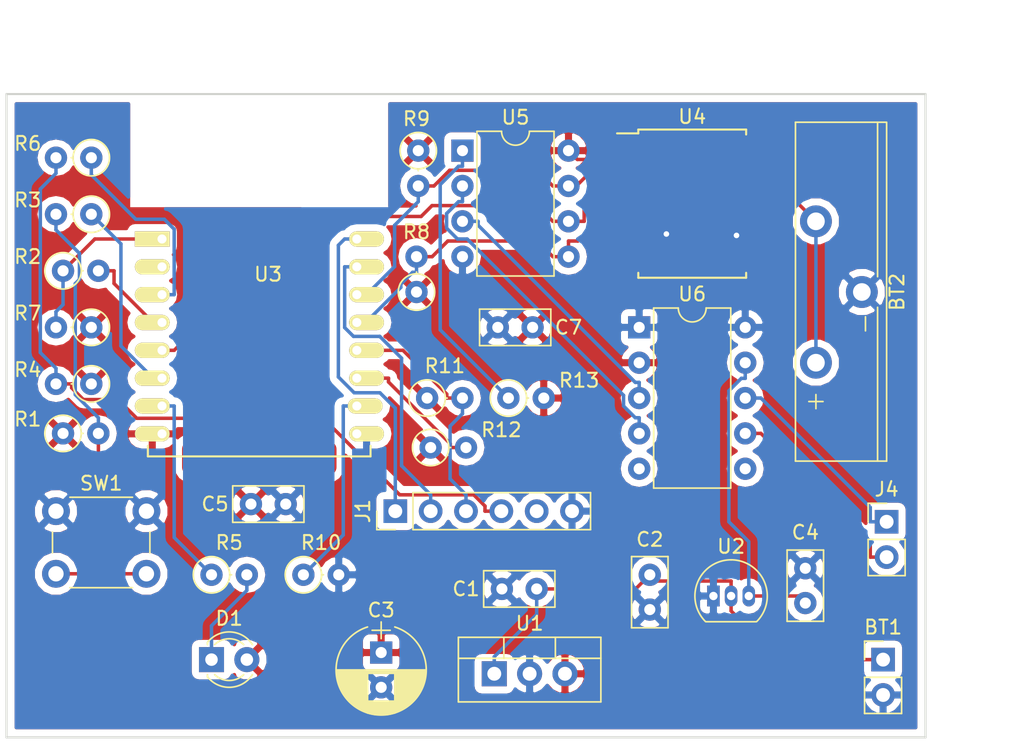
<source format=kicad_pcb>
(kicad_pcb (version 4) (host pcbnew 4.0.6)

  (general
    (links 81)
    (no_connects 0)
    (area 115.282857 76.04 191.797715 129.091)
    (thickness 1.6)
    (drawings 6)
    (tracks 215)
    (zones 0)
    (modules 31)
    (nets 27)
  )

  (page A)
  (layers
    (0 F.Cu signal)
    (31 B.Cu signal)
    (32 B.Adhes user)
    (33 F.Adhes user)
    (34 B.Paste user)
    (35 F.Paste user)
    (36 B.SilkS user)
    (37 F.SilkS user)
    (38 B.Mask user)
    (39 F.Mask user)
    (40 Dwgs.User user)
    (41 Cmts.User user)
    (42 Eco1.User user)
    (43 Eco2.User user)
    (44 Edge.Cuts user)
    (45 Margin user)
    (46 B.CrtYd user)
    (47 F.CrtYd user)
    (48 B.Fab user)
    (49 F.Fab user)
  )

  (setup
    (last_trace_width 0.25)
    (trace_clearance 0.2)
    (zone_clearance 0.508)
    (zone_45_only yes)
    (trace_min 0.2)
    (segment_width 0.2)
    (edge_width 0.15)
    (via_size 0.6)
    (via_drill 0.4)
    (via_min_size 0.4)
    (via_min_drill 0.3)
    (uvia_size 0.3)
    (uvia_drill 0.1)
    (uvias_allowed no)
    (uvia_min_size 0.2)
    (uvia_min_drill 0.1)
    (pcb_text_width 0.3)
    (pcb_text_size 1.5 1.5)
    (mod_edge_width 0.15)
    (mod_text_size 1 1)
    (mod_text_width 0.15)
    (pad_size 1.524 1.524)
    (pad_drill 0.762)
    (pad_to_mask_clearance 0.2)
    (aux_axis_origin 0 0)
    (visible_elements FFFFFF7F)
    (pcbplotparams
      (layerselection 0x00030_80000001)
      (usegerberextensions false)
      (excludeedgelayer true)
      (linewidth 0.100000)
      (plotframeref false)
      (viasonmask false)
      (mode 1)
      (useauxorigin false)
      (hpglpennumber 1)
      (hpglpenspeed 20)
      (hpglpendiameter 15)
      (hpglpenoverlay 2)
      (psnegative false)
      (psa4output false)
      (plotreference true)
      (plotvalue true)
      (plotinvisibletext false)
      (padsonsilk false)
      (subtractmaskfromsilk false)
      (outputformat 1)
      (mirror false)
      (drillshape 1)
      (scaleselection 1)
      (outputdirectory ""))
  )

  (net 0 "")
  (net 1 "Net-(BT1-Pad1)")
  (net 2 GNDREF)
  (net 3 "Net-(BT2-Pad1)")
  (net 4 +3V3)
  (net 5 +1V5)
  (net 6 "Net-(D1-Pad1)")
  (net 7 /TX0)
  (net 8 /RX0)
  (net 9 /GPIO0)
  (net 10 /RST0)
  (net 11 "Net-(J4-Pad1)")
  (net 12 "Net-(J4-Pad2)")
  (net 13 "Net-(R1-Pad2)")
  (net 14 "Net-(R2-Pad1)")
  (net 15 "Net-(R2-Pad2)")
  (net 16 "Net-(R3-Pad1)")
  (net 17 "Net-(R5-Pad1)")
  (net 18 "Net-(R6-Pad1)")
  (net 19 /SDA)
  (net 20 /SCL)
  (net 21 "Net-(R10-Pad1)")
  (net 22 "Net-(R12-Pad2)")
  (net 23 /1HZ)
  (net 24 "Net-(R13-Pad1)")
  (net 25 "Net-(U5-Pad2)")
  (net 26 "Net-(U5-Pad3)")

  (net_class Default "This is the default net class."
    (clearance 0.2)
    (trace_width 0.25)
    (via_dia 0.6)
    (via_drill 0.4)
    (uvia_dia 0.3)
    (uvia_drill 0.1)
    (add_net +1V5)
    (add_net +3V3)
    (add_net /1HZ)
    (add_net /GPIO0)
    (add_net /RST0)
    (add_net /RX0)
    (add_net /SCL)
    (add_net /SDA)
    (add_net /TX0)
    (add_net GNDREF)
    (add_net "Net-(BT1-Pad1)")
    (add_net "Net-(BT2-Pad1)")
    (add_net "Net-(D1-Pad1)")
    (add_net "Net-(J4-Pad1)")
    (add_net "Net-(J4-Pad2)")
    (add_net "Net-(R1-Pad2)")
    (add_net "Net-(R10-Pad1)")
    (add_net "Net-(R12-Pad2)")
    (add_net "Net-(R13-Pad1)")
    (add_net "Net-(R2-Pad1)")
    (add_net "Net-(R2-Pad2)")
    (add_net "Net-(R3-Pad1)")
    (add_net "Net-(R5-Pad1)")
    (add_net "Net-(R6-Pad1)")
    (add_net "Net-(U5-Pad2)")
    (add_net "Net-(U5-Pad3)")
  )

  (module Pin_Headers:Pin_Header_Straight_1x02_Pitch2.54mm (layer F.Cu) (tedit 58CD4EC1) (tstamp 58FD0406)
    (at 178.816 122.936)
    (descr "Through hole straight pin header, 1x02, 2.54mm pitch, single row")
    (tags "Through hole pin header THT 1x02 2.54mm single row")
    (path /58FCD6BA)
    (fp_text reference BT1 (at 0 -2.33) (layer F.SilkS)
      (effects (font (size 1 1) (thickness 0.15)))
    )
    (fp_text value 4xAA (at 0 4.87) (layer F.Fab)
      (effects (font (size 1 1) (thickness 0.15)))
    )
    (fp_line (start -1.27 -1.27) (end -1.27 3.81) (layer F.Fab) (width 0.1))
    (fp_line (start -1.27 3.81) (end 1.27 3.81) (layer F.Fab) (width 0.1))
    (fp_line (start 1.27 3.81) (end 1.27 -1.27) (layer F.Fab) (width 0.1))
    (fp_line (start 1.27 -1.27) (end -1.27 -1.27) (layer F.Fab) (width 0.1))
    (fp_line (start -1.33 1.27) (end -1.33 3.87) (layer F.SilkS) (width 0.12))
    (fp_line (start -1.33 3.87) (end 1.33 3.87) (layer F.SilkS) (width 0.12))
    (fp_line (start 1.33 3.87) (end 1.33 1.27) (layer F.SilkS) (width 0.12))
    (fp_line (start 1.33 1.27) (end -1.33 1.27) (layer F.SilkS) (width 0.12))
    (fp_line (start -1.33 0) (end -1.33 -1.33) (layer F.SilkS) (width 0.12))
    (fp_line (start -1.33 -1.33) (end 0 -1.33) (layer F.SilkS) (width 0.12))
    (fp_line (start -1.8 -1.8) (end -1.8 4.35) (layer F.CrtYd) (width 0.05))
    (fp_line (start -1.8 4.35) (end 1.8 4.35) (layer F.CrtYd) (width 0.05))
    (fp_line (start 1.8 4.35) (end 1.8 -1.8) (layer F.CrtYd) (width 0.05))
    (fp_line (start 1.8 -1.8) (end -1.8 -1.8) (layer F.CrtYd) (width 0.05))
    (fp_text user %R (at 0 -2.33) (layer F.Fab)
      (effects (font (size 1 1) (thickness 0.15)))
    )
    (pad 1 thru_hole rect (at 0 0) (size 1.7 1.7) (drill 1) (layers *.Cu *.Mask)
      (net 1 "Net-(BT1-Pad1)"))
    (pad 2 thru_hole oval (at 0 2.54) (size 1.7 1.7) (drill 1) (layers *.Cu *.Mask)
      (net 2 GNDREF))
    (model ${KISYS3DMOD}/Pin_Headers.3dshapes/Pin_Header_Straight_1x02_Pitch2.54mm.wrl
      (at (xyz 0 -0.05 0))
      (scale (xyz 1 1 1))
      (rotate (xyz 0 0 90))
    )
  )

  (module Connectors:CR2032V (layer F.Cu) (tedit 5907D9E3) (tstamp 58FD040D)
    (at 173.99 91.44 270)
    (path /58FCF0D5)
    (fp_text reference BT2 (at 5.08 -5.83 270) (layer F.SilkS)
      (effects (font (size 1 1) (thickness 0.15)))
    )
    (fp_text value CR2032 (at 5.08 0 270) (layer F.Fab)
      (effects (font (size 1 1) (thickness 0.15)))
    )
    (fp_line (start 6.18 -4.43) (end 17.23 -4.43) (layer F.SilkS) (width 0.12))
    (fp_line (start -7.12 -4.43) (end 3.98 -4.43) (layer F.SilkS) (width 0.12))
    (fp_line (start -7.07 -5.08) (end 17.23 -5.08) (layer F.SilkS) (width 0.12))
    (fp_line (start 17.23 -5.08) (end 17.23 1.47) (layer F.SilkS) (width 0.12))
    (fp_line (start 17.23 1.47) (end -7.12 1.47) (layer F.SilkS) (width 0.12))
    (fp_line (start -7.12 1.47) (end -7.12 -5.08) (layer F.SilkS) (width 0.12))
    (fp_line (start -6.98 -4.98) (end 17.14 -4.98) (layer F.Fab) (width 0.1))
    (fp_line (start 6.86 -3.56) (end 7.87 -3.56) (layer F.SilkS) (width 0.12))
    (fp_line (start 12.95 0.51) (end 12.95 -0.51) (layer F.SilkS) (width 0.12))
    (fp_line (start 12.45 0) (end 13.46 0) (layer F.SilkS) (width 0.12))
    (fp_line (start 17.14 1.4) (end 17.14 -4.95) (layer F.Fab) (width 0.1))
    (fp_line (start 17.14 -4.45) (end -6.98 -4.45) (layer F.Fab) (width 0.1))
    (fp_line (start -6.98 -4.95) (end -6.98 1.4) (layer F.Fab) (width 0.1))
    (fp_line (start -6.98 1.4) (end 17.14 1.4) (layer F.Fab) (width 0.1))
    (fp_line (start -7.23 -5.23) (end 17.39 -5.23) (layer F.CrtYd) (width 0.05))
    (fp_line (start -7.23 -5.23) (end -7.23 1.65) (layer F.CrtYd) (width 0.05))
    (fp_line (start 17.39 1.65) (end 17.39 -5.23) (layer F.CrtYd) (width 0.05))
    (fp_line (start 17.39 1.65) (end -7.23 1.65) (layer F.CrtYd) (width 0.05))
    (pad 1 thru_hole circle (at 0 0 270) (size 2.29 2.29) (drill 1.27) (layers *.Cu *.Mask)
      (net 3 "Net-(BT2-Pad1)"))
    (pad 1 thru_hole circle (at 10.16 0 270) (size 2.29 2.29) (drill 1.27) (layers *.Cu *.Mask)
      (net 3 "Net-(BT2-Pad1)"))
    (pad 2 thru_hole circle (at 5.08 -3.3 270) (size 2.29 2.29) (drill 1.27) (layers *.Cu *.Mask)
      (net 2 GNDREF))
  )

  (module Capacitors_THT:C_Disc_D5.0mm_W2.5mm_P2.50mm (layer F.Cu) (tedit 5907E8DE) (tstamp 58FD0413)
    (at 153.924 117.856 180)
    (descr "C, Disc series, Radial, pin pitch=2.50mm, , diameter*width=5*2.5mm^2, Capacitor, http://cdn-reichelt.de/documents/datenblatt/B300/DS_KERKO_TC.pdf")
    (tags "C Disc series Radial pin pitch 2.50mm  diameter 5mm width 2.5mm Capacitor")
    (path /58FCD679)
    (fp_text reference C1 (at 5.08 0 360) (layer F.SilkS)
      (effects (font (size 1 1) (thickness 0.15)))
    )
    (fp_text value 0.1uf (at -2.54 0 270) (layer F.Fab)
      (effects (font (size 1 1) (thickness 0.15)))
    )
    (fp_line (start -1.25 -1.25) (end -1.25 1.25) (layer F.Fab) (width 0.1))
    (fp_line (start -1.25 1.25) (end 3.75 1.25) (layer F.Fab) (width 0.1))
    (fp_line (start 3.75 1.25) (end 3.75 -1.25) (layer F.Fab) (width 0.1))
    (fp_line (start 3.75 -1.25) (end -1.25 -1.25) (layer F.Fab) (width 0.1))
    (fp_line (start -1.31 -1.31) (end 3.81 -1.31) (layer F.SilkS) (width 0.12))
    (fp_line (start -1.31 1.31) (end 3.81 1.31) (layer F.SilkS) (width 0.12))
    (fp_line (start -1.31 -1.31) (end -1.31 1.31) (layer F.SilkS) (width 0.12))
    (fp_line (start 3.81 -1.31) (end 3.81 1.31) (layer F.SilkS) (width 0.12))
    (fp_line (start -1.6 -1.6) (end -1.6 1.6) (layer F.CrtYd) (width 0.05))
    (fp_line (start -1.6 1.6) (end 4.1 1.6) (layer F.CrtYd) (width 0.05))
    (fp_line (start 4.1 1.6) (end 4.1 -1.6) (layer F.CrtYd) (width 0.05))
    (fp_line (start 4.1 -1.6) (end -1.6 -1.6) (layer F.CrtYd) (width 0.05))
    (pad 1 thru_hole circle (at 0 0 180) (size 1.6 1.6) (drill 0.8) (layers *.Cu *.Mask)
      (net 1 "Net-(BT1-Pad1)"))
    (pad 2 thru_hole circle (at 2.5 0 180) (size 1.6 1.6) (drill 0.8) (layers *.Cu *.Mask)
      (net 2 GNDREF))
    (model Capacitors_THT.3dshapes/C_Disc_D5.0mm_W2.5mm_P2.50mm.wrl
      (at (xyz 0 0 0))
      (scale (xyz 0.393701 0.393701 0.393701))
      (rotate (xyz 0 0 0))
    )
  )

  (module Capacitors_THT:C_Disc_D5.0mm_W2.5mm_P2.50mm (layer F.Cu) (tedit 5907DB9C) (tstamp 58FD0419)
    (at 162.052 116.84 270)
    (descr "C, Disc series, Radial, pin pitch=2.50mm, , diameter*width=5*2.5mm^2, Capacitor, http://cdn-reichelt.de/documents/datenblatt/B300/DS_KERKO_TC.pdf")
    (tags "C Disc series Radial pin pitch 2.50mm  diameter 5mm width 2.5mm Capacitor")
    (path /58FCD798)
    (fp_text reference C2 (at -2.54 0 360) (layer F.SilkS)
      (effects (font (size 1 1) (thickness 0.15)))
    )
    (fp_text value 0.1uf (at 5.08 0 360) (layer F.Fab)
      (effects (font (size 1 1) (thickness 0.15)))
    )
    (fp_line (start -1.25 -1.25) (end -1.25 1.25) (layer F.Fab) (width 0.1))
    (fp_line (start -1.25 1.25) (end 3.75 1.25) (layer F.Fab) (width 0.1))
    (fp_line (start 3.75 1.25) (end 3.75 -1.25) (layer F.Fab) (width 0.1))
    (fp_line (start 3.75 -1.25) (end -1.25 -1.25) (layer F.Fab) (width 0.1))
    (fp_line (start -1.31 -1.31) (end 3.81 -1.31) (layer F.SilkS) (width 0.12))
    (fp_line (start -1.31 1.31) (end 3.81 1.31) (layer F.SilkS) (width 0.12))
    (fp_line (start -1.31 -1.31) (end -1.31 1.31) (layer F.SilkS) (width 0.12))
    (fp_line (start 3.81 -1.31) (end 3.81 1.31) (layer F.SilkS) (width 0.12))
    (fp_line (start -1.6 -1.6) (end -1.6 1.6) (layer F.CrtYd) (width 0.05))
    (fp_line (start -1.6 1.6) (end 4.1 1.6) (layer F.CrtYd) (width 0.05))
    (fp_line (start 4.1 1.6) (end 4.1 -1.6) (layer F.CrtYd) (width 0.05))
    (fp_line (start 4.1 -1.6) (end -1.6 -1.6) (layer F.CrtYd) (width 0.05))
    (pad 1 thru_hole circle (at 0 0 270) (size 1.6 1.6) (drill 0.8) (layers *.Cu *.Mask)
      (net 1 "Net-(BT1-Pad1)"))
    (pad 2 thru_hole circle (at 2.5 0 270) (size 1.6 1.6) (drill 0.8) (layers *.Cu *.Mask)
      (net 2 GNDREF))
    (model Capacitors_THT.3dshapes/C_Disc_D5.0mm_W2.5mm_P2.50mm.wrl
      (at (xyz 0 0 0))
      (scale (xyz 0.393701 0.393701 0.393701))
      (rotate (xyz 0 0 0))
    )
  )

  (module Capacitors_THT:CP_Radial_D6.3mm_P2.50mm (layer F.Cu) (tedit 5907DC0B) (tstamp 58FD041F)
    (at 142.748 122.428 270)
    (descr "CP, Radial series, Radial, pin pitch=2.50mm, , diameter=6.3mm, Electrolytic Capacitor")
    (tags "CP Radial series Radial pin pitch 2.50mm  diameter 6.3mm Electrolytic Capacitor")
    (path /58FD63E7)
    (fp_text reference C3 (at -3.048 0 360) (layer F.SilkS)
      (effects (font (size 1 1) (thickness 0.15)))
    )
    (fp_text value 100uf (at 5.588 0 360) (layer F.Fab)
      (effects (font (size 1 1) (thickness 0.15)))
    )
    (fp_arc (start 1.25 0) (end -1.838236 -0.98) (angle 144.8) (layer F.SilkS) (width 0.12))
    (fp_arc (start 1.25 0) (end -1.838236 0.98) (angle -144.8) (layer F.SilkS) (width 0.12))
    (fp_arc (start 1.25 0) (end 4.338236 -0.98) (angle 35.2) (layer F.SilkS) (width 0.12))
    (fp_circle (center 1.25 0) (end 4.4 0) (layer F.Fab) (width 0.1))
    (fp_line (start -2.2 0) (end -1 0) (layer F.Fab) (width 0.1))
    (fp_line (start -1.6 -0.65) (end -1.6 0.65) (layer F.Fab) (width 0.1))
    (fp_line (start 1.25 -3.2) (end 1.25 3.2) (layer F.SilkS) (width 0.12))
    (fp_line (start 1.29 -3.2) (end 1.29 3.2) (layer F.SilkS) (width 0.12))
    (fp_line (start 1.33 -3.2) (end 1.33 3.2) (layer F.SilkS) (width 0.12))
    (fp_line (start 1.37 -3.198) (end 1.37 3.198) (layer F.SilkS) (width 0.12))
    (fp_line (start 1.41 -3.197) (end 1.41 3.197) (layer F.SilkS) (width 0.12))
    (fp_line (start 1.45 -3.194) (end 1.45 3.194) (layer F.SilkS) (width 0.12))
    (fp_line (start 1.49 -3.192) (end 1.49 3.192) (layer F.SilkS) (width 0.12))
    (fp_line (start 1.53 -3.188) (end 1.53 -0.98) (layer F.SilkS) (width 0.12))
    (fp_line (start 1.53 0.98) (end 1.53 3.188) (layer F.SilkS) (width 0.12))
    (fp_line (start 1.57 -3.185) (end 1.57 -0.98) (layer F.SilkS) (width 0.12))
    (fp_line (start 1.57 0.98) (end 1.57 3.185) (layer F.SilkS) (width 0.12))
    (fp_line (start 1.61 -3.18) (end 1.61 -0.98) (layer F.SilkS) (width 0.12))
    (fp_line (start 1.61 0.98) (end 1.61 3.18) (layer F.SilkS) (width 0.12))
    (fp_line (start 1.65 -3.176) (end 1.65 -0.98) (layer F.SilkS) (width 0.12))
    (fp_line (start 1.65 0.98) (end 1.65 3.176) (layer F.SilkS) (width 0.12))
    (fp_line (start 1.69 -3.17) (end 1.69 -0.98) (layer F.SilkS) (width 0.12))
    (fp_line (start 1.69 0.98) (end 1.69 3.17) (layer F.SilkS) (width 0.12))
    (fp_line (start 1.73 -3.165) (end 1.73 -0.98) (layer F.SilkS) (width 0.12))
    (fp_line (start 1.73 0.98) (end 1.73 3.165) (layer F.SilkS) (width 0.12))
    (fp_line (start 1.77 -3.158) (end 1.77 -0.98) (layer F.SilkS) (width 0.12))
    (fp_line (start 1.77 0.98) (end 1.77 3.158) (layer F.SilkS) (width 0.12))
    (fp_line (start 1.81 -3.152) (end 1.81 -0.98) (layer F.SilkS) (width 0.12))
    (fp_line (start 1.81 0.98) (end 1.81 3.152) (layer F.SilkS) (width 0.12))
    (fp_line (start 1.85 -3.144) (end 1.85 -0.98) (layer F.SilkS) (width 0.12))
    (fp_line (start 1.85 0.98) (end 1.85 3.144) (layer F.SilkS) (width 0.12))
    (fp_line (start 1.89 -3.137) (end 1.89 -0.98) (layer F.SilkS) (width 0.12))
    (fp_line (start 1.89 0.98) (end 1.89 3.137) (layer F.SilkS) (width 0.12))
    (fp_line (start 1.93 -3.128) (end 1.93 -0.98) (layer F.SilkS) (width 0.12))
    (fp_line (start 1.93 0.98) (end 1.93 3.128) (layer F.SilkS) (width 0.12))
    (fp_line (start 1.971 -3.119) (end 1.971 -0.98) (layer F.SilkS) (width 0.12))
    (fp_line (start 1.971 0.98) (end 1.971 3.119) (layer F.SilkS) (width 0.12))
    (fp_line (start 2.011 -3.11) (end 2.011 -0.98) (layer F.SilkS) (width 0.12))
    (fp_line (start 2.011 0.98) (end 2.011 3.11) (layer F.SilkS) (width 0.12))
    (fp_line (start 2.051 -3.1) (end 2.051 -0.98) (layer F.SilkS) (width 0.12))
    (fp_line (start 2.051 0.98) (end 2.051 3.1) (layer F.SilkS) (width 0.12))
    (fp_line (start 2.091 -3.09) (end 2.091 -0.98) (layer F.SilkS) (width 0.12))
    (fp_line (start 2.091 0.98) (end 2.091 3.09) (layer F.SilkS) (width 0.12))
    (fp_line (start 2.131 -3.079) (end 2.131 -0.98) (layer F.SilkS) (width 0.12))
    (fp_line (start 2.131 0.98) (end 2.131 3.079) (layer F.SilkS) (width 0.12))
    (fp_line (start 2.171 -3.067) (end 2.171 -0.98) (layer F.SilkS) (width 0.12))
    (fp_line (start 2.171 0.98) (end 2.171 3.067) (layer F.SilkS) (width 0.12))
    (fp_line (start 2.211 -3.055) (end 2.211 -0.98) (layer F.SilkS) (width 0.12))
    (fp_line (start 2.211 0.98) (end 2.211 3.055) (layer F.SilkS) (width 0.12))
    (fp_line (start 2.251 -3.042) (end 2.251 -0.98) (layer F.SilkS) (width 0.12))
    (fp_line (start 2.251 0.98) (end 2.251 3.042) (layer F.SilkS) (width 0.12))
    (fp_line (start 2.291 -3.029) (end 2.291 -0.98) (layer F.SilkS) (width 0.12))
    (fp_line (start 2.291 0.98) (end 2.291 3.029) (layer F.SilkS) (width 0.12))
    (fp_line (start 2.331 -3.015) (end 2.331 -0.98) (layer F.SilkS) (width 0.12))
    (fp_line (start 2.331 0.98) (end 2.331 3.015) (layer F.SilkS) (width 0.12))
    (fp_line (start 2.371 -3.001) (end 2.371 -0.98) (layer F.SilkS) (width 0.12))
    (fp_line (start 2.371 0.98) (end 2.371 3.001) (layer F.SilkS) (width 0.12))
    (fp_line (start 2.411 -2.986) (end 2.411 -0.98) (layer F.SilkS) (width 0.12))
    (fp_line (start 2.411 0.98) (end 2.411 2.986) (layer F.SilkS) (width 0.12))
    (fp_line (start 2.451 -2.97) (end 2.451 -0.98) (layer F.SilkS) (width 0.12))
    (fp_line (start 2.451 0.98) (end 2.451 2.97) (layer F.SilkS) (width 0.12))
    (fp_line (start 2.491 -2.954) (end 2.491 -0.98) (layer F.SilkS) (width 0.12))
    (fp_line (start 2.491 0.98) (end 2.491 2.954) (layer F.SilkS) (width 0.12))
    (fp_line (start 2.531 -2.937) (end 2.531 -0.98) (layer F.SilkS) (width 0.12))
    (fp_line (start 2.531 0.98) (end 2.531 2.937) (layer F.SilkS) (width 0.12))
    (fp_line (start 2.571 -2.919) (end 2.571 -0.98) (layer F.SilkS) (width 0.12))
    (fp_line (start 2.571 0.98) (end 2.571 2.919) (layer F.SilkS) (width 0.12))
    (fp_line (start 2.611 -2.901) (end 2.611 -0.98) (layer F.SilkS) (width 0.12))
    (fp_line (start 2.611 0.98) (end 2.611 2.901) (layer F.SilkS) (width 0.12))
    (fp_line (start 2.651 -2.882) (end 2.651 -0.98) (layer F.SilkS) (width 0.12))
    (fp_line (start 2.651 0.98) (end 2.651 2.882) (layer F.SilkS) (width 0.12))
    (fp_line (start 2.691 -2.863) (end 2.691 -0.98) (layer F.SilkS) (width 0.12))
    (fp_line (start 2.691 0.98) (end 2.691 2.863) (layer F.SilkS) (width 0.12))
    (fp_line (start 2.731 -2.843) (end 2.731 -0.98) (layer F.SilkS) (width 0.12))
    (fp_line (start 2.731 0.98) (end 2.731 2.843) (layer F.SilkS) (width 0.12))
    (fp_line (start 2.771 -2.822) (end 2.771 -0.98) (layer F.SilkS) (width 0.12))
    (fp_line (start 2.771 0.98) (end 2.771 2.822) (layer F.SilkS) (width 0.12))
    (fp_line (start 2.811 -2.8) (end 2.811 -0.98) (layer F.SilkS) (width 0.12))
    (fp_line (start 2.811 0.98) (end 2.811 2.8) (layer F.SilkS) (width 0.12))
    (fp_line (start 2.851 -2.778) (end 2.851 -0.98) (layer F.SilkS) (width 0.12))
    (fp_line (start 2.851 0.98) (end 2.851 2.778) (layer F.SilkS) (width 0.12))
    (fp_line (start 2.891 -2.755) (end 2.891 -0.98) (layer F.SilkS) (width 0.12))
    (fp_line (start 2.891 0.98) (end 2.891 2.755) (layer F.SilkS) (width 0.12))
    (fp_line (start 2.931 -2.731) (end 2.931 -0.98) (layer F.SilkS) (width 0.12))
    (fp_line (start 2.931 0.98) (end 2.931 2.731) (layer F.SilkS) (width 0.12))
    (fp_line (start 2.971 -2.706) (end 2.971 -0.98) (layer F.SilkS) (width 0.12))
    (fp_line (start 2.971 0.98) (end 2.971 2.706) (layer F.SilkS) (width 0.12))
    (fp_line (start 3.011 -2.681) (end 3.011 -0.98) (layer F.SilkS) (width 0.12))
    (fp_line (start 3.011 0.98) (end 3.011 2.681) (layer F.SilkS) (width 0.12))
    (fp_line (start 3.051 -2.654) (end 3.051 -0.98) (layer F.SilkS) (width 0.12))
    (fp_line (start 3.051 0.98) (end 3.051 2.654) (layer F.SilkS) (width 0.12))
    (fp_line (start 3.091 -2.627) (end 3.091 -0.98) (layer F.SilkS) (width 0.12))
    (fp_line (start 3.091 0.98) (end 3.091 2.627) (layer F.SilkS) (width 0.12))
    (fp_line (start 3.131 -2.599) (end 3.131 -0.98) (layer F.SilkS) (width 0.12))
    (fp_line (start 3.131 0.98) (end 3.131 2.599) (layer F.SilkS) (width 0.12))
    (fp_line (start 3.171 -2.57) (end 3.171 -0.98) (layer F.SilkS) (width 0.12))
    (fp_line (start 3.171 0.98) (end 3.171 2.57) (layer F.SilkS) (width 0.12))
    (fp_line (start 3.211 -2.54) (end 3.211 -0.98) (layer F.SilkS) (width 0.12))
    (fp_line (start 3.211 0.98) (end 3.211 2.54) (layer F.SilkS) (width 0.12))
    (fp_line (start 3.251 -2.51) (end 3.251 -0.98) (layer F.SilkS) (width 0.12))
    (fp_line (start 3.251 0.98) (end 3.251 2.51) (layer F.SilkS) (width 0.12))
    (fp_line (start 3.291 -2.478) (end 3.291 -0.98) (layer F.SilkS) (width 0.12))
    (fp_line (start 3.291 0.98) (end 3.291 2.478) (layer F.SilkS) (width 0.12))
    (fp_line (start 3.331 -2.445) (end 3.331 -0.98) (layer F.SilkS) (width 0.12))
    (fp_line (start 3.331 0.98) (end 3.331 2.445) (layer F.SilkS) (width 0.12))
    (fp_line (start 3.371 -2.411) (end 3.371 -0.98) (layer F.SilkS) (width 0.12))
    (fp_line (start 3.371 0.98) (end 3.371 2.411) (layer F.SilkS) (width 0.12))
    (fp_line (start 3.411 -2.375) (end 3.411 -0.98) (layer F.SilkS) (width 0.12))
    (fp_line (start 3.411 0.98) (end 3.411 2.375) (layer F.SilkS) (width 0.12))
    (fp_line (start 3.451 -2.339) (end 3.451 -0.98) (layer F.SilkS) (width 0.12))
    (fp_line (start 3.451 0.98) (end 3.451 2.339) (layer F.SilkS) (width 0.12))
    (fp_line (start 3.491 -2.301) (end 3.491 2.301) (layer F.SilkS) (width 0.12))
    (fp_line (start 3.531 -2.262) (end 3.531 2.262) (layer F.SilkS) (width 0.12))
    (fp_line (start 3.571 -2.222) (end 3.571 2.222) (layer F.SilkS) (width 0.12))
    (fp_line (start 3.611 -2.18) (end 3.611 2.18) (layer F.SilkS) (width 0.12))
    (fp_line (start 3.651 -2.137) (end 3.651 2.137) (layer F.SilkS) (width 0.12))
    (fp_line (start 3.691 -2.092) (end 3.691 2.092) (layer F.SilkS) (width 0.12))
    (fp_line (start 3.731 -2.045) (end 3.731 2.045) (layer F.SilkS) (width 0.12))
    (fp_line (start 3.771 -1.997) (end 3.771 1.997) (layer F.SilkS) (width 0.12))
    (fp_line (start 3.811 -1.946) (end 3.811 1.946) (layer F.SilkS) (width 0.12))
    (fp_line (start 3.851 -1.894) (end 3.851 1.894) (layer F.SilkS) (width 0.12))
    (fp_line (start 3.891 -1.839) (end 3.891 1.839) (layer F.SilkS) (width 0.12))
    (fp_line (start 3.931 -1.781) (end 3.931 1.781) (layer F.SilkS) (width 0.12))
    (fp_line (start 3.971 -1.721) (end 3.971 1.721) (layer F.SilkS) (width 0.12))
    (fp_line (start 4.011 -1.658) (end 4.011 1.658) (layer F.SilkS) (width 0.12))
    (fp_line (start 4.051 -1.591) (end 4.051 1.591) (layer F.SilkS) (width 0.12))
    (fp_line (start 4.091 -1.52) (end 4.091 1.52) (layer F.SilkS) (width 0.12))
    (fp_line (start 4.131 -1.445) (end 4.131 1.445) (layer F.SilkS) (width 0.12))
    (fp_line (start 4.171 -1.364) (end 4.171 1.364) (layer F.SilkS) (width 0.12))
    (fp_line (start 4.211 -1.278) (end 4.211 1.278) (layer F.SilkS) (width 0.12))
    (fp_line (start 4.251 -1.184) (end 4.251 1.184) (layer F.SilkS) (width 0.12))
    (fp_line (start 4.291 -1.081) (end 4.291 1.081) (layer F.SilkS) (width 0.12))
    (fp_line (start 4.331 -0.966) (end 4.331 0.966) (layer F.SilkS) (width 0.12))
    (fp_line (start 4.371 -0.834) (end 4.371 0.834) (layer F.SilkS) (width 0.12))
    (fp_line (start 4.411 -0.676) (end 4.411 0.676) (layer F.SilkS) (width 0.12))
    (fp_line (start 4.451 -0.468) (end 4.451 0.468) (layer F.SilkS) (width 0.12))
    (fp_line (start -2.2 0) (end -1 0) (layer F.SilkS) (width 0.12))
    (fp_line (start -1.6 -0.65) (end -1.6 0.65) (layer F.SilkS) (width 0.12))
    (fp_line (start -2.25 -3.5) (end -2.25 3.5) (layer F.CrtYd) (width 0.05))
    (fp_line (start -2.25 3.5) (end 4.75 3.5) (layer F.CrtYd) (width 0.05))
    (fp_line (start 4.75 3.5) (end 4.75 -3.5) (layer F.CrtYd) (width 0.05))
    (fp_line (start 4.75 -3.5) (end -2.25 -3.5) (layer F.CrtYd) (width 0.05))
    (pad 1 thru_hole rect (at 0 0 270) (size 1.6 1.6) (drill 0.8) (layers *.Cu *.Mask)
      (net 4 +3V3))
    (pad 2 thru_hole circle (at 2.5 0 270) (size 1.6 1.6) (drill 0.8) (layers *.Cu *.Mask)
      (net 2 GNDREF))
    (model Capacitors_THT.3dshapes/CP_Radial_D6.3mm_P2.50mm.wrl
      (at (xyz 0 0 0))
      (scale (xyz 0.393701 0.393701 0.393701))
      (rotate (xyz 0 0 0))
    )
  )

  (module Capacitors_THT:C_Disc_D5.0mm_W2.5mm_P2.50mm (layer F.Cu) (tedit 58FD0830) (tstamp 58FD0425)
    (at 173.228 118.872 90)
    (descr "C, Disc series, Radial, pin pitch=2.50mm, , diameter*width=5*2.5mm^2, Capacitor, http://cdn-reichelt.de/documents/datenblatt/B300/DS_KERKO_TC.pdf")
    (tags "C Disc series Radial pin pitch 2.50mm  diameter 5mm width 2.5mm Capacitor")
    (path /58FCD835)
    (fp_text reference C4 (at 5.08 0 180) (layer F.SilkS)
      (effects (font (size 1 1) (thickness 0.15)))
    )
    (fp_text value 1uf (at -2.54 0 180) (layer F.Fab)
      (effects (font (size 1 1) (thickness 0.15)))
    )
    (fp_line (start -1.25 -1.25) (end -1.25 1.25) (layer F.Fab) (width 0.1))
    (fp_line (start -1.25 1.25) (end 3.75 1.25) (layer F.Fab) (width 0.1))
    (fp_line (start 3.75 1.25) (end 3.75 -1.25) (layer F.Fab) (width 0.1))
    (fp_line (start 3.75 -1.25) (end -1.25 -1.25) (layer F.Fab) (width 0.1))
    (fp_line (start -1.31 -1.31) (end 3.81 -1.31) (layer F.SilkS) (width 0.12))
    (fp_line (start -1.31 1.31) (end 3.81 1.31) (layer F.SilkS) (width 0.12))
    (fp_line (start -1.31 -1.31) (end -1.31 1.31) (layer F.SilkS) (width 0.12))
    (fp_line (start 3.81 -1.31) (end 3.81 1.31) (layer F.SilkS) (width 0.12))
    (fp_line (start -1.6 -1.6) (end -1.6 1.6) (layer F.CrtYd) (width 0.05))
    (fp_line (start -1.6 1.6) (end 4.1 1.6) (layer F.CrtYd) (width 0.05))
    (fp_line (start 4.1 1.6) (end 4.1 -1.6) (layer F.CrtYd) (width 0.05))
    (fp_line (start 4.1 -1.6) (end -1.6 -1.6) (layer F.CrtYd) (width 0.05))
    (pad 1 thru_hole circle (at 0 0 90) (size 1.6 1.6) (drill 0.8) (layers *.Cu *.Mask)
      (net 5 +1V5))
    (pad 2 thru_hole circle (at 2.5 0 90) (size 1.6 1.6) (drill 0.8) (layers *.Cu *.Mask)
      (net 2 GNDREF))
    (model Capacitors_THT.3dshapes/C_Disc_D5.0mm_W2.5mm_P2.50mm.wrl
      (at (xyz 0 0 0))
      (scale (xyz 0.393701 0.393701 0.393701))
      (rotate (xyz 0 0 0))
    )
  )

  (module Capacitors_THT:C_Disc_D5.0mm_W2.5mm_P2.50mm (layer F.Cu) (tedit 58FD0AA9) (tstamp 58FD042B)
    (at 135.89 111.76 180)
    (descr "C, Disc series, Radial, pin pitch=2.50mm, , diameter*width=5*2.5mm^2, Capacitor, http://cdn-reichelt.de/documents/datenblatt/B300/DS_KERKO_TC.pdf")
    (tags "C Disc series Radial pin pitch 2.50mm  diameter 5mm width 2.5mm Capacitor")
    (path /58FCEC94)
    (fp_text reference C5 (at 5.08 0 180) (layer F.SilkS)
      (effects (font (size 1 1) (thickness 0.15)))
    )
    (fp_text value 0.1uf (at -3.81 0 180) (layer F.Fab)
      (effects (font (size 1 1) (thickness 0.15)))
    )
    (fp_line (start -1.25 -1.25) (end -1.25 1.25) (layer F.Fab) (width 0.1))
    (fp_line (start -1.25 1.25) (end 3.75 1.25) (layer F.Fab) (width 0.1))
    (fp_line (start 3.75 1.25) (end 3.75 -1.25) (layer F.Fab) (width 0.1))
    (fp_line (start 3.75 -1.25) (end -1.25 -1.25) (layer F.Fab) (width 0.1))
    (fp_line (start -1.31 -1.31) (end 3.81 -1.31) (layer F.SilkS) (width 0.12))
    (fp_line (start -1.31 1.31) (end 3.81 1.31) (layer F.SilkS) (width 0.12))
    (fp_line (start -1.31 -1.31) (end -1.31 1.31) (layer F.SilkS) (width 0.12))
    (fp_line (start 3.81 -1.31) (end 3.81 1.31) (layer F.SilkS) (width 0.12))
    (fp_line (start -1.6 -1.6) (end -1.6 1.6) (layer F.CrtYd) (width 0.05))
    (fp_line (start -1.6 1.6) (end 4.1 1.6) (layer F.CrtYd) (width 0.05))
    (fp_line (start 4.1 1.6) (end 4.1 -1.6) (layer F.CrtYd) (width 0.05))
    (fp_line (start 4.1 -1.6) (end -1.6 -1.6) (layer F.CrtYd) (width 0.05))
    (pad 1 thru_hole circle (at 0 0 180) (size 1.6 1.6) (drill 0.8) (layers *.Cu *.Mask)
      (net 2 GNDREF))
    (pad 2 thru_hole circle (at 2.5 0 180) (size 1.6 1.6) (drill 0.8) (layers *.Cu *.Mask)
      (net 4 +3V3))
    (model Capacitors_THT.3dshapes/C_Disc_D5.0mm_W2.5mm_P2.50mm.wrl
      (at (xyz 0 0 0))
      (scale (xyz 0.393701 0.393701 0.393701))
      (rotate (xyz 0 0 0))
    )
  )

  (module Capacitors_THT:C_Disc_D5.0mm_W2.5mm_P2.50mm (layer F.Cu) (tedit 5907E8CD) (tstamp 58FD0437)
    (at 151.13 99.06)
    (descr "C, Disc series, Radial, pin pitch=2.50mm, , diameter*width=5*2.5mm^2, Capacitor, http://cdn-reichelt.de/documents/datenblatt/B300/DS_KERKO_TC.pdf")
    (tags "C Disc series Radial pin pitch 2.50mm  diameter 5mm width 2.5mm Capacitor")
    (path /58FCED7B)
    (fp_text reference C7 (at 5.08 0 180) (layer F.SilkS)
      (effects (font (size 1 1) (thickness 0.15)))
    )
    (fp_text value 0.1uf (at -2.54 0 90) (layer F.Fab)
      (effects (font (size 1 1) (thickness 0.15)))
    )
    (fp_line (start -1.25 -1.25) (end -1.25 1.25) (layer F.Fab) (width 0.1))
    (fp_line (start -1.25 1.25) (end 3.75 1.25) (layer F.Fab) (width 0.1))
    (fp_line (start 3.75 1.25) (end 3.75 -1.25) (layer F.Fab) (width 0.1))
    (fp_line (start 3.75 -1.25) (end -1.25 -1.25) (layer F.Fab) (width 0.1))
    (fp_line (start -1.31 -1.31) (end 3.81 -1.31) (layer F.SilkS) (width 0.12))
    (fp_line (start -1.31 1.31) (end 3.81 1.31) (layer F.SilkS) (width 0.12))
    (fp_line (start -1.31 -1.31) (end -1.31 1.31) (layer F.SilkS) (width 0.12))
    (fp_line (start 3.81 -1.31) (end 3.81 1.31) (layer F.SilkS) (width 0.12))
    (fp_line (start -1.6 -1.6) (end -1.6 1.6) (layer F.CrtYd) (width 0.05))
    (fp_line (start -1.6 1.6) (end 4.1 1.6) (layer F.CrtYd) (width 0.05))
    (fp_line (start 4.1 1.6) (end 4.1 -1.6) (layer F.CrtYd) (width 0.05))
    (fp_line (start 4.1 -1.6) (end -1.6 -1.6) (layer F.CrtYd) (width 0.05))
    (pad 1 thru_hole circle (at 0 0) (size 1.6 1.6) (drill 0.8) (layers *.Cu *.Mask)
      (net 2 GNDREF))
    (pad 2 thru_hole circle (at 2.5 0) (size 1.6 1.6) (drill 0.8) (layers *.Cu *.Mask)
      (net 4 +3V3))
    (model Capacitors_THT.3dshapes/C_Disc_D5.0mm_W2.5mm_P2.50mm.wrl
      (at (xyz 0 0 0))
      (scale (xyz 0.393701 0.393701 0.393701))
      (rotate (xyz 0 0 0))
    )
  )

  (module LEDs:LED_D3.0mm (layer F.Cu) (tedit 587A3A7B) (tstamp 58FD044A)
    (at 130.556 122.936)
    (descr "LED, diameter 3.0mm, 2 pins")
    (tags "LED diameter 3.0mm 2 pins")
    (path /58FD30B4)
    (fp_text reference D1 (at 1.27 -2.96) (layer F.SilkS)
      (effects (font (size 1 1) (thickness 0.15)))
    )
    (fp_text value LED (at 1.27 2.96) (layer F.Fab)
      (effects (font (size 1 1) (thickness 0.15)))
    )
    (fp_arc (start 1.27 0) (end -0.23 -1.16619) (angle 284.3) (layer F.Fab) (width 0.1))
    (fp_arc (start 1.27 0) (end -0.29 -1.235516) (angle 108.8) (layer F.SilkS) (width 0.12))
    (fp_arc (start 1.27 0) (end -0.29 1.235516) (angle -108.8) (layer F.SilkS) (width 0.12))
    (fp_arc (start 1.27 0) (end 0.229039 -1.08) (angle 87.9) (layer F.SilkS) (width 0.12))
    (fp_arc (start 1.27 0) (end 0.229039 1.08) (angle -87.9) (layer F.SilkS) (width 0.12))
    (fp_circle (center 1.27 0) (end 2.77 0) (layer F.Fab) (width 0.1))
    (fp_line (start -0.23 -1.16619) (end -0.23 1.16619) (layer F.Fab) (width 0.1))
    (fp_line (start -0.29 -1.236) (end -0.29 -1.08) (layer F.SilkS) (width 0.12))
    (fp_line (start -0.29 1.08) (end -0.29 1.236) (layer F.SilkS) (width 0.12))
    (fp_line (start -1.15 -2.25) (end -1.15 2.25) (layer F.CrtYd) (width 0.05))
    (fp_line (start -1.15 2.25) (end 3.7 2.25) (layer F.CrtYd) (width 0.05))
    (fp_line (start 3.7 2.25) (end 3.7 -2.25) (layer F.CrtYd) (width 0.05))
    (fp_line (start 3.7 -2.25) (end -1.15 -2.25) (layer F.CrtYd) (width 0.05))
    (pad 1 thru_hole rect (at 0 0) (size 1.8 1.8) (drill 0.9) (layers *.Cu *.Mask)
      (net 6 "Net-(D1-Pad1)"))
    (pad 2 thru_hole circle (at 2.54 0) (size 1.8 1.8) (drill 0.9) (layers *.Cu *.Mask)
      (net 4 +3V3))
    (model LEDs.3dshapes/LED_D3.0mm.wrl
      (at (xyz 0 0 0))
      (scale (xyz 0.393701 0.393701 0.393701))
      (rotate (xyz 0 0 0))
    )
  )

  (module Pin_Headers:Pin_Header_Straight_1x06_Pitch2.54mm (layer F.Cu) (tedit 5907DA08) (tstamp 58FD0463)
    (at 143.764 112.268 90)
    (descr "Through hole straight pin header, 1x06, 2.54mm pitch, single row")
    (tags "Through hole pin header THT 1x06 2.54mm single row")
    (path /58FD3760)
    (fp_text reference J1 (at 0 -2.33 90) (layer F.SilkS)
      (effects (font (size 1 1) (thickness 0.15)))
    )
    (fp_text value SERIAL0 (at -2.54 7.62 180) (layer F.Fab)
      (effects (font (size 1 1) (thickness 0.15)))
    )
    (fp_line (start -1.27 -1.27) (end -1.27 13.97) (layer F.Fab) (width 0.1))
    (fp_line (start -1.27 13.97) (end 1.27 13.97) (layer F.Fab) (width 0.1))
    (fp_line (start 1.27 13.97) (end 1.27 -1.27) (layer F.Fab) (width 0.1))
    (fp_line (start 1.27 -1.27) (end -1.27 -1.27) (layer F.Fab) (width 0.1))
    (fp_line (start -1.33 1.27) (end -1.33 14.03) (layer F.SilkS) (width 0.12))
    (fp_line (start -1.33 14.03) (end 1.33 14.03) (layer F.SilkS) (width 0.12))
    (fp_line (start 1.33 14.03) (end 1.33 1.27) (layer F.SilkS) (width 0.12))
    (fp_line (start 1.33 1.27) (end -1.33 1.27) (layer F.SilkS) (width 0.12))
    (fp_line (start -1.33 0) (end -1.33 -1.33) (layer F.SilkS) (width 0.12))
    (fp_line (start -1.33 -1.33) (end 0 -1.33) (layer F.SilkS) (width 0.12))
    (fp_line (start -1.8 -1.8) (end -1.8 14.5) (layer F.CrtYd) (width 0.05))
    (fp_line (start -1.8 14.5) (end 1.8 14.5) (layer F.CrtYd) (width 0.05))
    (fp_line (start 1.8 14.5) (end 1.8 -1.8) (layer F.CrtYd) (width 0.05))
    (fp_line (start 1.8 -1.8) (end -1.8 -1.8) (layer F.CrtYd) (width 0.05))
    (fp_text user %R (at 0 -2.33 90) (layer F.Fab)
      (effects (font (size 1 1) (thickness 0.15)))
    )
    (pad 1 thru_hole rect (at 0 0 90) (size 1.7 1.7) (drill 1) (layers *.Cu *.Mask)
      (net 7 /TX0))
    (pad 2 thru_hole oval (at 0 2.54 90) (size 1.7 1.7) (drill 1) (layers *.Cu *.Mask)
      (net 8 /RX0))
    (pad 3 thru_hole oval (at 0 5.08 90) (size 1.7 1.7) (drill 1) (layers *.Cu *.Mask)
      (net 9 /GPIO0))
    (pad 4 thru_hole oval (at 0 7.62 90) (size 1.7 1.7) (drill 1) (layers *.Cu *.Mask)
      (net 10 /RST0))
    (pad 5 thru_hole oval (at 0 10.16 90) (size 1.7 1.7) (drill 1) (layers *.Cu *.Mask))
    (pad 6 thru_hole oval (at 0 12.7 90) (size 1.7 1.7) (drill 1) (layers *.Cu *.Mask)
      (net 2 GNDREF))
    (model ${KISYS3DMOD}/Pin_Headers.3dshapes/Pin_Header_Straight_1x06_Pitch2.54mm.wrl
      (at (xyz 0 -0.25 0))
      (scale (xyz 1 1 1))
      (rotate (xyz 0 0 90))
    )
  )

  (module Pin_Headers:Pin_Header_Straight_1x02_Pitch2.54mm (layer F.Cu) (tedit 58CD4EC1) (tstamp 58FD04AC)
    (at 179.07 113.03)
    (descr "Through hole straight pin header, 1x02, 2.54mm pitch, single row")
    (tags "Through hole pin header THT 1x02 2.54mm single row")
    (path /58FCF7F4)
    (fp_text reference J4 (at 0 -2.33) (layer F.SilkS)
      (effects (font (size 1 1) (thickness 0.15)))
    )
    (fp_text value CLOCK (at 0 4.87) (layer F.Fab)
      (effects (font (size 1 1) (thickness 0.15)))
    )
    (fp_line (start -1.27 -1.27) (end -1.27 3.81) (layer F.Fab) (width 0.1))
    (fp_line (start -1.27 3.81) (end 1.27 3.81) (layer F.Fab) (width 0.1))
    (fp_line (start 1.27 3.81) (end 1.27 -1.27) (layer F.Fab) (width 0.1))
    (fp_line (start 1.27 -1.27) (end -1.27 -1.27) (layer F.Fab) (width 0.1))
    (fp_line (start -1.33 1.27) (end -1.33 3.87) (layer F.SilkS) (width 0.12))
    (fp_line (start -1.33 3.87) (end 1.33 3.87) (layer F.SilkS) (width 0.12))
    (fp_line (start 1.33 3.87) (end 1.33 1.27) (layer F.SilkS) (width 0.12))
    (fp_line (start 1.33 1.27) (end -1.33 1.27) (layer F.SilkS) (width 0.12))
    (fp_line (start -1.33 0) (end -1.33 -1.33) (layer F.SilkS) (width 0.12))
    (fp_line (start -1.33 -1.33) (end 0 -1.33) (layer F.SilkS) (width 0.12))
    (fp_line (start -1.8 -1.8) (end -1.8 4.35) (layer F.CrtYd) (width 0.05))
    (fp_line (start -1.8 4.35) (end 1.8 4.35) (layer F.CrtYd) (width 0.05))
    (fp_line (start 1.8 4.35) (end 1.8 -1.8) (layer F.CrtYd) (width 0.05))
    (fp_line (start 1.8 -1.8) (end -1.8 -1.8) (layer F.CrtYd) (width 0.05))
    (fp_text user %R (at 0 -2.33) (layer F.Fab)
      (effects (font (size 1 1) (thickness 0.15)))
    )
    (pad 1 thru_hole rect (at 0 0) (size 1.7 1.7) (drill 1) (layers *.Cu *.Mask)
      (net 11 "Net-(J4-Pad1)"))
    (pad 2 thru_hole oval (at 0 2.54) (size 1.7 1.7) (drill 1) (layers *.Cu *.Mask)
      (net 12 "Net-(J4-Pad2)"))
    (model ${KISYS3DMOD}/Pin_Headers.3dshapes/Pin_Header_Straight_1x02_Pitch2.54mm.wrl
      (at (xyz 0 -0.05 0))
      (scale (xyz 1 1 1))
      (rotate (xyz 0 0 90))
    )
  )

  (module Resistors_THT:R_Axial_DIN0207_L6.3mm_D2.5mm_P2.54mm_Vertical (layer F.Cu) (tedit 5907DDFB) (tstamp 58FD04B2)
    (at 119.888 106.68)
    (descr "Resistor, Axial_DIN0207 series, Axial, Vertical, pin pitch=2.54mm, 0.25W = 1/4W, length*diameter=6.3*2.5mm^2, http://cdn-reichelt.de/documents/datenblatt/B400/1_4W%23YAG.pdf")
    (tags "Resistor Axial_DIN0207 series Axial Vertical pin pitch 2.54mm 0.25W = 1/4W length 6.3mm diameter 2.5mm")
    (path /58FD1C52)
    (fp_text reference R1 (at -2.54 -1.016) (layer F.SilkS)
      (effects (font (size 1 1) (thickness 0.15)))
    )
    (fp_text value 10k (at -3.048 0.508) (layer F.Fab)
      (effects (font (size 1 1) (thickness 0.15)))
    )
    (fp_circle (center 0 0) (end 1.25 0) (layer F.Fab) (width 0.1))
    (fp_circle (center 0 0) (end 1.31 0) (layer F.SilkS) (width 0.12))
    (fp_line (start 0 0) (end 2.54 0) (layer F.Fab) (width 0.1))
    (fp_line (start 1.31 0) (end 1.44 0) (layer F.SilkS) (width 0.12))
    (fp_line (start -1.6 -1.6) (end -1.6 1.6) (layer F.CrtYd) (width 0.05))
    (fp_line (start -1.6 1.6) (end 3.65 1.6) (layer F.CrtYd) (width 0.05))
    (fp_line (start 3.65 1.6) (end 3.65 -1.6) (layer F.CrtYd) (width 0.05))
    (fp_line (start 3.65 -1.6) (end -1.6 -1.6) (layer F.CrtYd) (width 0.05))
    (pad 1 thru_hole circle (at 0 0) (size 1.6 1.6) (drill 0.8) (layers *.Cu *.Mask)
      (net 4 +3V3))
    (pad 2 thru_hole oval (at 2.54 0) (size 1.6 1.6) (drill 0.8) (layers *.Cu *.Mask)
      (net 13 "Net-(R1-Pad2)"))
    (model Resistors_THT.3dshapes/R_Axial_DIN0207_L6.3mm_D2.5mm_P2.54mm_Vertical.wrl
      (at (xyz 0 0 0))
      (scale (xyz 0.393701 0.393701 0.393701))
      (rotate (xyz 0 0 0))
    )
  )

  (module Resistors_THT:R_Axial_DIN0207_L6.3mm_D2.5mm_P2.54mm_Vertical (layer F.Cu) (tedit 5907DDD3) (tstamp 58FD04B8)
    (at 119.888 94.996)
    (descr "Resistor, Axial_DIN0207 series, Axial, Vertical, pin pitch=2.54mm, 0.25W = 1/4W, length*diameter=6.3*2.5mm^2, http://cdn-reichelt.de/documents/datenblatt/B400/1_4W%23YAG.pdf")
    (tags "Resistor Axial_DIN0207 series Axial Vertical pin pitch 2.54mm 0.25W = 1/4W length 6.3mm diameter 2.5mm")
    (path /58FD1A1F)
    (fp_text reference R2 (at -2.54 -1.016) (layer F.SilkS)
      (effects (font (size 1 1) (thickness 0.15)))
    )
    (fp_text value 1k (at -2.54 0.508) (layer F.Fab)
      (effects (font (size 1 1) (thickness 0.15)))
    )
    (fp_circle (center 0 0) (end 1.25 0) (layer F.Fab) (width 0.1))
    (fp_circle (center 0 0) (end 1.31 0) (layer F.SilkS) (width 0.12))
    (fp_line (start 0 0) (end 2.54 0) (layer F.Fab) (width 0.1))
    (fp_line (start 1.31 0) (end 1.44 0) (layer F.SilkS) (width 0.12))
    (fp_line (start -1.6 -1.6) (end -1.6 1.6) (layer F.CrtYd) (width 0.05))
    (fp_line (start -1.6 1.6) (end 3.65 1.6) (layer F.CrtYd) (width 0.05))
    (fp_line (start 3.65 1.6) (end 3.65 -1.6) (layer F.CrtYd) (width 0.05))
    (fp_line (start 3.65 -1.6) (end -1.6 -1.6) (layer F.CrtYd) (width 0.05))
    (pad 1 thru_hole circle (at 0 0) (size 1.6 1.6) (drill 0.8) (layers *.Cu *.Mask)
      (net 14 "Net-(R2-Pad1)"))
    (pad 2 thru_hole oval (at 2.54 0) (size 1.6 1.6) (drill 0.8) (layers *.Cu *.Mask)
      (net 15 "Net-(R2-Pad2)"))
    (model Resistors_THT.3dshapes/R_Axial_DIN0207_L6.3mm_D2.5mm_P2.54mm_Vertical.wrl
      (at (xyz 0 0 0))
      (scale (xyz 0.393701 0.393701 0.393701))
      (rotate (xyz 0 0 0))
    )
  )

  (module Resistors_THT:R_Axial_DIN0207_L6.3mm_D2.5mm_P2.54mm_Vertical (layer F.Cu) (tedit 5907DD9E) (tstamp 58FD04BE)
    (at 121.92 90.932 180)
    (descr "Resistor, Axial_DIN0207 series, Axial, Vertical, pin pitch=2.54mm, 0.25W = 1/4W, length*diameter=6.3*2.5mm^2, http://cdn-reichelt.de/documents/datenblatt/B400/1_4W%23YAG.pdf")
    (tags "Resistor Axial_DIN0207 series Axial Vertical pin pitch 2.54mm 0.25W = 1/4W length 6.3mm diameter 2.5mm")
    (path /58FD24AB)
    (fp_text reference R3 (at 4.572 1.016 180) (layer F.SilkS)
      (effects (font (size 1 1) (thickness 0.15)))
    )
    (fp_text value 1k (at 4.572 -0.508 180) (layer F.Fab)
      (effects (font (size 1 1) (thickness 0.15)))
    )
    (fp_circle (center 0 0) (end 1.25 0) (layer F.Fab) (width 0.1))
    (fp_circle (center 0 0) (end 1.31 0) (layer F.SilkS) (width 0.12))
    (fp_line (start 0 0) (end 2.54 0) (layer F.Fab) (width 0.1))
    (fp_line (start 1.31 0) (end 1.44 0) (layer F.SilkS) (width 0.12))
    (fp_line (start -1.6 -1.6) (end -1.6 1.6) (layer F.CrtYd) (width 0.05))
    (fp_line (start -1.6 1.6) (end 3.65 1.6) (layer F.CrtYd) (width 0.05))
    (fp_line (start 3.65 1.6) (end 3.65 -1.6) (layer F.CrtYd) (width 0.05))
    (fp_line (start 3.65 -1.6) (end -1.6 -1.6) (layer F.CrtYd) (width 0.05))
    (pad 1 thru_hole circle (at 0 0 180) (size 1.6 1.6) (drill 0.8) (layers *.Cu *.Mask)
      (net 16 "Net-(R3-Pad1)"))
    (pad 2 thru_hole oval (at 2.54 0 180) (size 1.6 1.6) (drill 0.8) (layers *.Cu *.Mask)
      (net 13 "Net-(R1-Pad2)"))
    (model Resistors_THT.3dshapes/R_Axial_DIN0207_L6.3mm_D2.5mm_P2.54mm_Vertical.wrl
      (at (xyz 0 0 0))
      (scale (xyz 0.393701 0.393701 0.393701))
      (rotate (xyz 0 0 0))
    )
  )

  (module Resistors_THT:R_Axial_DIN0207_L6.3mm_D2.5mm_P2.54mm_Vertical (layer F.Cu) (tedit 5907DDEC) (tstamp 58FD04C4)
    (at 121.92 103.124 180)
    (descr "Resistor, Axial_DIN0207 series, Axial, Vertical, pin pitch=2.54mm, 0.25W = 1/4W, length*diameter=6.3*2.5mm^2, http://cdn-reichelt.de/documents/datenblatt/B400/1_4W%23YAG.pdf")
    (tags "Resistor Axial_DIN0207 series Axial Vertical pin pitch 2.54mm 0.25W = 1/4W length 6.3mm diameter 2.5mm")
    (path /58FD1D54)
    (fp_text reference R4 (at 4.572 1.016 180) (layer F.SilkS)
      (effects (font (size 1 1) (thickness 0.15)))
    )
    (fp_text value 10k (at 5.08 -0.508 180) (layer F.Fab)
      (effects (font (size 1 1) (thickness 0.15)))
    )
    (fp_circle (center 0 0) (end 1.25 0) (layer F.Fab) (width 0.1))
    (fp_circle (center 0 0) (end 1.31 0) (layer F.SilkS) (width 0.12))
    (fp_line (start 0 0) (end 2.54 0) (layer F.Fab) (width 0.1))
    (fp_line (start 1.31 0) (end 1.44 0) (layer F.SilkS) (width 0.12))
    (fp_line (start -1.6 -1.6) (end -1.6 1.6) (layer F.CrtYd) (width 0.05))
    (fp_line (start -1.6 1.6) (end 3.65 1.6) (layer F.CrtYd) (width 0.05))
    (fp_line (start 3.65 1.6) (end 3.65 -1.6) (layer F.CrtYd) (width 0.05))
    (fp_line (start 3.65 -1.6) (end -1.6 -1.6) (layer F.CrtYd) (width 0.05))
    (pad 1 thru_hole circle (at 0 0 180) (size 1.6 1.6) (drill 0.8) (layers *.Cu *.Mask)
      (net 4 +3V3))
    (pad 2 thru_hole oval (at 2.54 0 180) (size 1.6 1.6) (drill 0.8) (layers *.Cu *.Mask)
      (net 10 /RST0))
    (model Resistors_THT.3dshapes/R_Axial_DIN0207_L6.3mm_D2.5mm_P2.54mm_Vertical.wrl
      (at (xyz 0 0 0))
      (scale (xyz 0.393701 0.393701 0.393701))
      (rotate (xyz 0 0 0))
    )
  )

  (module Resistors_THT:R_Axial_DIN0207_L6.3mm_D2.5mm_P2.54mm_Vertical (layer F.Cu) (tedit 5874F706) (tstamp 58FD04CA)
    (at 130.556 116.84)
    (descr "Resistor, Axial_DIN0207 series, Axial, Vertical, pin pitch=2.54mm, 0.25W = 1/4W, length*diameter=6.3*2.5mm^2, http://cdn-reichelt.de/documents/datenblatt/B400/1_4W%23YAG.pdf")
    (tags "Resistor Axial_DIN0207 series Axial Vertical pin pitch 2.54mm 0.25W = 1/4W length 6.3mm diameter 2.5mm")
    (path /58FD2F49)
    (fp_text reference R5 (at 1.27 -2.31) (layer F.SilkS)
      (effects (font (size 1 1) (thickness 0.15)))
    )
    (fp_text value 220 (at 1.27 2.31) (layer F.Fab)
      (effects (font (size 1 1) (thickness 0.15)))
    )
    (fp_circle (center 0 0) (end 1.25 0) (layer F.Fab) (width 0.1))
    (fp_circle (center 0 0) (end 1.31 0) (layer F.SilkS) (width 0.12))
    (fp_line (start 0 0) (end 2.54 0) (layer F.Fab) (width 0.1))
    (fp_line (start 1.31 0) (end 1.44 0) (layer F.SilkS) (width 0.12))
    (fp_line (start -1.6 -1.6) (end -1.6 1.6) (layer F.CrtYd) (width 0.05))
    (fp_line (start -1.6 1.6) (end 3.65 1.6) (layer F.CrtYd) (width 0.05))
    (fp_line (start 3.65 1.6) (end 3.65 -1.6) (layer F.CrtYd) (width 0.05))
    (fp_line (start 3.65 -1.6) (end -1.6 -1.6) (layer F.CrtYd) (width 0.05))
    (pad 1 thru_hole circle (at 0 0) (size 1.6 1.6) (drill 0.8) (layers *.Cu *.Mask)
      (net 17 "Net-(R5-Pad1)"))
    (pad 2 thru_hole oval (at 2.54 0) (size 1.6 1.6) (drill 0.8) (layers *.Cu *.Mask)
      (net 6 "Net-(D1-Pad1)"))
    (model Resistors_THT.3dshapes/R_Axial_DIN0207_L6.3mm_D2.5mm_P2.54mm_Vertical.wrl
      (at (xyz 0 0 0))
      (scale (xyz 0.393701 0.393701 0.393701))
      (rotate (xyz 0 0 0))
    )
  )

  (module Resistors_THT:R_Axial_DIN0207_L6.3mm_D2.5mm_P2.54mm_Vertical (layer F.Cu) (tedit 5907DDA0) (tstamp 58FD04D0)
    (at 121.92 86.868 180)
    (descr "Resistor, Axial_DIN0207 series, Axial, Vertical, pin pitch=2.54mm, 0.25W = 1/4W, length*diameter=6.3*2.5mm^2, http://cdn-reichelt.de/documents/datenblatt/B400/1_4W%23YAG.pdf")
    (tags "Resistor Axial_DIN0207 series Axial Vertical pin pitch 2.54mm 0.25W = 1/4W length 6.3mm diameter 2.5mm")
    (path /58FD1E0E)
    (fp_text reference R6 (at 4.572 1.016 180) (layer F.SilkS)
      (effects (font (size 1 1) (thickness 0.15)))
    )
    (fp_text value 1k (at 4.572 -0.508 180) (layer F.Fab)
      (effects (font (size 1 1) (thickness 0.15)))
    )
    (fp_circle (center 0 0) (end 1.25 0) (layer F.Fab) (width 0.1))
    (fp_circle (center 0 0) (end 1.31 0) (layer F.SilkS) (width 0.12))
    (fp_line (start 0 0) (end 2.54 0) (layer F.Fab) (width 0.1))
    (fp_line (start 1.31 0) (end 1.44 0) (layer F.SilkS) (width 0.12))
    (fp_line (start -1.6 -1.6) (end -1.6 1.6) (layer F.CrtYd) (width 0.05))
    (fp_line (start -1.6 1.6) (end 3.65 1.6) (layer F.CrtYd) (width 0.05))
    (fp_line (start 3.65 1.6) (end 3.65 -1.6) (layer F.CrtYd) (width 0.05))
    (fp_line (start 3.65 -1.6) (end -1.6 -1.6) (layer F.CrtYd) (width 0.05))
    (pad 1 thru_hole circle (at 0 0 180) (size 1.6 1.6) (drill 0.8) (layers *.Cu *.Mask)
      (net 18 "Net-(R6-Pad1)"))
    (pad 2 thru_hole oval (at 2.54 0 180) (size 1.6 1.6) (drill 0.8) (layers *.Cu *.Mask)
      (net 10 /RST0))
    (model Resistors_THT.3dshapes/R_Axial_DIN0207_L6.3mm_D2.5mm_P2.54mm_Vertical.wrl
      (at (xyz 0 0 0))
      (scale (xyz 0.393701 0.393701 0.393701))
      (rotate (xyz 0 0 0))
    )
  )

  (module Resistors_THT:R_Axial_DIN0207_L6.3mm_D2.5mm_P2.54mm_Vertical (layer F.Cu) (tedit 5907DDDC) (tstamp 58FD04D6)
    (at 121.92 99.06 180)
    (descr "Resistor, Axial_DIN0207 series, Axial, Vertical, pin pitch=2.54mm, 0.25W = 1/4W, length*diameter=6.3*2.5mm^2, http://cdn-reichelt.de/documents/datenblatt/B400/1_4W%23YAG.pdf")
    (tags "Resistor Axial_DIN0207 series Axial Vertical pin pitch 2.54mm 0.25W = 1/4W length 6.3mm diameter 2.5mm")
    (path /58FD1CD2)
    (fp_text reference R7 (at 4.572 1.016 180) (layer F.SilkS)
      (effects (font (size 1 1) (thickness 0.15)))
    )
    (fp_text value 10k (at 5.08 -0.508 180) (layer F.Fab)
      (effects (font (size 1 1) (thickness 0.15)))
    )
    (fp_circle (center 0 0) (end 1.25 0) (layer F.Fab) (width 0.1))
    (fp_circle (center 0 0) (end 1.31 0) (layer F.SilkS) (width 0.12))
    (fp_line (start 0 0) (end 2.54 0) (layer F.Fab) (width 0.1))
    (fp_line (start 1.31 0) (end 1.44 0) (layer F.SilkS) (width 0.12))
    (fp_line (start -1.6 -1.6) (end -1.6 1.6) (layer F.CrtYd) (width 0.05))
    (fp_line (start -1.6 1.6) (end 3.65 1.6) (layer F.CrtYd) (width 0.05))
    (fp_line (start 3.65 1.6) (end 3.65 -1.6) (layer F.CrtYd) (width 0.05))
    (fp_line (start 3.65 -1.6) (end -1.6 -1.6) (layer F.CrtYd) (width 0.05))
    (pad 1 thru_hole circle (at 0 0 180) (size 1.6 1.6) (drill 0.8) (layers *.Cu *.Mask)
      (net 4 +3V3))
    (pad 2 thru_hole oval (at 2.54 0 180) (size 1.6 1.6) (drill 0.8) (layers *.Cu *.Mask)
      (net 14 "Net-(R2-Pad1)"))
    (model Resistors_THT.3dshapes/R_Axial_DIN0207_L6.3mm_D2.5mm_P2.54mm_Vertical.wrl
      (at (xyz 0 0 0))
      (scale (xyz 0.393701 0.393701 0.393701))
      (rotate (xyz 0 0 0))
    )
  )

  (module Resistors_THT:R_Axial_DIN0207_L6.3mm_D2.5mm_P2.54mm_Vertical (layer F.Cu) (tedit 5907E881) (tstamp 58FD04DC)
    (at 145.288 96.52 90)
    (descr "Resistor, Axial_DIN0207 series, Axial, Vertical, pin pitch=2.54mm, 0.25W = 1/4W, length*diameter=6.3*2.5mm^2, http://cdn-reichelt.de/documents/datenblatt/B400/1_4W%23YAG.pdf")
    (tags "Resistor Axial_DIN0207 series Axial Vertical pin pitch 2.54mm 0.25W = 1/4W length 6.3mm diameter 2.5mm")
    (path /58FD566F)
    (fp_text reference R8 (at 4.318 0 180) (layer F.SilkS)
      (effects (font (size 1 1) (thickness 0.15)))
    )
    (fp_text value 10k (at -2.286 0 180) (layer F.Fab)
      (effects (font (size 1 1) (thickness 0.15)))
    )
    (fp_circle (center 0 0) (end 1.25 0) (layer F.Fab) (width 0.1))
    (fp_circle (center 0 0) (end 1.31 0) (layer F.SilkS) (width 0.12))
    (fp_line (start 0 0) (end 2.54 0) (layer F.Fab) (width 0.1))
    (fp_line (start 1.31 0) (end 1.44 0) (layer F.SilkS) (width 0.12))
    (fp_line (start -1.6 -1.6) (end -1.6 1.6) (layer F.CrtYd) (width 0.05))
    (fp_line (start -1.6 1.6) (end 3.65 1.6) (layer F.CrtYd) (width 0.05))
    (fp_line (start 3.65 1.6) (end 3.65 -1.6) (layer F.CrtYd) (width 0.05))
    (fp_line (start 3.65 -1.6) (end -1.6 -1.6) (layer F.CrtYd) (width 0.05))
    (pad 1 thru_hole circle (at 0 0 90) (size 1.6 1.6) (drill 0.8) (layers *.Cu *.Mask)
      (net 4 +3V3))
    (pad 2 thru_hole oval (at 2.54 0 90) (size 1.6 1.6) (drill 0.8) (layers *.Cu *.Mask)
      (net 19 /SDA))
    (model Resistors_THT.3dshapes/R_Axial_DIN0207_L6.3mm_D2.5mm_P2.54mm_Vertical.wrl
      (at (xyz 0 0 0))
      (scale (xyz 0.393701 0.393701 0.393701))
      (rotate (xyz 0 0 0))
    )
  )

  (module Resistors_THT:R_Axial_DIN0207_L6.3mm_D2.5mm_P2.54mm_Vertical (layer F.Cu) (tedit 5907E874) (tstamp 58FD04E2)
    (at 145.415 86.36 270)
    (descr "Resistor, Axial_DIN0207 series, Axial, Vertical, pin pitch=2.54mm, 0.25W = 1/4W, length*diameter=6.3*2.5mm^2, http://cdn-reichelt.de/documents/datenblatt/B400/1_4W%23YAG.pdf")
    (tags "Resistor Axial_DIN0207 series Axial Vertical pin pitch 2.54mm 0.25W = 1/4W length 6.3mm diameter 2.5mm")
    (path /58FD5705)
    (fp_text reference R9 (at -2.286 0.127 360) (layer F.SilkS)
      (effects (font (size 1 1) (thickness 0.15)))
    )
    (fp_text value 10k (at 4.318 -0.127 360) (layer F.Fab)
      (effects (font (size 1 1) (thickness 0.15)))
    )
    (fp_circle (center 0 0) (end 1.25 0) (layer F.Fab) (width 0.1))
    (fp_circle (center 0 0) (end 1.31 0) (layer F.SilkS) (width 0.12))
    (fp_line (start 0 0) (end 2.54 0) (layer F.Fab) (width 0.1))
    (fp_line (start 1.31 0) (end 1.44 0) (layer F.SilkS) (width 0.12))
    (fp_line (start -1.6 -1.6) (end -1.6 1.6) (layer F.CrtYd) (width 0.05))
    (fp_line (start -1.6 1.6) (end 3.65 1.6) (layer F.CrtYd) (width 0.05))
    (fp_line (start 3.65 1.6) (end 3.65 -1.6) (layer F.CrtYd) (width 0.05))
    (fp_line (start 3.65 -1.6) (end -1.6 -1.6) (layer F.CrtYd) (width 0.05))
    (pad 1 thru_hole circle (at 0 0 270) (size 1.6 1.6) (drill 0.8) (layers *.Cu *.Mask)
      (net 4 +3V3))
    (pad 2 thru_hole oval (at 2.54 0 270) (size 1.6 1.6) (drill 0.8) (layers *.Cu *.Mask)
      (net 20 /SCL))
    (model Resistors_THT.3dshapes/R_Axial_DIN0207_L6.3mm_D2.5mm_P2.54mm_Vertical.wrl
      (at (xyz 0 0 0))
      (scale (xyz 0.393701 0.393701 0.393701))
      (rotate (xyz 0 0 0))
    )
  )

  (module Resistors_THT:R_Axial_DIN0207_L6.3mm_D2.5mm_P2.54mm_Vertical (layer F.Cu) (tedit 5874F706) (tstamp 58FD04E8)
    (at 137.16 116.84)
    (descr "Resistor, Axial_DIN0207 series, Axial, Vertical, pin pitch=2.54mm, 0.25W = 1/4W, length*diameter=6.3*2.5mm^2, http://cdn-reichelt.de/documents/datenblatt/B400/1_4W%23YAG.pdf")
    (tags "Resistor Axial_DIN0207 series Axial Vertical pin pitch 2.54mm 0.25W = 1/4W length 6.3mm diameter 2.5mm")
    (path /58FD15B1)
    (fp_text reference R10 (at 1.27 -2.31) (layer F.SilkS)
      (effects (font (size 1 1) (thickness 0.15)))
    )
    (fp_text value 10k (at 1.27 2.31) (layer F.Fab)
      (effects (font (size 1 1) (thickness 0.15)))
    )
    (fp_circle (center 0 0) (end 1.25 0) (layer F.Fab) (width 0.1))
    (fp_circle (center 0 0) (end 1.31 0) (layer F.SilkS) (width 0.12))
    (fp_line (start 0 0) (end 2.54 0) (layer F.Fab) (width 0.1))
    (fp_line (start 1.31 0) (end 1.44 0) (layer F.SilkS) (width 0.12))
    (fp_line (start -1.6 -1.6) (end -1.6 1.6) (layer F.CrtYd) (width 0.05))
    (fp_line (start -1.6 1.6) (end 3.65 1.6) (layer F.CrtYd) (width 0.05))
    (fp_line (start 3.65 1.6) (end 3.65 -1.6) (layer F.CrtYd) (width 0.05))
    (fp_line (start 3.65 -1.6) (end -1.6 -1.6) (layer F.CrtYd) (width 0.05))
    (pad 1 thru_hole circle (at 0 0) (size 1.6 1.6) (drill 0.8) (layers *.Cu *.Mask)
      (net 21 "Net-(R10-Pad1)"))
    (pad 2 thru_hole oval (at 2.54 0) (size 1.6 1.6) (drill 0.8) (layers *.Cu *.Mask)
      (net 2 GNDREF))
    (model Resistors_THT.3dshapes/R_Axial_DIN0207_L6.3mm_D2.5mm_P2.54mm_Vertical.wrl
      (at (xyz 0 0 0))
      (scale (xyz 0.393701 0.393701 0.393701))
      (rotate (xyz 0 0 0))
    )
  )

  (module Resistors_THT:R_Axial_DIN0207_L6.3mm_D2.5mm_P2.54mm_Vertical (layer F.Cu) (tedit 5907DA1E) (tstamp 58FD04EE)
    (at 146.05 104.14)
    (descr "Resistor, Axial_DIN0207 series, Axial, Vertical, pin pitch=2.54mm, 0.25W = 1/4W, length*diameter=6.3*2.5mm^2, http://cdn-reichelt.de/documents/datenblatt/B400/1_4W%23YAG.pdf")
    (tags "Resistor Axial_DIN0207 series Axial Vertical pin pitch 2.54mm 0.25W = 1/4W length 6.3mm diameter 2.5mm")
    (path /58FD121D)
    (fp_text reference R11 (at 1.27 -2.31) (layer F.SilkS)
      (effects (font (size 1 1) (thickness 0.15)))
    )
    (fp_text value 10k (at -2.54 1.27) (layer F.Fab)
      (effects (font (size 1 1) (thickness 0.15)))
    )
    (fp_circle (center 0 0) (end 1.25 0) (layer F.Fab) (width 0.1))
    (fp_circle (center 0 0) (end 1.31 0) (layer F.SilkS) (width 0.12))
    (fp_line (start 0 0) (end 2.54 0) (layer F.Fab) (width 0.1))
    (fp_line (start 1.31 0) (end 1.44 0) (layer F.SilkS) (width 0.12))
    (fp_line (start -1.6 -1.6) (end -1.6 1.6) (layer F.CrtYd) (width 0.05))
    (fp_line (start -1.6 1.6) (end 3.65 1.6) (layer F.CrtYd) (width 0.05))
    (fp_line (start 3.65 1.6) (end 3.65 -1.6) (layer F.CrtYd) (width 0.05))
    (fp_line (start 3.65 -1.6) (end -1.6 -1.6) (layer F.CrtYd) (width 0.05))
    (pad 1 thru_hole circle (at 0 0) (size 1.6 1.6) (drill 0.8) (layers *.Cu *.Mask)
      (net 4 +3V3))
    (pad 2 thru_hole oval (at 2.54 0) (size 1.6 1.6) (drill 0.8) (layers *.Cu *.Mask)
      (net 9 /GPIO0))
    (model Resistors_THT.3dshapes/R_Axial_DIN0207_L6.3mm_D2.5mm_P2.54mm_Vertical.wrl
      (at (xyz 0 0 0))
      (scale (xyz 0.393701 0.393701 0.393701))
      (rotate (xyz 0 0 0))
    )
  )

  (module Resistors_THT:R_Axial_DIN0207_L6.3mm_D2.5mm_P2.54mm_Vertical (layer F.Cu) (tedit 5905DE10) (tstamp 58FD04F4)
    (at 146.304 107.696)
    (descr "Resistor, Axial_DIN0207 series, Axial, Vertical, pin pitch=2.54mm, 0.25W = 1/4W, length*diameter=6.3*2.5mm^2, http://cdn-reichelt.de/documents/datenblatt/B400/1_4W%23YAG.pdf")
    (tags "Resistor Axial_DIN0207 series Axial Vertical pin pitch 2.54mm 0.25W = 1/4W length 6.3mm diameter 2.5mm")
    (path /58FD12AC)
    (fp_text reference R12 (at 5.08 -1.27) (layer F.SilkS)
      (effects (font (size 1 1) (thickness 0.15)))
    )
    (fp_text value 10k (at 5.08 0) (layer F.Fab)
      (effects (font (size 1 1) (thickness 0.15)))
    )
    (fp_circle (center 0 0) (end 1.25 0) (layer F.Fab) (width 0.1))
    (fp_circle (center 0 0) (end 1.31 0) (layer F.SilkS) (width 0.12))
    (fp_line (start 0 0) (end 2.54 0) (layer F.Fab) (width 0.1))
    (fp_line (start 1.31 0) (end 1.44 0) (layer F.SilkS) (width 0.12))
    (fp_line (start -1.6 -1.6) (end -1.6 1.6) (layer F.CrtYd) (width 0.05))
    (fp_line (start -1.6 1.6) (end 3.65 1.6) (layer F.CrtYd) (width 0.05))
    (fp_line (start 3.65 1.6) (end 3.65 -1.6) (layer F.CrtYd) (width 0.05))
    (fp_line (start 3.65 -1.6) (end -1.6 -1.6) (layer F.CrtYd) (width 0.05))
    (pad 1 thru_hole circle (at 0 0) (size 1.6 1.6) (drill 0.8) (layers *.Cu *.Mask)
      (net 4 +3V3))
    (pad 2 thru_hole oval (at 2.54 0) (size 1.6 1.6) (drill 0.8) (layers *.Cu *.Mask)
      (net 22 "Net-(R12-Pad2)"))
    (model Resistors_THT.3dshapes/R_Axial_DIN0207_L6.3mm_D2.5mm_P2.54mm_Vertical.wrl
      (at (xyz 0 0 0))
      (scale (xyz 0.393701 0.393701 0.393701))
      (rotate (xyz 0 0 0))
    )
  )

  (module Resistors_THT:R_Axial_DIN0207_L6.3mm_D2.5mm_P2.54mm_Vertical (layer F.Cu) (tedit 5905DDC5) (tstamp 58FD04FA)
    (at 151.892 104.14)
    (descr "Resistor, Axial_DIN0207 series, Axial, Vertical, pin pitch=2.54mm, 0.25W = 1/4W, length*diameter=6.3*2.5mm^2, http://cdn-reichelt.de/documents/datenblatt/B400/1_4W%23YAG.pdf")
    (tags "Resistor Axial_DIN0207 series Axial Vertical pin pitch 2.54mm 0.25W = 1/4W length 6.3mm diameter 2.5mm")
    (path /59055B0C)
    (fp_text reference R13 (at 5.08 -1.27) (layer F.SilkS)
      (effects (font (size 1 1) (thickness 0.15)))
    )
    (fp_text value 10k (at 5.08 0) (layer F.Fab)
      (effects (font (size 1 1) (thickness 0.15)))
    )
    (fp_circle (center 0 0) (end 1.25 0) (layer F.Fab) (width 0.1))
    (fp_circle (center 0 0) (end 1.31 0) (layer F.SilkS) (width 0.12))
    (fp_line (start 0 0) (end 2.54 0) (layer F.Fab) (width 0.1))
    (fp_line (start 1.31 0) (end 1.44 0) (layer F.SilkS) (width 0.12))
    (fp_line (start -1.6 -1.6) (end -1.6 1.6) (layer F.CrtYd) (width 0.05))
    (fp_line (start -1.6 1.6) (end 3.65 1.6) (layer F.CrtYd) (width 0.05))
    (fp_line (start 3.65 1.6) (end 3.65 -1.6) (layer F.CrtYd) (width 0.05))
    (fp_line (start 3.65 -1.6) (end -1.6 -1.6) (layer F.CrtYd) (width 0.05))
    (pad 1 thru_hole circle (at 0 0) (size 1.6 1.6) (drill 0.8) (layers *.Cu *.Mask)
      (net 24 "Net-(R13-Pad1)"))
    (pad 2 thru_hole oval (at 2.54 0) (size 1.6 1.6) (drill 0.8) (layers *.Cu *.Mask)
      (net 4 +3V3))
    (model Resistors_THT.3dshapes/R_Axial_DIN0207_L6.3mm_D2.5mm_P2.54mm_Vertical.wrl
      (at (xyz 0 0 0))
      (scale (xyz 0.393701 0.393701 0.393701))
      (rotate (xyz 0 0 0))
    )
  )

  (module Buttons_Switches_THT:SW_PUSH_6mm (layer F.Cu) (tedit 58134C96) (tstamp 58FD0502)
    (at 119.38 112.268)
    (descr https://www.omron.com/ecb/products/pdf/en-b3f.pdf)
    (tags "tact sw push 6mm")
    (path /58FD2B0C)
    (fp_text reference SW1 (at 3.25 -2) (layer F.SilkS)
      (effects (font (size 1 1) (thickness 0.15)))
    )
    (fp_text value SW_Push (at 3.75 6.7) (layer F.Fab)
      (effects (font (size 1 1) (thickness 0.15)))
    )
    (fp_line (start 3.25 -0.75) (end 6.25 -0.75) (layer F.Fab) (width 0.1))
    (fp_line (start 6.25 -0.75) (end 6.25 5.25) (layer F.Fab) (width 0.1))
    (fp_line (start 6.25 5.25) (end 0.25 5.25) (layer F.Fab) (width 0.1))
    (fp_line (start 0.25 5.25) (end 0.25 -0.75) (layer F.Fab) (width 0.1))
    (fp_line (start 0.25 -0.75) (end 3.25 -0.75) (layer F.Fab) (width 0.1))
    (fp_line (start 7.75 6) (end 8 6) (layer F.CrtYd) (width 0.05))
    (fp_line (start 8 6) (end 8 5.75) (layer F.CrtYd) (width 0.05))
    (fp_line (start 7.75 -1.5) (end 8 -1.5) (layer F.CrtYd) (width 0.05))
    (fp_line (start 8 -1.5) (end 8 -1.25) (layer F.CrtYd) (width 0.05))
    (fp_line (start -1.5 -1.25) (end -1.5 -1.5) (layer F.CrtYd) (width 0.05))
    (fp_line (start -1.5 -1.5) (end -1.25 -1.5) (layer F.CrtYd) (width 0.05))
    (fp_line (start -1.5 5.75) (end -1.5 6) (layer F.CrtYd) (width 0.05))
    (fp_line (start -1.5 6) (end -1.25 6) (layer F.CrtYd) (width 0.05))
    (fp_line (start -1.25 -1.5) (end 7.75 -1.5) (layer F.CrtYd) (width 0.05))
    (fp_line (start -1.5 5.75) (end -1.5 -1.25) (layer F.CrtYd) (width 0.05))
    (fp_line (start 7.75 6) (end -1.25 6) (layer F.CrtYd) (width 0.05))
    (fp_line (start 8 -1.25) (end 8 5.75) (layer F.CrtYd) (width 0.05))
    (fp_line (start 1 5.5) (end 5.5 5.5) (layer F.SilkS) (width 0.12))
    (fp_line (start -0.25 1.5) (end -0.25 3) (layer F.SilkS) (width 0.12))
    (fp_line (start 5.5 -1) (end 1 -1) (layer F.SilkS) (width 0.12))
    (fp_line (start 6.75 3) (end 6.75 1.5) (layer F.SilkS) (width 0.12))
    (fp_circle (center 3.25 2.25) (end 1.25 2.5) (layer F.Fab) (width 0.1))
    (pad 2 thru_hole circle (at 0 4.5 90) (size 2 2) (drill 1.1) (layers *.Cu *.Mask)
      (net 13 "Net-(R1-Pad2)"))
    (pad 1 thru_hole circle (at 0 0 90) (size 2 2) (drill 1.1) (layers *.Cu *.Mask)
      (net 2 GNDREF))
    (pad 2 thru_hole circle (at 6.5 4.5 90) (size 2 2) (drill 1.1) (layers *.Cu *.Mask)
      (net 13 "Net-(R1-Pad2)"))
    (pad 1 thru_hole circle (at 6.5 0 90) (size 2 2) (drill 1.1) (layers *.Cu *.Mask)
      (net 2 GNDREF))
    (model Buttons_Switches_THT.3dshapes/SW_PUSH_6mm.wrl
      (at (xyz 0.005 0 0))
      (scale (xyz 0.3937 0.3937 0.3937))
      (rotate (xyz 0 0 0))
    )
  )

  (module TO_SOT_Packages_THT:TO-220_Vertical (layer F.Cu) (tedit 58CE52AD) (tstamp 58FD051C)
    (at 150.876 123.952)
    (descr "TO-220, Vertical, RM 2.54mm")
    (tags "TO-220 Vertical RM 2.54mm")
    (path /58FCD27D)
    (fp_text reference U1 (at 2.54 -3.62) (layer F.SilkS)
      (effects (font (size 1 1) (thickness 0.15)))
    )
    (fp_text value TC1262-33VAB (at 2.54 3.92) (layer F.Fab)
      (effects (font (size 1 1) (thickness 0.15)))
    )
    (fp_text user %R (at 2.54 -3.62) (layer F.Fab)
      (effects (font (size 1 1) (thickness 0.15)))
    )
    (fp_line (start -2.46 -2.5) (end -2.46 1.9) (layer F.Fab) (width 0.1))
    (fp_line (start -2.46 1.9) (end 7.54 1.9) (layer F.Fab) (width 0.1))
    (fp_line (start 7.54 1.9) (end 7.54 -2.5) (layer F.Fab) (width 0.1))
    (fp_line (start 7.54 -2.5) (end -2.46 -2.5) (layer F.Fab) (width 0.1))
    (fp_line (start -2.46 -1.23) (end 7.54 -1.23) (layer F.Fab) (width 0.1))
    (fp_line (start 0.69 -2.5) (end 0.69 -1.23) (layer F.Fab) (width 0.1))
    (fp_line (start 4.39 -2.5) (end 4.39 -1.23) (layer F.Fab) (width 0.1))
    (fp_line (start -2.58 -2.62) (end 7.66 -2.62) (layer F.SilkS) (width 0.12))
    (fp_line (start -2.58 2.021) (end 7.66 2.021) (layer F.SilkS) (width 0.12))
    (fp_line (start -2.58 -2.62) (end -2.58 2.021) (layer F.SilkS) (width 0.12))
    (fp_line (start 7.66 -2.62) (end 7.66 2.021) (layer F.SilkS) (width 0.12))
    (fp_line (start -2.58 -1.11) (end 7.66 -1.11) (layer F.SilkS) (width 0.12))
    (fp_line (start 0.69 -2.62) (end 0.69 -1.11) (layer F.SilkS) (width 0.12))
    (fp_line (start 4.391 -2.62) (end 4.391 -1.11) (layer F.SilkS) (width 0.12))
    (fp_line (start -2.71 -2.75) (end -2.71 2.16) (layer F.CrtYd) (width 0.05))
    (fp_line (start -2.71 2.16) (end 7.79 2.16) (layer F.CrtYd) (width 0.05))
    (fp_line (start 7.79 2.16) (end 7.79 -2.75) (layer F.CrtYd) (width 0.05))
    (fp_line (start 7.79 -2.75) (end -2.71 -2.75) (layer F.CrtYd) (width 0.05))
    (pad 1 thru_hole rect (at 0 0) (size 1.8 1.8) (drill 1) (layers *.Cu *.Mask)
      (net 1 "Net-(BT1-Pad1)"))
    (pad 2 thru_hole oval (at 2.54 0) (size 1.8 1.8) (drill 1) (layers *.Cu *.Mask)
      (net 2 GNDREF))
    (pad 3 thru_hole oval (at 5.08 0) (size 1.8 1.8) (drill 1) (layers *.Cu *.Mask)
      (net 4 +3V3))
    (model ${KISYS3DMOD}/TO_SOT_Packages_THT.3dshapes/TO-220_Vertical.wrl
      (at (xyz 0.1 0 0))
      (scale (xyz 0.393701 0.393701 0.393701))
      (rotate (xyz 0 0 0))
    )
  )

  (module TO_SOT_Packages_THT:TO-92_Inline_Narrow_Oval (layer F.Cu) (tedit 5907DA63) (tstamp 58FD052E)
    (at 166.624 118.364)
    (descr "TO-92 leads in-line, narrow, oval pads, drill 0.6mm (see NXP sot054_po.pdf)")
    (tags "to-92 sc-43 sc-43a sot54 PA33 transistor")
    (path /58FCCDE2)
    (fp_text reference U2 (at 1.27 -3.56) (layer F.SilkS)
      (effects (font (size 1 1) (thickness 0.15)))
    )
    (fp_text value MCP1702-1502E/TO (at 1.27 3.81) (layer F.Fab) hide
      (effects (font (size 1 1) (thickness 0.15)))
    )
    (fp_text user %R (at 1.27 -3.56) (layer F.Fab)
      (effects (font (size 1 1) (thickness 0.15)))
    )
    (fp_line (start -0.53 1.85) (end 3.07 1.85) (layer F.SilkS) (width 0.12))
    (fp_line (start -0.5 1.75) (end 3 1.75) (layer F.Fab) (width 0.1))
    (fp_line (start -1.46 -2.73) (end 4 -2.73) (layer F.CrtYd) (width 0.05))
    (fp_line (start -1.46 -2.73) (end -1.46 2.01) (layer F.CrtYd) (width 0.05))
    (fp_line (start 4 2.01) (end 4 -2.73) (layer F.CrtYd) (width 0.05))
    (fp_line (start 4 2.01) (end -1.46 2.01) (layer F.CrtYd) (width 0.05))
    (fp_arc (start 1.27 0) (end 1.27 -2.48) (angle 135) (layer F.Fab) (width 0.1))
    (fp_arc (start 1.27 0) (end 1.27 -2.6) (angle -135) (layer F.SilkS) (width 0.12))
    (fp_arc (start 1.27 0) (end 1.27 -2.48) (angle -135) (layer F.Fab) (width 0.1))
    (fp_arc (start 1.27 0) (end 1.27 -2.6) (angle 135) (layer F.SilkS) (width 0.12))
    (pad 2 thru_hole oval (at 1.27 0 180) (size 0.9 1.5) (drill 0.6) (layers *.Cu *.Mask)
      (net 1 "Net-(BT1-Pad1)"))
    (pad 3 thru_hole oval (at 2.54 0 180) (size 0.9 1.5) (drill 0.6) (layers *.Cu *.Mask)
      (net 5 +1V5))
    (pad 1 thru_hole rect (at 0 0 180) (size 0.9 1.5) (drill 0.6) (layers *.Cu *.Mask)
      (net 2 GNDREF))
    (model ${KISYS3DMOD}/TO_SOT_Packages_THT.3dshapes/TO-92_Inline_Narrow_Oval.wrl
      (at (xyz 0.05 0 0))
      (scale (xyz 1 1 1))
      (rotate (xyz 0 0 -90))
    )
  )

  (module ESP8266:ESP-12E (layer F.Cu) (tedit 5905DF31) (tstamp 58FD055C)
    (at 127 92.71)
    (descr "Module, ESP-8266, ESP-12, 16 pad, SMD")
    (tags "Module ESP-8266 ESP8266")
    (path /58FCC3CA)
    (fp_text reference U3 (at 7.62 2.54) (layer F.SilkS)
      (effects (font (size 1 1) (thickness 0.15)))
    )
    (fp_text value ESP-12E (at 8 1) (layer F.Fab)
      (effects (font (size 1 1) (thickness 0.15)))
    )
    (fp_line (start -2.25 -0.5) (end -2.25 -8.75) (layer F.CrtYd) (width 0.05))
    (fp_line (start -2.25 -8.75) (end 15.25 -8.75) (layer F.CrtYd) (width 0.05))
    (fp_line (start 15.25 -8.75) (end 16.25 -8.75) (layer F.CrtYd) (width 0.05))
    (fp_line (start 16.25 -8.75) (end 16.25 16) (layer F.CrtYd) (width 0.05))
    (fp_line (start 16.25 16) (end -2.25 16) (layer F.CrtYd) (width 0.05))
    (fp_line (start -2.25 16) (end -2.25 -0.5) (layer F.CrtYd) (width 0.05))
    (fp_line (start -1.016 -8.382) (end 14.986 -8.382) (layer F.CrtYd) (width 0.1524))
    (fp_line (start 14.986 -8.382) (end 14.986 -0.889) (layer F.CrtYd) (width 0.1524))
    (fp_line (start -1.016 -8.382) (end -1.016 -1.016) (layer F.CrtYd) (width 0.1524))
    (fp_line (start -1.016 14.859) (end -1.016 15.621) (layer F.SilkS) (width 0.1524))
    (fp_line (start -1.016 15.621) (end 14.986 15.621) (layer F.SilkS) (width 0.1524))
    (fp_line (start 14.986 15.621) (end 14.986 14.859) (layer F.SilkS) (width 0.1524))
    (fp_line (start 14.992 -8.4) (end -1.008 -2.6) (layer F.CrtYd) (width 0.1524))
    (fp_line (start -1.008 -8.4) (end 14.992 -2.6) (layer F.CrtYd) (width 0.1524))
    (fp_text user "No Copper" (at 6.892 -5.4) (layer F.CrtYd)
      (effects (font (size 1 1) (thickness 0.15)))
    )
    (fp_line (start -1.008 -2.6) (end 14.992 -2.6) (layer F.CrtYd) (width 0.1524))
    (fp_line (start 15 -8.4) (end 15 15.6) (layer F.Fab) (width 0.05))
    (fp_line (start 14.992 15.6) (end -1.008 15.6) (layer F.Fab) (width 0.05))
    (fp_line (start -1.008 15.6) (end -1.008 -8.4) (layer F.Fab) (width 0.05))
    (fp_line (start -1.008 -8.4) (end 14.992 -8.4) (layer F.Fab) (width 0.05))
    (pad 1 thru_hole rect (at 0 0) (size 2.5 1.1) (drill 0.65 (offset -0.7 0)) (layers *.Cu *.Mask F.SilkS)
      (net 14 "Net-(R2-Pad1)"))
    (pad 2 thru_hole oval (at 0 2) (size 2.5 1.1) (drill 0.65 (offset -0.7 0)) (layers *.Cu *.Mask F.SilkS))
    (pad 3 thru_hole oval (at 0 4) (size 2.5 1.1) (drill 0.65 (offset -0.7 0)) (layers *.Cu *.Mask F.SilkS)
      (net 18 "Net-(R6-Pad1)"))
    (pad 4 thru_hole oval (at 0 6) (size 2.5 1.1) (drill 0.65 (offset -0.7 0)) (layers *.Cu *.Mask F.SilkS)
      (net 15 "Net-(R2-Pad2)"))
    (pad 5 thru_hole oval (at 0 8) (size 2.5 1.1) (drill 0.65 (offset -0.7 0)) (layers *.Cu *.Mask F.SilkS)
      (net 23 /1HZ))
    (pad 6 thru_hole oval (at 0 10) (size 2.5 1.1) (drill 0.65 (offset -0.7 0)) (layers *.Cu *.Mask F.SilkS)
      (net 16 "Net-(R3-Pad1)"))
    (pad 7 thru_hole oval (at 0 12) (size 2.5 1.1) (drill 0.65 (offset -0.7 0)) (layers *.Cu *.Mask F.SilkS)
      (net 17 "Net-(R5-Pad1)"))
    (pad 8 thru_hole oval (at 0 14) (size 2.5 1.1) (drill 0.65 (offset -0.7 0)) (layers *.Cu *.Mask F.SilkS)
      (net 4 +3V3))
    (pad 9 thru_hole oval (at 14 14) (size 2.5 1.1) (drill 0.65 (offset 0.7 0)) (layers *.Cu *.Mask F.SilkS)
      (net 2 GNDREF))
    (pad 10 thru_hole oval (at 14 12) (size 2.5 1.1) (drill 0.65 (offset 0.6 0)) (layers *.Cu *.Mask F.SilkS)
      (net 21 "Net-(R10-Pad1)"))
    (pad 11 thru_hole oval (at 14 10) (size 2.5 1.1) (drill 0.65 (offset 0.7 0)) (layers *.Cu *.Mask F.SilkS)
      (net 22 "Net-(R12-Pad2)"))
    (pad 12 thru_hole oval (at 14 8) (size 2.5 1.1) (drill 0.65 (offset 0.7 0)) (layers *.Cu *.Mask F.SilkS)
      (net 9 /GPIO0))
    (pad 13 thru_hole oval (at 14 6) (size 2.5 1.1) (drill 0.65 (offset 0.7 0)) (layers *.Cu *.Mask F.SilkS)
      (net 19 /SDA))
    (pad 14 thru_hole oval (at 14 4) (size 2.5 1.1) (drill 0.65 (offset 0.7 0)) (layers *.Cu *.Mask F.SilkS)
      (net 20 /SCL))
    (pad 15 thru_hole oval (at 14 2) (size 2.5 1.1) (drill 0.65 (offset 0.7 0)) (layers *.Cu *.Mask F.SilkS)
      (net 8 /RX0))
    (pad 16 thru_hole oval (at 14 0) (size 2.5 1.1) (drill 0.65 (offset 0.7 0)) (layers *.Cu *.Mask F.SilkS)
      (net 7 /TX0))
    (pad 17 smd oval (at 1.99 15.75 90) (size 2.4 1.1) (layers F.Cu F.Paste F.Mask))
    (pad 18 smd oval (at 3.99 15.75 90) (size 2.4 1.1) (layers F.Cu F.Paste F.Mask))
    (pad 19 smd oval (at 5.99 15.75 90) (size 2.4 1.1) (layers F.Cu F.Paste F.Mask))
    (pad 20 smd oval (at 7.99 15.75 90) (size 2.4 1.1) (layers F.Cu F.Paste F.Mask))
    (pad 21 smd oval (at 9.99 15.75 90) (size 2.4 1.1) (layers F.Cu F.Paste F.Mask))
    (pad 22 smd oval (at 11.99 15.75 90) (size 2.4 1.1) (layers F.Cu F.Paste F.Mask))
    (model ${ESPLIB}/ESP8266.3dshapes/ESP-12.wrl
      (at (xyz 0 0 0))
      (scale (xyz 0.3937 0.3937 0.3937))
      (rotate (xyz 0 0 0))
    )
  )

  (module Housings_DIP:DIP-10_W7.62mm (layer F.Cu) (tedit 5907DA74) (tstamp 58FD05B2)
    (at 161.29 99.06)
    (descr "10-lead dip package, row spacing 7.62 mm (300 mils)")
    (tags "DIL DIP PDIP 2.54mm 7.62mm 300mil")
    (path /58FCC4D4)
    (fp_text reference U6 (at 3.81 -2.39) (layer F.SilkS)
      (effects (font (size 1 1) (thickness 0.15)))
    )
    (fp_text value DRV8838 (at 3.81 8.89) (layer F.Fab)
      (effects (font (size 1 1) (thickness 0.15)))
    )
    (fp_text user %R (at 3.81 5.08) (layer F.Fab)
      (effects (font (size 1 1) (thickness 0.15)))
    )
    (fp_line (start 1.635 -1.27) (end 6.985 -1.27) (layer F.Fab) (width 0.1))
    (fp_line (start 6.985 -1.27) (end 6.985 11.43) (layer F.Fab) (width 0.1))
    (fp_line (start 6.985 11.43) (end 0.635 11.43) (layer F.Fab) (width 0.1))
    (fp_line (start 0.635 11.43) (end 0.635 -0.27) (layer F.Fab) (width 0.1))
    (fp_line (start 0.635 -0.27) (end 1.635 -1.27) (layer F.Fab) (width 0.1))
    (fp_line (start 2.81 -1.39) (end 1.04 -1.39) (layer F.SilkS) (width 0.12))
    (fp_line (start 1.04 -1.39) (end 1.04 11.55) (layer F.SilkS) (width 0.12))
    (fp_line (start 1.04 11.55) (end 6.58 11.55) (layer F.SilkS) (width 0.12))
    (fp_line (start 6.58 11.55) (end 6.58 -1.39) (layer F.SilkS) (width 0.12))
    (fp_line (start 6.58 -1.39) (end 4.81 -1.39) (layer F.SilkS) (width 0.12))
    (fp_line (start -1.1 -1.6) (end -1.1 11.7) (layer F.CrtYd) (width 0.05))
    (fp_line (start -1.1 11.7) (end 8.7 11.7) (layer F.CrtYd) (width 0.05))
    (fp_line (start 8.7 11.7) (end 8.7 -1.6) (layer F.CrtYd) (width 0.05))
    (fp_line (start 8.7 -1.6) (end -1.1 -1.6) (layer F.CrtYd) (width 0.05))
    (fp_arc (start 3.81 -1.39) (end 2.81 -1.39) (angle -180) (layer F.SilkS) (width 0.12))
    (pad 1 thru_hole rect (at 0 0) (size 1.6 1.6) (drill 0.8) (layers *.Cu *.Mask)
      (net 2 GNDREF))
    (pad 6 thru_hole oval (at 7.62 10.16) (size 1.6 1.6) (drill 0.8) (layers *.Cu *.Mask))
    (pad 2 thru_hole oval (at 0 2.54) (size 1.6 1.6) (drill 0.8) (layers *.Cu *.Mask)
      (net 4 +3V3))
    (pad 7 thru_hole oval (at 7.62 7.62) (size 1.6 1.6) (drill 0.8) (layers *.Cu *.Mask)
      (net 12 "Net-(J4-Pad2)"))
    (pad 3 thru_hole oval (at 0 5.08) (size 1.6 1.6) (drill 0.8) (layers *.Cu *.Mask)
      (net 26 "Net-(U5-Pad3)"))
    (pad 8 thru_hole oval (at 7.62 5.08) (size 1.6 1.6) (drill 0.8) (layers *.Cu *.Mask)
      (net 11 "Net-(J4-Pad1)"))
    (pad 4 thru_hole oval (at 0 7.62) (size 1.6 1.6) (drill 0.8) (layers *.Cu *.Mask)
      (net 25 "Net-(U5-Pad2)"))
    (pad 9 thru_hole oval (at 7.62 2.54) (size 1.6 1.6) (drill 0.8) (layers *.Cu *.Mask)
      (net 5 +1V5))
    (pad 5 thru_hole oval (at 0 10.16) (size 1.6 1.6) (drill 0.8) (layers *.Cu *.Mask))
    (pad 10 thru_hole oval (at 7.62 0) (size 1.6 1.6) (drill 0.8) (layers *.Cu *.Mask)
      (net 2 GNDREF))
    (model Housings_DIP.3dshapes/DIP-10_W7.62mm.wrl
      (at (xyz 0 0 0))
      (scale (xyz 1 1 1))
      (rotate (xyz 0 0 0))
    )
  )

  (module Housings_SOIC:SOIC-16W_7.5x10.3mm_Pitch1.27mm (layer F.Cu) (tedit 5907D9B5) (tstamp 58FD0AB3)
    (at 165.1 90.17)
    (descr "16-Lead Plastic Small Outline (SO) - Wide, 7.50 mm Body [SOIC] (see Microchip Packaging Specification 00000049BS.pdf)")
    (tags "SOIC 1.27")
    (path /58FCC57B)
    (attr smd)
    (fp_text reference U4 (at 0 -6.25) (layer F.SilkS)
      (effects (font (size 1 1) (thickness 0.15)))
    )
    (fp_text value DS3231 (at 0 3.81) (layer F.Fab)
      (effects (font (size 1 1) (thickness 0.15)))
    )
    (fp_text user %R (at 0 0) (layer F.Fab)
      (effects (font (size 1 1) (thickness 0.15)))
    )
    (fp_line (start -2.75 -5.15) (end 3.75 -5.15) (layer F.Fab) (width 0.15))
    (fp_line (start 3.75 -5.15) (end 3.75 5.15) (layer F.Fab) (width 0.15))
    (fp_line (start 3.75 5.15) (end -3.75 5.15) (layer F.Fab) (width 0.15))
    (fp_line (start -3.75 5.15) (end -3.75 -4.15) (layer F.Fab) (width 0.15))
    (fp_line (start -3.75 -4.15) (end -2.75 -5.15) (layer F.Fab) (width 0.15))
    (fp_line (start -5.65 -5.5) (end -5.65 5.5) (layer F.CrtYd) (width 0.05))
    (fp_line (start 5.65 -5.5) (end 5.65 5.5) (layer F.CrtYd) (width 0.05))
    (fp_line (start -5.65 -5.5) (end 5.65 -5.5) (layer F.CrtYd) (width 0.05))
    (fp_line (start -5.65 5.5) (end 5.65 5.5) (layer F.CrtYd) (width 0.05))
    (fp_line (start -3.875 -5.325) (end -3.875 -5.05) (layer F.SilkS) (width 0.15))
    (fp_line (start 3.875 -5.325) (end 3.875 -4.97) (layer F.SilkS) (width 0.15))
    (fp_line (start 3.875 5.325) (end 3.875 4.97) (layer F.SilkS) (width 0.15))
    (fp_line (start -3.875 5.325) (end -3.875 4.97) (layer F.SilkS) (width 0.15))
    (fp_line (start -3.875 -5.325) (end 3.875 -5.325) (layer F.SilkS) (width 0.15))
    (fp_line (start -3.875 5.325) (end 3.875 5.325) (layer F.SilkS) (width 0.15))
    (fp_line (start -3.875 -5.05) (end -5.4 -5.05) (layer F.SilkS) (width 0.15))
    (pad 1 smd rect (at -4.65 -4.445) (size 1.5 0.6) (layers F.Cu F.Paste F.Mask))
    (pad 2 smd rect (at -4.65 -3.175) (size 1.5 0.6) (layers F.Cu F.Paste F.Mask)
      (net 4 +3V3))
    (pad 3 smd rect (at -4.65 -1.905) (size 1.5 0.6) (layers F.Cu F.Paste F.Mask)
      (net 23 /1HZ))
    (pad 4 smd rect (at -4.65 -0.635) (size 1.5 0.6) (layers F.Cu F.Paste F.Mask))
    (pad 5 smd rect (at -4.65 0.635) (size 1.5 0.6) (layers F.Cu F.Paste F.Mask)
      (net 2 GNDREF))
    (pad 6 smd rect (at -4.65 1.905) (size 1.5 0.6) (layers F.Cu F.Paste F.Mask)
      (net 2 GNDREF))
    (pad 7 smd rect (at -4.65 3.175) (size 1.5 0.6) (layers F.Cu F.Paste F.Mask)
      (net 2 GNDREF))
    (pad 8 smd rect (at -4.65 4.445) (size 1.5 0.6) (layers F.Cu F.Paste F.Mask)
      (net 2 GNDREF))
    (pad 9 smd rect (at 4.65 4.445) (size 1.5 0.6) (layers F.Cu F.Paste F.Mask)
      (net 2 GNDREF))
    (pad 10 smd rect (at 4.65 3.175) (size 1.5 0.6) (layers F.Cu F.Paste F.Mask)
      (net 2 GNDREF))
    (pad 11 smd rect (at 4.65 1.905) (size 1.5 0.6) (layers F.Cu F.Paste F.Mask)
      (net 2 GNDREF))
    (pad 12 smd rect (at 4.65 0.635) (size 1.5 0.6) (layers F.Cu F.Paste F.Mask)
      (net 2 GNDREF))
    (pad 13 smd rect (at 4.65 -0.635) (size 1.5 0.6) (layers F.Cu F.Paste F.Mask)
      (net 2 GNDREF))
    (pad 14 smd rect (at 4.65 -1.905) (size 1.5 0.6) (layers F.Cu F.Paste F.Mask)
      (net 3 "Net-(BT2-Pad1)"))
    (pad 15 smd rect (at 4.65 -3.175) (size 1.5 0.6) (layers F.Cu F.Paste F.Mask)
      (net 20 /SCL))
    (pad 16 smd rect (at 4.65 -4.445) (size 1.5 0.6) (layers F.Cu F.Paste F.Mask)
      (net 19 /SDA))
    (model Housings_SOIC.3dshapes/SOIC-16_7.5x10.3mm_Pitch1.27mm.wrl
      (at (xyz 0 0 0))
      (scale (xyz 1 1 1))
      (rotate (xyz 0 0 0))
    )
  )

  (module Housings_DIP:DIP-8_W7.62mm (layer F.Cu) (tedit 5907E8BC) (tstamp 5905492E)
    (at 148.59 86.36)
    (descr "8-lead dip package, row spacing 7.62 mm (300 mils)")
    (tags "DIL DIP PDIP 2.54mm 7.62mm 300mil")
    (path /59054E37)
    (fp_text reference U5 (at 3.81 -2.39) (layer F.SilkS)
      (effects (font (size 1 1) (thickness 0.15)))
    )
    (fp_text value ATTINY85-20PU (at 4.572 9.906) (layer F.Fab)
      (effects (font (size 1 1) (thickness 0.15)))
    )
    (fp_text user %R (at 3.81 3.81) (layer F.Fab)
      (effects (font (size 1 1) (thickness 0.15)))
    )
    (fp_line (start 1.635 -1.27) (end 6.985 -1.27) (layer F.Fab) (width 0.1))
    (fp_line (start 6.985 -1.27) (end 6.985 8.89) (layer F.Fab) (width 0.1))
    (fp_line (start 6.985 8.89) (end 0.635 8.89) (layer F.Fab) (width 0.1))
    (fp_line (start 0.635 8.89) (end 0.635 -0.27) (layer F.Fab) (width 0.1))
    (fp_line (start 0.635 -0.27) (end 1.635 -1.27) (layer F.Fab) (width 0.1))
    (fp_line (start 2.81 -1.39) (end 1.04 -1.39) (layer F.SilkS) (width 0.12))
    (fp_line (start 1.04 -1.39) (end 1.04 9.01) (layer F.SilkS) (width 0.12))
    (fp_line (start 1.04 9.01) (end 6.58 9.01) (layer F.SilkS) (width 0.12))
    (fp_line (start 6.58 9.01) (end 6.58 -1.39) (layer F.SilkS) (width 0.12))
    (fp_line (start 6.58 -1.39) (end 4.81 -1.39) (layer F.SilkS) (width 0.12))
    (fp_line (start -1.1 -1.6) (end -1.1 9.2) (layer F.CrtYd) (width 0.05))
    (fp_line (start -1.1 9.2) (end 8.7 9.2) (layer F.CrtYd) (width 0.05))
    (fp_line (start 8.7 9.2) (end 8.7 -1.6) (layer F.CrtYd) (width 0.05))
    (fp_line (start 8.7 -1.6) (end -1.1 -1.6) (layer F.CrtYd) (width 0.05))
    (fp_arc (start 3.81 -1.39) (end 2.81 -1.39) (angle -180) (layer F.SilkS) (width 0.12))
    (pad 1 thru_hole rect (at 0 0) (size 1.6 1.6) (drill 0.8) (layers *.Cu *.Mask)
      (net 24 "Net-(R13-Pad1)"))
    (pad 5 thru_hole oval (at 7.62 7.62) (size 1.6 1.6) (drill 0.8) (layers *.Cu *.Mask)
      (net 19 /SDA))
    (pad 2 thru_hole oval (at 0 2.54) (size 1.6 1.6) (drill 0.8) (layers *.Cu *.Mask)
      (net 25 "Net-(U5-Pad2)"))
    (pad 6 thru_hole oval (at 7.62 5.08) (size 1.6 1.6) (drill 0.8) (layers *.Cu *.Mask)
      (net 23 /1HZ))
    (pad 3 thru_hole oval (at 0 5.08) (size 1.6 1.6) (drill 0.8) (layers *.Cu *.Mask)
      (net 26 "Net-(U5-Pad3)"))
    (pad 7 thru_hole oval (at 7.62 2.54) (size 1.6 1.6) (drill 0.8) (layers *.Cu *.Mask)
      (net 20 /SCL))
    (pad 4 thru_hole oval (at 0 7.62) (size 1.6 1.6) (drill 0.8) (layers *.Cu *.Mask)
      (net 2 GNDREF))
    (pad 8 thru_hole oval (at 7.62 0) (size 1.6 1.6) (drill 0.8) (layers *.Cu *.Mask)
      (net 4 +3V3))
    (model Housings_DIP.3dshapes/DIP-8_W7.62mm.wrl
      (at (xyz 0 0 0))
      (scale (xyz 1 1 1))
      (rotate (xyz 0 0 0))
    )
  )

  (dimension 46.228 (width 0.3) (layer Cmts.User)
    (gr_text "1.8200 in" (at 186.262 105.41 270) (layer Cmts.User)
      (effects (font (size 1.5 1.5) (thickness 0.3)))
    )
    (feature1 (pts (xy 181.864 128.524) (xy 187.612 128.524)))
    (feature2 (pts (xy 181.864 82.296) (xy 187.612 82.296)))
    (crossbar (pts (xy 184.912 82.296) (xy 184.912 128.524)))
    (arrow1a (pts (xy 184.912 128.524) (xy 184.325579 127.397496)))
    (arrow1b (pts (xy 184.912 128.524) (xy 185.498421 127.397496)))
    (arrow2a (pts (xy 184.912 82.296) (xy 184.325579 83.422504)))
    (arrow2b (pts (xy 184.912 82.296) (xy 185.498421 83.422504)))
  )
  (gr_line (start 115.824 128.524) (end 115.824 82.296) (angle 90) (layer Edge.Cuts) (width 0.15))
  (gr_line (start 181.864 128.524) (end 115.824 128.524) (angle 90) (layer Edge.Cuts) (width 0.15))
  (gr_line (start 181.864 82.296) (end 181.864 128.524) (angle 90) (layer Edge.Cuts) (width 0.15))
  (gr_line (start 115.824 82.296) (end 181.864 82.296) (angle 90) (layer Edge.Cuts) (width 0.15))
  (dimension 66.04 (width 0.3) (layer Cmts.User)
    (gr_text "2.6000 in" (at 148.844 77.39) (layer Cmts.User)
      (effects (font (size 1.5 1.5) (thickness 0.3)))
    )
    (feature1 (pts (xy 115.824 82.296) (xy 115.824 76.04)))
    (feature2 (pts (xy 181.864 82.296) (xy 181.864 76.04)))
    (crossbar (pts (xy 181.864 78.74) (xy 115.824 78.74)))
    (arrow1a (pts (xy 115.824 78.74) (xy 116.950504 78.153579)))
    (arrow1b (pts (xy 115.824 78.74) (xy 116.950504 79.326421)))
    (arrow2a (pts (xy 181.864 78.74) (xy 180.737496 78.153579)))
    (arrow2b (pts (xy 181.864 78.74) (xy 180.737496 79.326421)))
  )

  (segment (start 167.894 118.364) (end 167.894 117.2887) (width 0.25) (layer F.Cu) (net 1))
  (segment (start 153.924 119.6787) (end 153.924 117.856) (width 0.25) (layer B.Cu) (net 1))
  (segment (start 150.876 122.7267) (end 153.924 119.6787) (width 0.25) (layer B.Cu) (net 1))
  (segment (start 150.876 123.952) (end 150.876 122.7267) (width 0.25) (layer B.Cu) (net 1))
  (segment (start 162.5007 117.2887) (end 162.052 116.84) (width 0.25) (layer F.Cu) (net 1))
  (segment (start 167.894 117.2887) (end 162.5007 117.2887) (width 0.25) (layer F.Cu) (net 1))
  (segment (start 161.036 117.856) (end 162.052 116.84) (width 0.25) (layer F.Cu) (net 1))
  (segment (start 153.924 117.856) (end 161.036 117.856) (width 0.25) (layer F.Cu) (net 1))
  (segment (start 171.3907 122.936) (end 167.894 119.4393) (width 0.25) (layer F.Cu) (net 1))
  (segment (start 178.816 122.936) (end 171.3907 122.936) (width 0.25) (layer F.Cu) (net 1))
  (segment (start 167.894 118.364) (end 167.894 119.4393) (width 0.25) (layer F.Cu) (net 1))
  (via (at 163.244 92.3515) (size 0.6) (layers F.Cu B.Cu) (net 2))
  (via (at 168.282 92.4537) (size 0.6) (layers F.Cu B.Cu) (net 2))
  (segment (start 160.45 90.805) (end 161.5253 90.805) (width 0.25) (layer F.Cu) (net 2))
  (segment (start 160.9877 94.615) (end 160.9877 93.345) (width 0.25) (layer F.Cu) (net 2))
  (segment (start 160.45 94.615) (end 160.9877 94.615) (width 0.25) (layer F.Cu) (net 2))
  (segment (start 170.8253 90.2674) (end 170.8253 89.535) (width 0.25) (layer F.Cu) (net 2))
  (segment (start 170.2877 90.805) (end 170.8253 90.2674) (width 0.25) (layer F.Cu) (net 2))
  (segment (start 169.75 89.535) (end 170.8253 89.535) (width 0.25) (layer F.Cu) (net 2))
  (segment (start 170.2877 94.615) (end 170.2877 93.345) (width 0.25) (layer F.Cu) (net 2))
  (segment (start 169.75 94.615) (end 170.2877 94.615) (width 0.25) (layer F.Cu) (net 2))
  (segment (start 170.0189 93.345) (end 170.0189 92.075) (width 0.25) (layer F.Cu) (net 2))
  (segment (start 169.75 93.345) (end 170.0189 93.345) (width 0.25) (layer F.Cu) (net 2))
  (segment (start 170.0189 93.345) (end 170.2877 93.345) (width 0.25) (layer F.Cu) (net 2))
  (segment (start 160.7189 92.075) (end 160.7189 93.345) (width 0.25) (layer F.Cu) (net 2))
  (segment (start 160.45 92.075) (end 160.7189 92.075) (width 0.25) (layer F.Cu) (net 2))
  (segment (start 160.7189 92.075) (end 160.9877 92.075) (width 0.25) (layer F.Cu) (net 2))
  (segment (start 160.45 93.345) (end 160.7189 93.345) (width 0.25) (layer F.Cu) (net 2))
  (segment (start 160.7189 93.345) (end 160.9877 93.345) (width 0.25) (layer F.Cu) (net 2))
  (segment (start 162.3394 92.3515) (end 161.5253 91.5374) (width 0.25) (layer F.Cu) (net 2))
  (segment (start 163.244 92.3515) (end 162.3394 92.3515) (width 0.25) (layer F.Cu) (net 2))
  (segment (start 160.9877 92.075) (end 161.5253 91.5374) (width 0.25) (layer F.Cu) (net 2))
  (segment (start 161.5253 91.5374) (end 161.5253 90.805) (width 0.25) (layer F.Cu) (net 2))
  (segment (start 169.8845 92.075) (end 169.8845 90.805) (width 0.25) (layer F.Cu) (net 2))
  (segment (start 169.75 92.075) (end 169.8845 92.075) (width 0.25) (layer F.Cu) (net 2))
  (segment (start 169.8845 92.075) (end 170.0189 92.075) (width 0.25) (layer F.Cu) (net 2))
  (segment (start 169.75 90.805) (end 169.8845 90.805) (width 0.25) (layer F.Cu) (net 2))
  (segment (start 169.8845 90.805) (end 170.2877 90.805) (width 0.25) (layer F.Cu) (net 2))
  (segment (start 168.296 92.4537) (end 168.6747 92.075) (width 0.25) (layer F.Cu) (net 2))
  (segment (start 168.282 92.4537) (end 168.296 92.4537) (width 0.25) (layer F.Cu) (net 2))
  (segment (start 169.75 92.075) (end 168.6747 92.075) (width 0.25) (layer F.Cu) (net 2))
  (segment (start 173.99 101.6) (end 173.99 91.44) (width 0.25) (layer B.Cu) (net 3))
  (segment (start 170.8253 88.2753) (end 173.99 91.44) (width 0.25) (layer F.Cu) (net 3))
  (segment (start 170.8253 88.265) (end 170.8253 88.2753) (width 0.25) (layer F.Cu) (net 3))
  (segment (start 169.75 88.265) (end 170.8253 88.265) (width 0.25) (layer F.Cu) (net 3))
  (segment (start 160.45 86.995) (end 156.845 86.995) (width 0.25) (layer F.Cu) (net 4))
  (segment (start 156.845 86.995) (end 156.21 86.36) (width 0.25) (layer F.Cu) (net 4) (tstamp 5907E876))
  (segment (start 172.72 118.364) (end 173.228 118.872) (width 0.25) (layer F.Cu) (net 5))
  (segment (start 169.164 118.364) (end 172.72 118.364) (width 0.25) (layer F.Cu) (net 5))
  (segment (start 169.164 114.461) (end 169.164 118.364) (width 0.25) (layer B.Cu) (net 5))
  (segment (start 167.7354 113.0324) (end 169.164 114.461) (width 0.25) (layer B.Cu) (net 5))
  (segment (start 167.7354 103.6186) (end 167.7354 113.0324) (width 0.25) (layer B.Cu) (net 5))
  (segment (start 168.6287 102.7253) (end 167.7354 103.6186) (width 0.25) (layer B.Cu) (net 5))
  (segment (start 168.91 102.7253) (end 168.6287 102.7253) (width 0.25) (layer B.Cu) (net 5))
  (segment (start 168.91 101.6) (end 168.91 102.7253) (width 0.25) (layer B.Cu) (net 5))
  (segment (start 130.556 120.5053) (end 130.556 122.936) (width 0.25) (layer B.Cu) (net 6))
  (segment (start 133.096 117.9653) (end 130.556 120.5053) (width 0.25) (layer B.Cu) (net 6))
  (segment (start 133.096 116.84) (end 133.096 117.9653) (width 0.25) (layer B.Cu) (net 6))
  (segment (start 143.764 104.8654) (end 143.764 111.0927) (width 0.25) (layer B.Cu) (net 7))
  (segment (start 142.6586 103.76) (end 143.764 104.8654) (width 0.25) (layer B.Cu) (net 7))
  (segment (start 140.808 103.76) (end 142.6586 103.76) (width 0.25) (layer B.Cu) (net 7))
  (segment (start 139.6741 102.6261) (end 140.808 103.76) (width 0.25) (layer B.Cu) (net 7))
  (segment (start 139.6741 93.1606) (end 139.6741 102.6261) (width 0.25) (layer B.Cu) (net 7))
  (segment (start 140.1247 92.71) (end 139.6741 93.1606) (width 0.25) (layer B.Cu) (net 7))
  (segment (start 141 92.71) (end 140.1247 92.71) (width 0.25) (layer B.Cu) (net 7))
  (segment (start 143.764 112.268) (end 143.764 111.0927) (width 0.25) (layer B.Cu) (net 7))
  (segment (start 144.2144 109.0031) (end 146.304 111.0927) (width 0.25) (layer B.Cu) (net 8))
  (segment (start 144.2144 101.278) (end 144.2144 109.0031) (width 0.25) (layer B.Cu) (net 8))
  (segment (start 142.6464 99.71) (end 144.2144 101.278) (width 0.25) (layer B.Cu) (net 8))
  (segment (start 140.7594 99.71) (end 142.6464 99.71) (width 0.25) (layer B.Cu) (net 8))
  (segment (start 140.1247 99.0753) (end 140.7594 99.71) (width 0.25) (layer B.Cu) (net 8))
  (segment (start 140.1247 94.71) (end 140.1247 99.0753) (width 0.25) (layer B.Cu) (net 8))
  (segment (start 141 94.71) (end 140.1247 94.71) (width 0.25) (layer B.Cu) (net 8))
  (segment (start 146.304 112.268) (end 146.304 111.0927) (width 0.25) (layer B.Cu) (net 8))
  (segment (start 147.4647 103.8587) (end 147.4647 104.14) (width 0.25) (layer F.Cu) (net 9))
  (segment (start 144.316 100.71) (end 147.4647 103.8587) (width 0.25) (layer F.Cu) (net 9))
  (segment (start 141 100.71) (end 144.316 100.71) (width 0.25) (layer F.Cu) (net 9))
  (segment (start 148.59 104.14) (end 147.4647 104.14) (width 0.25) (layer F.Cu) (net 9))
  (segment (start 147.7011 109.9498) (end 148.844 111.0927) (width 0.25) (layer B.Cu) (net 9))
  (segment (start 147.7011 106.1542) (end 147.7011 109.9498) (width 0.25) (layer B.Cu) (net 9))
  (segment (start 148.59 105.2653) (end 147.7011 106.1542) (width 0.25) (layer B.Cu) (net 9))
  (segment (start 148.59 104.14) (end 148.59 105.2653) (width 0.25) (layer B.Cu) (net 9))
  (segment (start 148.844 112.268) (end 148.844 111.0927) (width 0.25) (layer B.Cu) (net 9))
  (segment (start 118.2547 100.8734) (end 119.38 101.9987) (width 0.25) (layer B.Cu) (net 10))
  (segment (start 118.2547 89.1186) (end 118.2547 100.8734) (width 0.25) (layer B.Cu) (net 10))
  (segment (start 119.38 87.9933) (end 118.2547 89.1186) (width 0.25) (layer B.Cu) (net 10))
  (segment (start 119.38 86.868) (end 119.38 87.9933) (width 0.25) (layer B.Cu) (net 10))
  (segment (start 119.38 103.124) (end 119.38 101.9987) (width 0.25) (layer B.Cu) (net 10))
  (segment (start 150.2087 111.9006) (end 150.2087 112.268) (width 0.25) (layer F.Cu) (net 10))
  (segment (start 149.4008 111.0927) (end 150.2087 111.9006) (width 0.25) (layer F.Cu) (net 10))
  (segment (start 144.0835 111.0927) (end 149.4008 111.0927) (width 0.25) (layer F.Cu) (net 10))
  (segment (start 138.5848 105.594) (end 144.0835 111.0927) (width 0.25) (layer F.Cu) (net 10))
  (segment (start 125.1838 105.594) (end 138.5848 105.594) (width 0.25) (layer F.Cu) (net 10))
  (segment (start 123.8391 104.2493) (end 125.1838 105.594) (width 0.25) (layer F.Cu) (net 10))
  (segment (start 121.3492 104.2493) (end 123.8391 104.2493) (width 0.25) (layer F.Cu) (net 10))
  (segment (start 120.5053 103.4054) (end 121.3492 104.2493) (width 0.25) (layer F.Cu) (net 10))
  (segment (start 120.5053 103.124) (end 120.5053 103.4054) (width 0.25) (layer F.Cu) (net 10))
  (segment (start 119.38 103.124) (end 120.5053 103.124) (width 0.25) (layer F.Cu) (net 10))
  (segment (start 151.384 112.268) (end 150.2087 112.268) (width 0.25) (layer F.Cu) (net 10))
  (segment (start 177.8947 111.9994) (end 177.8947 113.03) (width 0.25) (layer B.Cu) (net 11))
  (segment (start 170.0353 104.14) (end 177.8947 111.9994) (width 0.25) (layer B.Cu) (net 11))
  (segment (start 168.91 104.14) (end 170.0353 104.14) (width 0.25) (layer B.Cu) (net 11))
  (segment (start 179.07 113.03) (end 177.8947 113.03) (width 0.25) (layer B.Cu) (net 11))
  (segment (start 177.8947 114.5394) (end 177.8947 115.57) (width 0.25) (layer F.Cu) (net 12))
  (segment (start 170.0353 106.68) (end 177.8947 114.5394) (width 0.25) (layer F.Cu) (net 12))
  (segment (start 168.91 106.68) (end 170.0353 106.68) (width 0.25) (layer F.Cu) (net 12))
  (segment (start 179.07 115.57) (end 177.8947 115.57) (width 0.25) (layer F.Cu) (net 12))
  (segment (start 121.0671 93.7444) (end 119.38 92.0573) (width 0.25) (layer B.Cu) (net 13))
  (segment (start 121.0671 95.6171) (end 121.0671 93.7444) (width 0.25) (layer B.Cu) (net 13))
  (segment (start 120.7657 95.9185) (end 121.0671 95.6171) (width 0.25) (layer B.Cu) (net 13))
  (segment (start 120.7657 103.8924) (end 120.7657 95.9185) (width 0.25) (layer B.Cu) (net 13))
  (segment (start 122.428 105.5547) (end 120.7657 103.8924) (width 0.25) (layer B.Cu) (net 13))
  (segment (start 122.428 106.68) (end 122.428 105.5547) (width 0.25) (layer B.Cu) (net 13))
  (segment (start 119.38 90.932) (end 119.38 92.0573) (width 0.25) (layer B.Cu) (net 13))
  (segment (start 122.428 116.768) (end 122.428 106.68) (width 0.25) (layer F.Cu) (net 13))
  (segment (start 125.88 116.768) (end 122.428 116.768) (width 0.25) (layer F.Cu) (net 13))
  (segment (start 122.428 116.768) (end 119.38 116.768) (width 0.25) (layer F.Cu) (net 13))
  (segment (start 122.174 92.71) (end 119.888 94.996) (width 0.25) (layer F.Cu) (net 14))
  (segment (start 127 92.71) (end 122.174 92.71) (width 0.25) (layer F.Cu) (net 14))
  (segment (start 119.888 97.4267) (end 119.888 94.996) (width 0.25) (layer B.Cu) (net 14))
  (segment (start 119.38 97.9347) (end 119.888 97.4267) (width 0.25) (layer B.Cu) (net 14))
  (segment (start 119.38 99.06) (end 119.38 97.9347) (width 0.25) (layer B.Cu) (net 14))
  (segment (start 123.5533 95.9068) (end 123.5533 94.996) (width 0.25) (layer F.Cu) (net 15))
  (segment (start 126.3565 98.71) (end 123.5533 95.9068) (width 0.25) (layer F.Cu) (net 15))
  (segment (start 127 98.71) (end 126.3565 98.71) (width 0.25) (layer F.Cu) (net 15))
  (segment (start 122.428 94.996) (end 123.5533 94.996) (width 0.25) (layer F.Cu) (net 15))
  (segment (start 124.0478 93.0598) (end 121.92 90.932) (width 0.25) (layer B.Cu) (net 16))
  (segment (start 124.0478 100.3978) (end 124.0478 93.0598) (width 0.25) (layer B.Cu) (net 16))
  (segment (start 126.36 102.71) (end 124.0478 100.3978) (width 0.25) (layer B.Cu) (net 16))
  (segment (start 127 102.71) (end 126.36 102.71) (width 0.25) (layer B.Cu) (net 16))
  (segment (start 127.8753 114.1593) (end 130.556 116.84) (width 0.25) (layer B.Cu) (net 17))
  (segment (start 127.8753 104.71) (end 127.8753 114.1593) (width 0.25) (layer B.Cu) (net 17))
  (segment (start 127 104.71) (end 127.8753 104.71) (width 0.25) (layer B.Cu) (net 17))
  (segment (start 121.92 88.0975) (end 121.92 86.868) (width 0.25) (layer B.Cu) (net 18))
  (segment (start 125.1145 91.292) (end 121.92 88.0975) (width 0.25) (layer B.Cu) (net 18))
  (segment (start 127.1654 91.292) (end 125.1145 91.292) (width 0.25) (layer B.Cu) (net 18))
  (segment (start 127.8753 92.0019) (end 127.1654 91.292) (width 0.25) (layer B.Cu) (net 18))
  (segment (start 127.8753 96.71) (end 127.8753 92.0019) (width 0.25) (layer B.Cu) (net 18))
  (segment (start 127 96.71) (end 127.8753 96.71) (width 0.25) (layer B.Cu) (net 18))
  (segment (start 141.6379 98.71) (end 141 98.71) (width 0.25) (layer B.Cu) (net 19))
  (segment (start 144.1627 96.1852) (end 141.6379 98.71) (width 0.25) (layer B.Cu) (net 19))
  (segment (start 144.1627 95.9492) (end 144.1627 96.1852) (width 0.25) (layer B.Cu) (net 19))
  (segment (start 145.0066 95.1053) (end 144.1627 95.9492) (width 0.25) (layer B.Cu) (net 19))
  (segment (start 145.288 95.1053) (end 145.0066 95.1053) (width 0.25) (layer B.Cu) (net 19))
  (segment (start 145.288 93.98) (end 145.288 95.1053) (width 0.25) (layer B.Cu) (net 19))
  (segment (start 147.5386 92.8547) (end 146.4133 93.98) (width 0.25) (layer F.Cu) (net 19))
  (segment (start 153.9594 92.8547) (end 147.5386 92.8547) (width 0.25) (layer F.Cu) (net 19))
  (segment (start 155.0847 93.98) (end 153.9594 92.8547) (width 0.25) (layer F.Cu) (net 19))
  (segment (start 156.21 93.98) (end 155.0847 93.98) (width 0.25) (layer F.Cu) (net 19))
  (segment (start 145.288 93.98) (end 146.4133 93.98) (width 0.25) (layer F.Cu) (net 19))
  (segment (start 156.8874 92.8547) (end 156.21 92.8547) (width 0.25) (layer F.Cu) (net 19))
  (segment (start 159.5817 90.1604) (end 156.8874 92.8547) (width 0.25) (layer F.Cu) (net 19))
  (segment (start 163.6143 90.1604) (end 159.5817 90.1604) (width 0.25) (layer F.Cu) (net 19))
  (segment (start 168.0497 85.725) (end 163.6143 90.1604) (width 0.25) (layer F.Cu) (net 19))
  (segment (start 169.75 85.725) (end 168.0497 85.725) (width 0.25) (layer F.Cu) (net 19))
  (segment (start 156.21 93.98) (end 156.21 92.8547) (width 0.25) (layer F.Cu) (net 19))
  (segment (start 147.6656 87.7747) (end 146.5403 88.9) (width 0.25) (layer F.Cu) (net 20))
  (segment (start 153.9594 87.7747) (end 147.6656 87.7747) (width 0.25) (layer F.Cu) (net 20))
  (segment (start 155.0847 88.9) (end 153.9594 87.7747) (width 0.25) (layer F.Cu) (net 20))
  (segment (start 156.21 88.9) (end 155.0847 88.9) (width 0.25) (layer F.Cu) (net 20))
  (segment (start 145.415 88.9) (end 146.5403 88.9) (width 0.25) (layer F.Cu) (net 20))
  (segment (start 169.75 86.995) (end 170.8253 86.995) (width 0.25) (layer F.Cu) (net 20))
  (segment (start 156.21 88.9) (end 156.7727 88.9) (width 0.25) (layer F.Cu) (net 20))
  (segment (start 170.8253 85.2277) (end 170.8253 86.995) (width 0.25) (layer F.Cu) (net 20))
  (segment (start 170.6972 85.0996) (end 170.8253 85.2277) (width 0.25) (layer F.Cu) (net 20))
  (segment (start 165.8376 85.0996) (end 170.6972 85.0996) (width 0.25) (layer F.Cu) (net 20))
  (segment (start 163.2976 87.6396) (end 165.8376 85.0996) (width 0.25) (layer F.Cu) (net 20))
  (segment (start 158.0331 87.6396) (end 163.2976 87.6396) (width 0.25) (layer F.Cu) (net 20))
  (segment (start 156.7727 88.9) (end 158.0331 87.6396) (width 0.25) (layer F.Cu) (net 20))
  (segment (start 141.6947 96.71) (end 141 96.71) (width 0.25) (layer B.Cu) (net 20))
  (segment (start 143.7123 94.6924) (end 141.6947 96.71) (width 0.25) (layer B.Cu) (net 20))
  (segment (start 143.7123 91.728) (end 143.7123 94.6924) (width 0.25) (layer B.Cu) (net 20))
  (segment (start 145.415 90.0253) (end 143.7123 91.728) (width 0.25) (layer B.Cu) (net 20))
  (segment (start 145.415 88.9) (end 145.415 90.0253) (width 0.25) (layer B.Cu) (net 20))
  (segment (start 140.0247 113.9753) (end 137.16 116.84) (width 0.25) (layer B.Cu) (net 21))
  (segment (start 140.0247 104.71) (end 140.0247 113.9753) (width 0.25) (layer B.Cu) (net 21))
  (segment (start 141 104.71) (end 140.0247 104.71) (width 0.25) (layer B.Cu) (net 21))
  (segment (start 147.7187 107.4277) (end 147.7187 107.696) (width 0.25) (layer F.Cu) (net 22))
  (segment (start 143.2753 102.9843) (end 147.7187 107.4277) (width 0.25) (layer F.Cu) (net 22))
  (segment (start 143.2753 102.71) (end 143.2753 102.9843) (width 0.25) (layer F.Cu) (net 22))
  (segment (start 141 102.71) (end 143.2753 102.71) (width 0.25) (layer F.Cu) (net 22))
  (segment (start 148.844 107.696) (end 147.7187 107.696) (width 0.25) (layer F.Cu) (net 22))
  (segment (start 157.3353 90.3044) (end 159.3747 88.265) (width 0.25) (layer F.Cu) (net 23))
  (segment (start 157.3353 91.44) (end 157.3353 90.3044) (width 0.25) (layer F.Cu) (net 23))
  (segment (start 160.45 88.265) (end 159.3747 88.265) (width 0.25) (layer F.Cu) (net 23))
  (segment (start 156.7727 91.44) (end 157.3353 91.44) (width 0.25) (layer F.Cu) (net 23))
  (segment (start 156.7727 91.44) (end 156.21 91.44) (width 0.25) (layer F.Cu) (net 23))
  (segment (start 137.4947 91.0906) (end 127.8753 100.71) (width 0.25) (layer F.Cu) (net 23))
  (segment (start 145.6216 91.0906) (end 137.4947 91.0906) (width 0.25) (layer F.Cu) (net 23))
  (segment (start 146.4017 90.3105) (end 145.6216 91.0906) (width 0.25) (layer F.Cu) (net 23))
  (segment (start 153.9552 90.3105) (end 146.4017 90.3105) (width 0.25) (layer F.Cu) (net 23))
  (segment (start 155.0847 91.44) (end 153.9552 90.3105) (width 0.25) (layer F.Cu) (net 23))
  (segment (start 156.21 91.44) (end 155.0847 91.44) (width 0.25) (layer F.Cu) (net 23))
  (segment (start 127 100.71) (end 127.8753 100.71) (width 0.25) (layer F.Cu) (net 23))
  (segment (start 146.9906 99.2386) (end 151.892 104.14) (width 0.25) (layer B.Cu) (net 24))
  (segment (start 146.9906 88.8034) (end 146.9906 99.2386) (width 0.25) (layer B.Cu) (net 24))
  (segment (start 148.3087 87.4853) (end 146.9906 88.8034) (width 0.25) (layer B.Cu) (net 24))
  (segment (start 148.59 87.4853) (end 148.3087 87.4853) (width 0.25) (layer B.Cu) (net 24))
  (segment (start 148.59 86.36) (end 148.59 87.4853) (width 0.25) (layer B.Cu) (net 24))
  (segment (start 161.0086 105.5547) (end 161.29 105.5547) (width 0.25) (layer B.Cu) (net 25))
  (segment (start 160.1647 104.7108) (end 161.0086 105.5547) (width 0.25) (layer B.Cu) (net 25))
  (segment (start 160.1647 103.9459) (end 160.1647 104.7108) (width 0.25) (layer B.Cu) (net 25))
  (segment (start 148.9295 92.7107) (end 160.1647 103.9459) (width 0.25) (layer B.Cu) (net 25))
  (segment (start 148.2304 92.7107) (end 148.9295 92.7107) (width 0.25) (layer B.Cu) (net 25))
  (segment (start 147.4501 91.9304) (end 148.2304 92.7107) (width 0.25) (layer B.Cu) (net 25))
  (segment (start 147.4501 90.8839) (end 147.4501 91.9304) (width 0.25) (layer B.Cu) (net 25))
  (segment (start 148.3087 90.0253) (end 147.4501 90.8839) (width 0.25) (layer B.Cu) (net 25))
  (segment (start 148.59 90.0253) (end 148.3087 90.0253) (width 0.25) (layer B.Cu) (net 25))
  (segment (start 148.59 88.9) (end 148.59 90.0253) (width 0.25) (layer B.Cu) (net 25))
  (segment (start 161.29 106.68) (end 161.29 105.5547) (width 0.25) (layer B.Cu) (net 25))
  (segment (start 161.0087 103.0147) (end 161.29 103.0147) (width 0.25) (layer B.Cu) (net 26))
  (segment (start 149.7153 91.7213) (end 161.0087 103.0147) (width 0.25) (layer B.Cu) (net 26))
  (segment (start 149.7153 91.44) (end 149.7153 91.7213) (width 0.25) (layer B.Cu) (net 26))
  (segment (start 148.59 91.44) (end 149.7153 91.44) (width 0.25) (layer B.Cu) (net 26))
  (segment (start 161.29 104.14) (end 161.29 103.0147) (width 0.25) (layer B.Cu) (net 26))

  (zone (net 0) (net_name "") (layer F.Cu) (tstamp 5907E84B) (hatch edge 0.508)
    (connect_pads (clearance 0.508))
    (min_thickness 0.254)
    (keepout (tracks not_allowed) (vias not_allowed) (copperpour not_allowed))
    (fill (arc_segments 16) (thermal_gap 0.508) (thermal_bridge_width 0.508))
    (polygon
      (pts
        (xy 124.714 82.296) (xy 124.714 90.424) (xy 143.256 90.424) (xy 143.256 82.296)
      )
    )
  )
  (zone (net 0) (net_name "") (layer B.Cu) (tstamp 5907E84C) (hatch edge 0.508)
    (connect_pads (clearance 0.508))
    (min_thickness 0.254)
    (keepout (tracks not_allowed) (vias not_allowed) (copperpour not_allowed))
    (fill (arc_segments 16) (thermal_gap 0.508) (thermal_bridge_width 0.508))
    (polygon
      (pts
        (xy 124.714 82.296) (xy 124.714 90.424) (xy 143.256 90.424) (xy 143.256 82.296)
      )
    )
  )
  (zone (net 4) (net_name +3V3) (layer F.Cu) (tstamp 5907E872) (hatch edge 0.508)
    (connect_pads (clearance 0.508))
    (min_thickness 0.254)
    (fill yes (arc_segments 16) (thermal_gap 0.508) (thermal_bridge_width 0.508))
    (polygon
      (pts
        (xy 115.824 82.3976) (xy 181.8894 82.3976) (xy 181.8894 128.524) (xy 115.824 128.524) (xy 115.8494 128.4986)
      )
    )
    (filled_polygon
      (pts
        (xy 124.587 90.424) (xy 124.595685 90.470159) (xy 124.622965 90.512553) (xy 124.66459 90.540994) (xy 124.714 90.551)
        (xy 136.96059 90.551) (xy 136.957299 90.553199) (xy 127.733121 99.777377) (xy 127.632283 99.71) (xy 127.874851 99.547922)
        (xy 128.131726 99.16348) (xy 128.221929 98.71) (xy 128.131726 98.25652) (xy 127.874851 97.872078) (xy 127.632283 97.71)
        (xy 127.874851 97.547922) (xy 128.131726 97.16348) (xy 128.221929 96.71) (xy 128.131726 96.25652) (xy 127.874851 95.872078)
        (xy 127.632283 95.71) (xy 127.874851 95.547922) (xy 128.131726 95.16348) (xy 128.221929 94.71) (xy 128.131726 94.25652)
        (xy 127.874851 93.872078) (xy 127.824129 93.838187) (xy 128.001441 93.72409) (xy 128.146431 93.51189) (xy 128.19744 93.26)
        (xy 128.19744 92.16) (xy 128.153162 91.924683) (xy 128.01409 91.708559) (xy 127.80189 91.563569) (xy 127.55 91.51256)
        (xy 125.05 91.51256) (xy 124.814683 91.556838) (xy 124.598559 91.69591) (xy 124.453569 91.90811) (xy 124.445086 91.95)
        (xy 122.931391 91.95) (xy 123.135824 91.745923) (xy 123.35475 91.218691) (xy 123.355248 90.647813) (xy 123.137243 90.1202)
        (xy 122.733923 89.716176) (xy 122.206691 89.49725) (xy 121.635813 89.496752) (xy 121.1082 89.714757) (xy 120.704176 90.118077)
        (xy 120.647755 90.253954) (xy 120.422811 89.917302) (xy 119.957264 89.606233) (xy 119.408113 89.497) (xy 119.351887 89.497)
        (xy 118.802736 89.606233) (xy 118.337189 89.917302) (xy 118.02612 90.382849) (xy 117.916887 90.932) (xy 118.02612 91.481151)
        (xy 118.337189 91.946698) (xy 118.802736 92.257767) (xy 119.351887 92.367) (xy 119.408113 92.367) (xy 119.957264 92.257767)
        (xy 120.422811 91.946698) (xy 120.647592 91.61029) (xy 120.702757 91.7438) (xy 121.106077 92.147824) (xy 121.498447 92.310751)
        (xy 120.226454 93.582744) (xy 120.174691 93.56125) (xy 119.603813 93.560752) (xy 119.0762 93.778757) (xy 118.672176 94.182077)
        (xy 118.45325 94.709309) (xy 118.452752 95.280187) (xy 118.670757 95.8078) (xy 119.074077 96.211824) (xy 119.601309 96.43075)
        (xy 120.172187 96.431248) (xy 120.6998 96.213243) (xy 121.103824 95.809923) (xy 121.160245 95.674046) (xy 121.385189 96.010698)
        (xy 121.850736 96.321767) (xy 122.399887 96.431) (xy 122.456113 96.431) (xy 122.942441 96.334263) (xy 123.015899 96.444201)
        (xy 124.612447 98.040749) (xy 124.468274 98.25652) (xy 124.378071 98.71) (xy 124.468274 99.16348) (xy 124.725149 99.547922)
        (xy 124.967717 99.71) (xy 124.725149 99.872078) (xy 124.468274 100.25652) (xy 124.378071 100.71) (xy 124.468274 101.16348)
        (xy 124.725149 101.547922) (xy 124.967717 101.71) (xy 124.725149 101.872078) (xy 124.468274 102.25652) (xy 124.378071 102.71)
        (xy 124.468274 103.16348) (xy 124.725149 103.547922) (xy 124.967717 103.71) (xy 124.725149 103.872078) (xy 124.649659 103.985057)
        (xy 124.376501 103.711899) (xy 124.129939 103.547152) (xy 123.8391 103.4893) (xy 123.31358 103.4893) (xy 123.366965 103.340777)
        (xy 123.339778 102.770546) (xy 123.173864 102.369995) (xy 122.927745 102.295861) (xy 122.099605 103.124) (xy 122.113748 103.138143)
        (xy 121.934143 103.317748) (xy 121.92 103.303605) (xy 121.905858 103.317748) (xy 121.726252 103.138142) (xy 121.740395 103.124)
        (xy 120.912255 102.295861) (xy 120.666136 102.369995) (xy 120.657415 102.394258) (xy 120.606437 102.384118) (xy 120.427457 102.116255)
        (xy 121.091861 102.116255) (xy 121.92 102.944395) (xy 122.748139 102.116255) (xy 122.674005 101.870136) (xy 122.136777 101.677035)
        (xy 121.566546 101.704222) (xy 121.165995 101.870136) (xy 121.091861 102.116255) (xy 120.427457 102.116255) (xy 120.422811 102.109302)
        (xy 119.957264 101.798233) (xy 119.408113 101.689) (xy 119.351887 101.689) (xy 118.802736 101.798233) (xy 118.337189 102.109302)
        (xy 118.02612 102.574849) (xy 117.916887 103.124) (xy 118.02612 103.673151) (xy 118.337189 104.138698) (xy 118.802736 104.449767)
        (xy 119.351887 104.559) (xy 119.408113 104.559) (xy 119.957264 104.449767) (xy 120.267543 104.242445) (xy 120.811799 104.786701)
        (xy 121.058361 104.951448) (xy 121.3492 105.0093) (xy 123.524298 105.0093) (xy 124.605133 106.090135) (xy 124.456602 106.373854)
        (xy 124.456197 106.400256) (xy 124.581639 106.583) (xy 126.173 106.583) (xy 126.173 106.563) (xy 126.427 106.563)
        (xy 126.427 106.583) (xy 128.018361 106.583) (xy 128.143803 106.400256) (xy 128.143398 106.373854) (xy 128.133004 106.354)
        (xy 138.269998 106.354) (xy 138.585507 106.669509) (xy 138.53652 106.679253) (xy 138.152078 106.936128) (xy 137.99 107.178696)
        (xy 137.827922 106.936128) (xy 137.44348 106.679253) (xy 136.99 106.58905) (xy 136.53652 106.679253) (xy 136.152078 106.936128)
        (xy 135.99 107.178696) (xy 135.827922 106.936128) (xy 135.44348 106.679253) (xy 134.99 106.58905) (xy 134.53652 106.679253)
        (xy 134.152078 106.936128) (xy 133.99 107.178696) (xy 133.827922 106.936128) (xy 133.44348 106.679253) (xy 132.99 106.58905)
        (xy 132.53652 106.679253) (xy 132.152078 106.936128) (xy 131.99 107.178696) (xy 131.827922 106.936128) (xy 131.44348 106.679253)
        (xy 130.99 106.58905) (xy 130.53652 106.679253) (xy 130.152078 106.936128) (xy 129.99 107.178696) (xy 129.827922 106.936128)
        (xy 129.44348 106.679253) (xy 128.99 106.58905) (xy 128.53652 106.679253) (xy 128.152078 106.936128) (xy 128.119685 106.984608)
        (xy 128.018361 106.837) (xy 126.427 106.837) (xy 126.427 107.895) (xy 127.127 107.895) (xy 127.570813 107.756196)
        (xy 127.855913 107.518091) (xy 127.805 107.77405) (xy 127.805 109.14595) (xy 127.895203 109.59943) (xy 128.152078 109.983872)
        (xy 128.53652 110.240747) (xy 128.99 110.33095) (xy 129.44348 110.240747) (xy 129.827922 109.983872) (xy 129.99 109.741304)
        (xy 130.152078 109.983872) (xy 130.53652 110.240747) (xy 130.99 110.33095) (xy 131.44348 110.240747) (xy 131.827922 109.983872)
        (xy 131.99 109.741304) (xy 132.152078 109.983872) (xy 132.53652 110.240747) (xy 132.99 110.33095) (xy 133.44348 110.240747)
        (xy 133.827922 109.983872) (xy 133.99 109.741304) (xy 134.152078 109.983872) (xy 134.53652 110.240747) (xy 134.99 110.33095)
        (xy 135.44348 110.240747) (xy 135.827922 109.983872) (xy 135.99 109.741304) (xy 136.152078 109.983872) (xy 136.53652 110.240747)
        (xy 136.99 110.33095) (xy 137.44348 110.240747) (xy 137.827922 109.983872) (xy 137.99 109.741304) (xy 138.152078 109.983872)
        (xy 138.53652 110.240747) (xy 138.99 110.33095) (xy 139.44348 110.240747) (xy 139.827922 109.983872) (xy 140.084797 109.59943)
        (xy 140.175 109.14595) (xy 140.175 108.259002) (xy 142.722577 110.806579) (xy 142.678683 110.814838) (xy 142.462559 110.95391)
        (xy 142.317569 111.16611) (xy 142.26656 111.418) (xy 142.26656 113.118) (xy 142.310838 113.353317) (xy 142.44991 113.569441)
        (xy 142.66211 113.714431) (xy 142.914 113.76544) (xy 144.614 113.76544) (xy 144.849317 113.721162) (xy 145.065441 113.58209)
        (xy 145.210431 113.36989) (xy 145.224086 113.302459) (xy 145.253946 113.347147) (xy 145.735715 113.669054) (xy 146.304 113.782093)
        (xy 146.872285 113.669054) (xy 147.354054 113.347147) (xy 147.574 113.017974) (xy 147.793946 113.347147) (xy 148.275715 113.669054)
        (xy 148.844 113.782093) (xy 149.412285 113.669054) (xy 149.894054 113.347147) (xy 150.114 113.017974) (xy 150.333946 113.347147)
        (xy 150.815715 113.669054) (xy 151.384 113.782093) (xy 151.952285 113.669054) (xy 152.434054 113.347147) (xy 152.654 113.017974)
        (xy 152.873946 113.347147) (xy 153.355715 113.669054) (xy 153.924 113.782093) (xy 154.492285 113.669054) (xy 154.974054 113.347147)
        (xy 155.194 113.017974) (xy 155.413946 113.347147) (xy 155.895715 113.669054) (xy 156.464 113.782093) (xy 157.032285 113.669054)
        (xy 157.514054 113.347147) (xy 157.835961 112.865378) (xy 157.949 112.297093) (xy 157.949 112.238907) (xy 157.835961 111.670622)
        (xy 157.514054 111.188853) (xy 157.032285 110.866946) (xy 156.464 110.753907) (xy 155.895715 110.866946) (xy 155.413946 111.188853)
        (xy 155.194 111.518026) (xy 154.974054 111.188853) (xy 154.492285 110.866946) (xy 153.924 110.753907) (xy 153.355715 110.866946)
        (xy 152.873946 111.188853) (xy 152.654 111.518026) (xy 152.434054 111.188853) (xy 151.952285 110.866946) (xy 151.384 110.753907)
        (xy 150.815715 110.866946) (xy 150.476502 111.0936) (xy 149.938201 110.555299) (xy 149.691639 110.390552) (xy 149.4008 110.3327)
        (xy 144.398302 110.3327) (xy 142.769347 108.703745) (xy 145.475861 108.703745) (xy 145.549995 108.949864) (xy 146.087223 109.142965)
        (xy 146.657454 109.115778) (xy 147.058005 108.949864) (xy 147.132139 108.703745) (xy 146.304 107.875605) (xy 145.475861 108.703745)
        (xy 142.769347 108.703745) (xy 141.960602 107.895) (xy 142.436929 107.895) (xy 142.890409 107.804797) (xy 143.274851 107.547922)
        (xy 143.320754 107.479223) (xy 144.857035 107.479223) (xy 144.884222 108.049454) (xy 145.050136 108.450005) (xy 145.296255 108.524139)
        (xy 146.124395 107.696) (xy 145.296255 106.867861) (xy 145.050136 106.941995) (xy 144.857035 107.479223) (xy 143.320754 107.479223)
        (xy 143.531726 107.16348) (xy 143.621929 106.71) (xy 143.531726 106.25652) (xy 143.274851 105.872078) (xy 142.982283 105.676591)
        (xy 143.174851 105.547922) (xy 143.431726 105.16348) (xy 143.521929 104.71) (xy 143.431726 104.25652) (xy 143.349183 104.132985)
        (xy 145.626602 106.410404) (xy 145.549995 106.442136) (xy 145.475861 106.688255) (xy 146.304 107.516395) (xy 146.318142 107.502252)
        (xy 146.497748 107.681858) (xy 146.483605 107.696) (xy 147.311745 108.524139) (xy 147.557864 108.450005) (xy 147.566585 108.425742)
        (xy 147.617563 108.435882) (xy 147.801189 108.710698) (xy 148.266736 109.021767) (xy 148.815887 109.131) (xy 148.872113 109.131)
        (xy 149.421264 109.021767) (xy 149.886811 108.710698) (xy 150.19788 108.245151) (xy 150.307113 107.696) (xy 150.19788 107.146849)
        (xy 149.886811 106.681302) (xy 149.421264 106.370233) (xy 148.872113 106.261) (xy 148.815887 106.261) (xy 148.266736 106.370233)
        (xy 147.948604 106.582802) (xy 146.772653 105.406851) (xy 146.804005 105.393864) (xy 146.878139 105.147745) (xy 146.05 104.319605)
        (xy 146.035858 104.333748) (xy 145.856252 104.154142) (xy 145.870395 104.14) (xy 145.042255 103.311861) (xy 144.796136 103.385995)
        (xy 144.784413 103.418611) (xy 144.025243 102.659441) (xy 143.977448 102.419161) (xy 143.812701 102.172599) (xy 143.566139 102.007852)
        (xy 143.334829 101.961841) (xy 143.274851 101.872078) (xy 143.032283 101.71) (xy 143.274851 101.547922) (xy 143.326917 101.47)
        (xy 144.001198 101.47) (xy 145.381795 102.850597) (xy 145.295995 102.886136) (xy 145.221861 103.132255) (xy 146.05 103.960395)
        (xy 146.064142 103.946252) (xy 146.243748 104.125858) (xy 146.229605 104.14) (xy 147.057745 104.968139) (xy 147.303864 104.894005)
        (xy 147.312585 104.869742) (xy 147.363563 104.879882) (xy 147.547189 105.154698) (xy 148.012736 105.465767) (xy 148.561887 105.575)
        (xy 148.618113 105.575) (xy 149.167264 105.465767) (xy 149.632811 105.154698) (xy 149.94388 104.689151) (xy 149.996584 104.424187)
        (xy 150.456752 104.424187) (xy 150.674757 104.9518) (xy 151.078077 105.355824) (xy 151.605309 105.57475) (xy 152.176187 105.575248)
        (xy 152.7038 105.357243) (xy 153.107824 104.953923) (xy 153.170313 104.803432) (xy 153.200959 104.877423) (xy 153.576866 105.292389)
        (xy 154.082959 105.531914) (xy 154.305 105.410629) (xy 154.305 104.267) (xy 154.559 104.267) (xy 154.559 105.410629)
        (xy 154.781041 105.531914) (xy 155.287134 105.292389) (xy 155.663041 104.877423) (xy 155.823904 104.489039) (xy 155.701915 104.267)
        (xy 154.559 104.267) (xy 154.305 104.267) (xy 154.285 104.267) (xy 154.285 104.14) (xy 159.826887 104.14)
        (xy 159.93612 104.689151) (xy 160.247189 105.154698) (xy 160.629275 105.41) (xy 160.247189 105.665302) (xy 159.93612 106.130849)
        (xy 159.826887 106.68) (xy 159.93612 107.229151) (xy 160.247189 107.694698) (xy 160.629275 107.95) (xy 160.247189 108.205302)
        (xy 159.93612 108.670849) (xy 159.826887 109.22) (xy 159.93612 109.769151) (xy 160.247189 110.234698) (xy 160.712736 110.545767)
        (xy 161.261887 110.655) (xy 161.318113 110.655) (xy 161.867264 110.545767) (xy 162.332811 110.234698) (xy 162.64388 109.769151)
        (xy 162.753113 109.22) (xy 162.64388 108.670849) (xy 162.332811 108.205302) (xy 161.950725 107.95) (xy 162.332811 107.694698)
        (xy 162.64388 107.229151) (xy 162.753113 106.68) (xy 162.64388 106.130849) (xy 162.332811 105.665302) (xy 161.950725 105.41)
        (xy 162.332811 105.154698) (xy 162.64388 104.689151) (xy 162.753113 104.14) (xy 162.64388 103.590849) (xy 162.332811 103.125302)
        (xy 161.928297 102.855014) (xy 162.145134 102.752389) (xy 162.521041 102.337423) (xy 162.681904 101.949039) (xy 162.559915 101.727)
        (xy 161.417 101.727) (xy 161.417 101.747) (xy 161.163 101.747) (xy 161.163 101.727) (xy 160.020085 101.727)
        (xy 159.898096 101.949039) (xy 160.058959 102.337423) (xy 160.434866 102.752389) (xy 160.651703 102.855014) (xy 160.247189 103.125302)
        (xy 159.93612 103.590849) (xy 159.826887 104.14) (xy 154.285 104.14) (xy 154.285 104.013) (xy 154.305 104.013)
        (xy 154.305 102.869371) (xy 154.559 102.869371) (xy 154.559 104.013) (xy 155.701915 104.013) (xy 155.823904 103.790961)
        (xy 155.663041 103.402577) (xy 155.287134 102.987611) (xy 154.781041 102.748086) (xy 154.559 102.869371) (xy 154.305 102.869371)
        (xy 154.082959 102.748086) (xy 153.576866 102.987611) (xy 153.200959 103.402577) (xy 153.17043 103.476285) (xy 153.109243 103.3282)
        (xy 152.705923 102.924176) (xy 152.178691 102.70525) (xy 151.607813 102.704752) (xy 151.0802 102.922757) (xy 150.676176 103.326077)
        (xy 150.45725 103.853309) (xy 150.456752 104.424187) (xy 149.996584 104.424187) (xy 150.053113 104.14) (xy 149.94388 103.590849)
        (xy 149.632811 103.125302) (xy 149.167264 102.814233) (xy 148.618113 102.705) (xy 148.561887 102.705) (xy 148.012736 102.814233)
        (xy 147.702397 103.021595) (xy 144.853401 100.172599) (xy 144.606839 100.007852) (xy 144.316 99.95) (xy 143.326917 99.95)
        (xy 143.274851 99.872078) (xy 143.032283 99.71) (xy 143.274851 99.547922) (xy 143.410981 99.344187) (xy 149.694752 99.344187)
        (xy 149.912757 99.8718) (xy 150.316077 100.275824) (xy 150.843309 100.49475) (xy 151.414187 100.495248) (xy 151.9418 100.277243)
        (xy 152.151663 100.067745) (xy 152.801861 100.067745) (xy 152.875995 100.313864) (xy 153.413223 100.506965) (xy 153.983454 100.479778)
        (xy 154.384005 100.313864) (xy 154.458139 100.067745) (xy 153.63 99.239605) (xy 152.801861 100.067745) (xy 152.151663 100.067745)
        (xy 152.345824 99.873923) (xy 152.373423 99.807456) (xy 152.376136 99.814005) (xy 152.622255 99.888139) (xy 153.450395 99.06)
        (xy 153.809605 99.06) (xy 154.637745 99.888139) (xy 154.883864 99.814005) (xy 155.076965 99.276777) (xy 155.049778 98.706546)
        (xy 154.883864 98.305995) (xy 154.731165 98.26) (xy 159.84256 98.26) (xy 159.84256 99.86) (xy 159.886838 100.095317)
        (xy 160.02591 100.311441) (xy 160.23811 100.456431) (xy 160.397616 100.488732) (xy 160.058959 100.862577) (xy 159.898096 101.250961)
        (xy 160.020085 101.473) (xy 161.163 101.473) (xy 161.163 101.453) (xy 161.417 101.453) (xy 161.417 101.473)
        (xy 162.559915 101.473) (xy 162.681904 101.250961) (xy 162.521041 100.862577) (xy 162.18341 100.489864) (xy 162.325317 100.463162)
        (xy 162.541441 100.32409) (xy 162.686431 100.11189) (xy 162.73744 99.86) (xy 162.73744 99.06) (xy 167.446887 99.06)
        (xy 167.55612 99.609151) (xy 167.867189 100.074698) (xy 168.249275 100.33) (xy 167.867189 100.585302) (xy 167.55612 101.050849)
        (xy 167.446887 101.6) (xy 167.55612 102.149151) (xy 167.867189 102.614698) (xy 168.249275 102.87) (xy 167.867189 103.125302)
        (xy 167.55612 103.590849) (xy 167.446887 104.14) (xy 167.55612 104.689151) (xy 167.867189 105.154698) (xy 168.249275 105.41)
        (xy 167.867189 105.665302) (xy 167.55612 106.130849) (xy 167.446887 106.68) (xy 167.55612 107.229151) (xy 167.867189 107.694698)
        (xy 168.249275 107.95) (xy 167.867189 108.205302) (xy 167.55612 108.670849) (xy 167.446887 109.22) (xy 167.55612 109.769151)
        (xy 167.867189 110.234698) (xy 168.332736 110.545767) (xy 168.881887 110.655) (xy 168.938113 110.655) (xy 169.487264 110.545767)
        (xy 169.952811 110.234698) (xy 170.26388 109.769151) (xy 170.373113 109.22) (xy 170.26388 108.670849) (xy 169.952811 108.205302)
        (xy 169.570725 107.95) (xy 169.952811 107.694698) (xy 169.961777 107.681279) (xy 177.1347 114.854202) (xy 177.1347 115.57)
        (xy 177.192552 115.860839) (xy 177.357299 116.107401) (xy 177.603861 116.272148) (xy 177.782077 116.307598) (xy 177.990853 116.620054)
        (xy 178.472622 116.941961) (xy 179.040907 117.055) (xy 179.099093 117.055) (xy 179.667378 116.941961) (xy 180.149147 116.620054)
        (xy 180.471054 116.138285) (xy 180.584093 115.57) (xy 180.471054 115.001715) (xy 180.149147 114.519946) (xy 180.107548 114.49215)
        (xy 180.155317 114.483162) (xy 180.371441 114.34409) (xy 180.516431 114.13189) (xy 180.56744 113.88) (xy 180.56744 112.18)
        (xy 180.523162 111.944683) (xy 180.38409 111.728559) (xy 180.17189 111.583569) (xy 179.92 111.53256) (xy 178.22 111.53256)
        (xy 177.984683 111.576838) (xy 177.768559 111.71591) (xy 177.623569 111.92811) (xy 177.57256 112.18) (xy 177.57256 113.142458)
        (xy 170.572701 106.142599) (xy 170.326139 105.977852) (xy 170.136437 105.940118) (xy 169.952811 105.665302) (xy 169.570725 105.41)
        (xy 169.952811 105.154698) (xy 170.26388 104.689151) (xy 170.373113 104.14) (xy 170.26388 103.590849) (xy 169.952811 103.125302)
        (xy 169.570725 102.87) (xy 169.952811 102.614698) (xy 170.26388 102.149151) (xy 170.302994 101.95251) (xy 172.209692 101.95251)
        (xy 172.48011 102.606972) (xy 172.980395 103.10813) (xy 173.634383 103.37969) (xy 174.34251 103.380308) (xy 174.996972 103.10989)
        (xy 175.49813 102.609605) (xy 175.76969 101.955617) (xy 175.770308 101.24749) (xy 175.49989 100.593028) (xy 174.999605 100.09187)
        (xy 174.345617 99.82031) (xy 173.63749 99.819692) (xy 172.983028 100.09011) (xy 172.48187 100.590395) (xy 172.21031 101.244383)
        (xy 172.209692 101.95251) (xy 170.302994 101.95251) (xy 170.373113 101.6) (xy 170.26388 101.050849) (xy 169.952811 100.585302)
        (xy 169.570725 100.33) (xy 169.952811 100.074698) (xy 170.26388 99.609151) (xy 170.373113 99.06) (xy 170.26388 98.510849)
        (xy 169.952811 98.045302) (xy 169.487264 97.734233) (xy 168.938113 97.625) (xy 168.881887 97.625) (xy 168.332736 97.734233)
        (xy 167.867189 98.045302) (xy 167.55612 98.510849) (xy 167.446887 99.06) (xy 162.73744 99.06) (xy 162.73744 98.26)
        (xy 162.693162 98.024683) (xy 162.55409 97.808559) (xy 162.34189 97.663569) (xy 162.09 97.61256) (xy 160.49 97.61256)
        (xy 160.254683 97.656838) (xy 160.038559 97.79591) (xy 159.893569 98.00811) (xy 159.84256 98.26) (xy 154.731165 98.26)
        (xy 154.637745 98.231861) (xy 153.809605 99.06) (xy 153.450395 99.06) (xy 152.622255 98.231861) (xy 152.376136 98.305995)
        (xy 152.373804 98.312483) (xy 152.347243 98.2482) (xy 152.15164 98.052255) (xy 152.801861 98.052255) (xy 153.63 98.880395)
        (xy 154.458139 98.052255) (xy 154.384005 97.806136) (xy 153.846777 97.613035) (xy 153.276546 97.640222) (xy 152.875995 97.806136)
        (xy 152.801861 98.052255) (xy 152.15164 98.052255) (xy 151.943923 97.844176) (xy 151.416691 97.62525) (xy 150.845813 97.624752)
        (xy 150.3182 97.842757) (xy 149.914176 98.246077) (xy 149.69525 98.773309) (xy 149.694752 99.344187) (xy 143.410981 99.344187)
        (xy 143.531726 99.16348) (xy 143.621929 98.71) (xy 143.531726 98.25652) (xy 143.274851 97.872078) (xy 143.032283 97.71)
        (xy 143.274851 97.547922) (xy 143.288332 97.527745) (xy 144.459861 97.527745) (xy 144.533995 97.773864) (xy 145.071223 97.966965)
        (xy 145.641454 97.939778) (xy 146.042005 97.773864) (xy 146.116139 97.527745) (xy 145.288 96.699605) (xy 144.459861 97.527745)
        (xy 143.288332 97.527745) (xy 143.531726 97.16348) (xy 143.621929 96.71) (xy 143.541016 96.303223) (xy 143.841035 96.303223)
        (xy 143.868222 96.873454) (xy 144.034136 97.274005) (xy 144.280255 97.348139) (xy 145.108395 96.52) (xy 145.467605 96.52)
        (xy 146.295745 97.348139) (xy 146.541864 97.274005) (xy 146.686177 96.87251) (xy 175.509692 96.87251) (xy 175.78011 97.526972)
        (xy 176.280395 98.02813) (xy 176.934383 98.29969) (xy 177.64251 98.300308) (xy 178.296972 98.02989) (xy 178.79813 97.529605)
        (xy 179.06969 96.875617) (xy 179.070308 96.16749) (xy 178.79989 95.513028) (xy 178.299605 95.01187) (xy 177.645617 94.74031)
        (xy 176.93749 94.739692) (xy 176.283028 95.01011) (xy 175.78187 95.510395) (xy 175.51031 96.164383) (xy 175.509692 96.87251)
        (xy 146.686177 96.87251) (xy 146.734965 96.736777) (xy 146.707778 96.166546) (xy 146.541864 95.765995) (xy 146.295745 95.691861)
        (xy 145.467605 96.52) (xy 145.108395 96.52) (xy 144.280255 95.691861) (xy 144.034136 95.765995) (xy 143.841035 96.303223)
        (xy 143.541016 96.303223) (xy 143.531726 96.25652) (xy 143.274851 95.872078) (xy 143.032283 95.71) (xy 143.274851 95.547922)
        (xy 143.531726 95.16348) (xy 143.621929 94.71) (xy 143.531726 94.25652) (xy 143.274851 93.872078) (xy 143.032283 93.71)
        (xy 143.274851 93.547922) (xy 143.531726 93.16348) (xy 143.621929 92.71) (xy 143.531726 92.25652) (xy 143.274851 91.872078)
        (xy 143.242707 91.8506) (xy 145.6216 91.8506) (xy 145.912439 91.792748) (xy 146.159001 91.628001) (xy 146.716502 91.0705)
        (xy 147.200385 91.0705) (xy 147.126887 91.44) (xy 147.23612 91.989151) (xy 147.333858 92.135426) (xy 147.247761 92.152552)
        (xy 147.001199 92.317299) (xy 146.334185 92.984313) (xy 146.302698 92.937189) (xy 145.837151 92.62612) (xy 145.288 92.516887)
        (xy 144.738849 92.62612) (xy 144.273302 92.937189) (xy 143.962233 93.402736) (xy 143.853 93.951887) (xy 143.853 94.008113)
        (xy 143.962233 94.557264) (xy 144.273302 95.022811) (xy 144.597868 95.239679) (xy 144.533995 95.266136) (xy 144.459861 95.512255)
        (xy 145.288 96.340395) (xy 146.116139 95.512255) (xy 146.042005 95.266136) (xy 145.974728 95.241954) (xy 146.302698 95.022811)
        (xy 146.503679 94.722022) (xy 146.704139 94.682148) (xy 146.950701 94.517401) (xy 147.186816 94.281286) (xy 147.23612 94.529151)
        (xy 147.547189 94.994698) (xy 148.012736 95.305767) (xy 148.561887 95.415) (xy 148.618113 95.415) (xy 149.167264 95.305767)
        (xy 149.632811 94.994698) (xy 149.94388 94.529151) (xy 150.053113 93.98) (xy 149.98045 93.6147) (xy 153.644598 93.6147)
        (xy 154.547299 94.517401) (xy 154.793861 94.682148) (xy 154.983563 94.719882) (xy 155.167189 94.994698) (xy 155.632736 95.305767)
        (xy 156.181887 95.415) (xy 156.238113 95.415) (xy 156.787264 95.305767) (xy 157.252811 94.994698) (xy 157.56388 94.529151)
        (xy 157.673113 93.98) (xy 157.56388 93.430849) (xy 157.492652 93.32425) (xy 159.055266 91.761636) (xy 159.05256 91.775)
        (xy 159.05256 92.375) (xy 159.096838 92.610317) (xy 159.160678 92.709528) (xy 159.103569 92.79311) (xy 159.05256 93.045)
        (xy 159.05256 93.645) (xy 159.096838 93.880317) (xy 159.160678 93.979528) (xy 159.103569 94.06311) (xy 159.05256 94.315)
        (xy 159.05256 94.915) (xy 159.096838 95.150317) (xy 159.23591 95.366441) (xy 159.44811 95.511431) (xy 159.7 95.56244)
        (xy 161.2 95.56244) (xy 161.435317 95.518162) (xy 161.651441 95.37909) (xy 161.796431 95.16689) (xy 161.84744 94.915)
        (xy 161.84744 94.315) (xy 161.803162 94.079683) (xy 161.7477 93.993493) (xy 161.7477 93.96821) (xy 161.796431 93.89689)
        (xy 161.84744 93.645) (xy 161.84744 93.045) (xy 161.820379 92.901182) (xy 162.04856 93.053648) (xy 162.3394 93.1115)
        (xy 162.681537 93.1115) (xy 162.713673 93.143692) (xy 163.057201 93.286338) (xy 163.429167 93.286662) (xy 163.772943 93.144617)
        (xy 164.036192 92.881827) (xy 164.178838 92.538299) (xy 164.179162 92.166333) (xy 164.037117 91.822557) (xy 163.774327 91.559308)
        (xy 163.430799 91.416662) (xy 163.058833 91.416338) (xy 162.715057 91.558383) (xy 162.681882 91.5915) (xy 162.654202 91.5915)
        (xy 162.2853 91.222598) (xy 162.2853 90.9204) (xy 163.6143 90.9204) (xy 163.905139 90.862548) (xy 164.151701 90.697801)
        (xy 168.364502 86.485) (xy 168.395086 86.485) (xy 168.35256 86.695) (xy 168.35256 87.295) (xy 168.396838 87.530317)
        (xy 168.460678 87.629528) (xy 168.403569 87.71311) (xy 168.35256 87.965) (xy 168.35256 88.565) (xy 168.396838 88.800317)
        (xy 168.460678 88.899528) (xy 168.403569 88.98311) (xy 168.35256 89.235) (xy 168.35256 89.835) (xy 168.396838 90.070317)
        (xy 168.460678 90.169528) (xy 168.403569 90.25311) (xy 168.35256 90.505) (xy 168.35256 91.105) (xy 168.396838 91.340317)
        (xy 168.413926 91.366872) (xy 168.383861 91.372852) (xy 168.165736 91.518598) (xy 168.096833 91.518538) (xy 167.753057 91.660583)
        (xy 167.489808 91.923373) (xy 167.347162 92.266901) (xy 167.346838 92.638867) (xy 167.488883 92.982643) (xy 167.751673 93.245892)
        (xy 168.095201 93.388538) (xy 168.35256 93.388762) (xy 168.35256 93.645) (xy 168.396838 93.880317) (xy 168.460678 93.979528)
        (xy 168.403569 94.06311) (xy 168.35256 94.315) (xy 168.35256 94.915) (xy 168.396838 95.150317) (xy 168.53591 95.366441)
        (xy 168.74811 95.511431) (xy 169 95.56244) (xy 170.5 95.56244) (xy 170.735317 95.518162) (xy 170.951441 95.37909)
        (xy 171.096431 95.16689) (xy 171.14744 94.915) (xy 171.14744 94.315) (xy 171.103162 94.079683) (xy 171.0477 93.993493)
        (xy 171.0477 93.96821) (xy 171.096431 93.89689) (xy 171.14744 93.645) (xy 171.14744 93.045) (xy 171.103162 92.809683)
        (xy 171.039322 92.710472) (xy 171.096431 92.62689) (xy 171.14744 92.375) (xy 171.14744 91.775) (xy 171.103162 91.539683)
        (xy 171.039322 91.440472) (xy 171.096431 91.35689) (xy 171.14744 91.105) (xy 171.14744 91.020062) (xy 171.362701 90.804801)
        (xy 171.527448 90.55824) (xy 171.5853 90.2674) (xy 171.5853 90.110102) (xy 172.312788 90.83759) (xy 172.21031 91.084383)
        (xy 172.209692 91.79251) (xy 172.48011 92.446972) (xy 172.980395 92.94813) (xy 173.634383 93.21969) (xy 174.34251 93.220308)
        (xy 174.996972 92.94989) (xy 175.49813 92.449605) (xy 175.76969 91.795617) (xy 175.770308 91.08749) (xy 175.49989 90.433028)
        (xy 174.999605 89.93187) (xy 174.345617 89.66031) (xy 173.63749 89.659692) (xy 173.387704 89.762902) (xy 171.383442 87.75864)
        (xy 171.362701 87.727599) (xy 171.216633 87.63) (xy 171.362701 87.532401) (xy 171.527448 87.285839) (xy 171.5853 86.995)
        (xy 171.5853 85.2277) (xy 171.527448 84.936861) (xy 171.362701 84.690299) (xy 171.234601 84.562199) (xy 170.988039 84.397452)
        (xy 170.6972 84.3396) (xy 165.8376 84.3396) (xy 165.595014 84.387854) (xy 165.54676 84.397452) (xy 165.300199 84.562199)
        (xy 162.982798 86.8796) (xy 161.835 86.8796) (xy 161.835 86.867998) (xy 161.676252 86.867998) (xy 161.835 86.70925)
        (xy 161.835 86.56869) (xy 161.745194 86.351878) (xy 161.796431 86.27689) (xy 161.84744 86.025) (xy 161.84744 85.425)
        (xy 161.803162 85.189683) (xy 161.66409 84.973559) (xy 161.45189 84.828569) (xy 161.2 84.77756) (xy 159.7 84.77756)
        (xy 159.464683 84.821838) (xy 159.248559 84.96091) (xy 159.103569 85.17311) (xy 159.05256 85.425) (xy 159.05256 86.025)
        (xy 159.096838 86.260317) (xy 159.155178 86.35098) (xy 159.065 86.56869) (xy 159.065 86.70925) (xy 159.223748 86.867998)
        (xy 159.065 86.867998) (xy 159.065 86.8796) (xy 158.0331 86.8796) (xy 157.742261 86.937452) (xy 157.495699 87.102199)
        (xy 156.928976 87.668922) (xy 156.848297 87.615014) (xy 157.065134 87.512389) (xy 157.441041 87.097423) (xy 157.601904 86.709039)
        (xy 157.479915 86.487) (xy 156.337 86.487) (xy 156.337 86.507) (xy 156.083 86.507) (xy 156.083 86.487)
        (xy 154.940085 86.487) (xy 154.818096 86.709039) (xy 154.978959 87.097423) (xy 155.354866 87.512389) (xy 155.571703 87.615014)
        (xy 155.167189 87.885302) (xy 155.158223 87.898721) (xy 154.496801 87.237299) (xy 154.250239 87.072552) (xy 153.9594 87.0147)
        (xy 150.03744 87.0147) (xy 150.03744 86.010961) (xy 154.818096 86.010961) (xy 154.940085 86.233) (xy 156.083 86.233)
        (xy 156.083 85.089371) (xy 156.337 85.089371) (xy 156.337 86.233) (xy 157.479915 86.233) (xy 157.601904 86.010961)
        (xy 157.441041 85.622577) (xy 157.065134 85.207611) (xy 156.559041 84.968086) (xy 156.337 85.089371) (xy 156.083 85.089371)
        (xy 155.860959 84.968086) (xy 155.354866 85.207611) (xy 154.978959 85.622577) (xy 154.818096 86.010961) (xy 150.03744 86.010961)
        (xy 150.03744 85.56) (xy 149.993162 85.324683) (xy 149.85409 85.108559) (xy 149.64189 84.963569) (xy 149.39 84.91256)
        (xy 147.79 84.91256) (xy 147.554683 84.956838) (xy 147.338559 85.09591) (xy 147.193569 85.30811) (xy 147.14256 85.56)
        (xy 147.14256 87.16) (xy 147.153876 87.220142) (xy 147.128199 87.237299) (xy 146.461185 87.904313) (xy 146.429698 87.857189)
        (xy 146.105132 87.640321) (xy 146.169005 87.613864) (xy 146.243139 87.367745) (xy 145.415 86.539605) (xy 144.586861 87.367745)
        (xy 144.660995 87.613864) (xy 144.728272 87.638046) (xy 144.400302 87.857189) (xy 144.089233 88.322736) (xy 143.98 88.871887)
        (xy 143.98 88.928113) (xy 144.089233 89.477264) (xy 144.400302 89.942811) (xy 144.865849 90.25388) (xy 145.251546 90.3306)
        (xy 143.383 90.3306) (xy 143.383 86.143223) (xy 143.968035 86.143223) (xy 143.995222 86.713454) (xy 144.161136 87.114005)
        (xy 144.407255 87.188139) (xy 145.235395 86.36) (xy 145.594605 86.36) (xy 146.422745 87.188139) (xy 146.668864 87.114005)
        (xy 146.861965 86.576777) (xy 146.834778 86.006546) (xy 146.668864 85.605995) (xy 146.422745 85.531861) (xy 145.594605 86.36)
        (xy 145.235395 86.36) (xy 144.407255 85.531861) (xy 144.161136 85.605995) (xy 143.968035 86.143223) (xy 143.383 86.143223)
        (xy 143.383 85.352255) (xy 144.586861 85.352255) (xy 145.415 86.180395) (xy 146.243139 85.352255) (xy 146.169005 85.106136)
        (xy 145.631777 84.913035) (xy 145.061546 84.940222) (xy 144.660995 85.106136) (xy 144.586861 85.352255) (xy 143.383 85.352255)
        (xy 143.383 83.006) (xy 181.154 83.006) (xy 181.154 127.814) (xy 116.534 127.814) (xy 116.534 125.212187)
        (xy 141.312752 125.212187) (xy 141.530757 125.7398) (xy 141.934077 126.143824) (xy 142.461309 126.36275) (xy 143.032187 126.363248)
        (xy 143.5598 126.145243) (xy 143.963824 125.741923) (xy 144.18275 125.214691) (xy 144.183248 124.643813) (xy 143.965243 124.1162)
        (xy 143.701317 123.851813) (xy 143.907699 123.766327) (xy 144.086327 123.587698) (xy 144.183 123.354309) (xy 144.183 123.052)
        (xy 149.32856 123.052) (xy 149.32856 124.852) (xy 149.372838 125.087317) (xy 149.51191 125.303441) (xy 149.72411 125.448431)
        (xy 149.976 125.49944) (xy 151.776 125.49944) (xy 152.011317 125.455162) (xy 152.227441 125.31609) (xy 152.372431 125.10389)
        (xy 152.375719 125.087656) (xy 152.798509 125.370155) (xy 153.385928 125.487) (xy 153.446072 125.487) (xy 154.033491 125.370155)
        (xy 154.531481 125.037409) (xy 154.690501 124.799418) (xy 155.048424 125.189966) (xy 155.591258 125.443046) (xy 155.829 125.322997)
        (xy 155.829 124.079) (xy 156.083 124.079) (xy 156.083 125.322997) (xy 156.320742 125.443046) (xy 156.863576 125.189966)
        (xy 157.26824 124.748417) (xy 157.447036 124.31674) (xy 157.326378 124.079) (xy 156.083 124.079) (xy 155.829 124.079)
        (xy 155.809 124.079) (xy 155.809 123.825) (xy 155.829 123.825) (xy 155.829 122.581003) (xy 156.083 122.581003)
        (xy 156.083 123.825) (xy 157.326378 123.825) (xy 157.447036 123.58726) (xy 157.26824 123.155583) (xy 156.863576 122.714034)
        (xy 156.320742 122.460954) (xy 156.083 122.581003) (xy 155.829 122.581003) (xy 155.591258 122.460954) (xy 155.048424 122.714034)
        (xy 154.690501 123.104582) (xy 154.531481 122.866591) (xy 154.033491 122.533845) (xy 153.446072 122.417) (xy 153.385928 122.417)
        (xy 152.798509 122.533845) (xy 152.377974 122.814837) (xy 152.24009 122.600559) (xy 152.02789 122.455569) (xy 151.776 122.40456)
        (xy 149.976 122.40456) (xy 149.740683 122.448838) (xy 149.524559 122.58791) (xy 149.379569 122.80011) (xy 149.32856 123.052)
        (xy 144.183 123.052) (xy 144.183 122.71375) (xy 144.02425 122.555) (xy 142.875 122.555) (xy 142.875 122.575)
        (xy 142.621 122.575) (xy 142.621 122.555) (xy 141.47175 122.555) (xy 141.313 122.71375) (xy 141.313 123.354309)
        (xy 141.409673 123.587698) (xy 141.588301 123.766327) (xy 141.794835 123.851876) (xy 141.532176 124.114077) (xy 141.31325 124.641309)
        (xy 141.312752 125.212187) (xy 116.534 125.212187) (xy 116.534 122.036) (xy 129.00856 122.036) (xy 129.00856 123.836)
        (xy 129.052838 124.071317) (xy 129.19191 124.287441) (xy 129.40411 124.432431) (xy 129.656 124.48344) (xy 131.456 124.48344)
        (xy 131.691317 124.439162) (xy 131.907441 124.30009) (xy 132.046598 124.096426) (xy 132.08089 124.130718) (xy 132.195447 124.016161)
        (xy 132.281852 124.272643) (xy 132.855336 124.482458) (xy 133.46546 124.456839) (xy 133.910148 124.272643) (xy 133.996554 124.016159)
        (xy 133.096 123.115605) (xy 133.081858 123.129748) (xy 132.902253 122.950143) (xy 132.916395 122.936) (xy 133.275605 122.936)
        (xy 134.176159 123.836554) (xy 134.432643 123.750148) (xy 134.642458 123.176664) (xy 134.616839 122.56654) (xy 134.432643 122.121852)
        (xy 134.176159 122.035446) (xy 133.275605 122.936) (xy 132.916395 122.936) (xy 132.902253 122.921858) (xy 133.081858 122.742253)
        (xy 133.096 122.756395) (xy 133.996554 121.855841) (xy 133.910148 121.599357) (xy 133.6432 121.501691) (xy 141.313 121.501691)
        (xy 141.313 122.14225) (xy 141.47175 122.301) (xy 142.621 122.301) (xy 142.621 121.15175) (xy 142.875 121.15175)
        (xy 142.875 122.301) (xy 144.02425 122.301) (xy 144.183 122.14225) (xy 144.183 121.501691) (xy 144.086327 121.268302)
        (xy 143.907699 121.089673) (xy 143.67431 120.993) (xy 143.03375 120.993) (xy 142.875 121.15175) (xy 142.621 121.15175)
        (xy 142.46225 120.993) (xy 141.82169 120.993) (xy 141.588301 121.089673) (xy 141.409673 121.268302) (xy 141.313 121.501691)
        (xy 133.6432 121.501691) (xy 133.336664 121.389542) (xy 132.72654 121.415161) (xy 132.281852 121.599357) (xy 132.195447 121.855839)
        (xy 132.08089 121.741282) (xy 132.044412 121.77776) (xy 131.92009 121.584559) (xy 131.70789 121.439569) (xy 131.456 121.38856)
        (xy 129.656 121.38856) (xy 129.420683 121.432838) (xy 129.204559 121.57191) (xy 129.059569 121.78411) (xy 129.00856 122.036)
        (xy 116.534 122.036) (xy 116.534 117.091795) (xy 117.744716 117.091795) (xy 117.993106 117.692943) (xy 118.452637 118.153278)
        (xy 119.053352 118.402716) (xy 119.703795 118.403284) (xy 120.304943 118.154894) (xy 120.765278 117.695363) (xy 120.834773 117.528)
        (xy 124.424953 117.528) (xy 124.493106 117.692943) (xy 124.952637 118.153278) (xy 125.553352 118.402716) (xy 126.203795 118.403284)
        (xy 126.804943 118.154894) (xy 127.265278 117.695363) (xy 127.50245 117.124187) (xy 129.120752 117.124187) (xy 129.338757 117.6518)
        (xy 129.742077 118.055824) (xy 130.269309 118.27475) (xy 130.840187 118.275248) (xy 131.3678 118.057243) (xy 131.771824 117.653923)
        (xy 131.828245 117.518046) (xy 132.053189 117.854698) (xy 132.518736 118.165767) (xy 133.067887 118.275) (xy 133.124113 118.275)
        (xy 133.673264 118.165767) (xy 134.138811 117.854698) (xy 134.44988 117.389151) (xy 134.502584 117.124187) (xy 135.724752 117.124187)
        (xy 135.942757 117.6518) (xy 136.346077 118.055824) (xy 136.873309 118.27475) (xy 137.444187 118.275248) (xy 137.9718 118.057243)
        (xy 138.375824 117.653923) (xy 138.432245 117.518046) (xy 138.657189 117.854698) (xy 139.122736 118.165767) (xy 139.671887 118.275)
        (xy 139.728113 118.275) (xy 140.277264 118.165767) (xy 140.315547 118.140187) (xy 149.988752 118.140187) (xy 150.206757 118.6678)
        (xy 150.610077 119.071824) (xy 151.137309 119.29075) (xy 151.708187 119.291248) (xy 152.2358 119.073243) (xy 152.639824 118.669923)
        (xy 152.673813 118.588069) (xy 152.706757 118.6678) (xy 153.110077 119.071824) (xy 153.637309 119.29075) (xy 154.208187 119.291248)
        (xy 154.7358 119.073243) (xy 155.139824 118.669923) (xy 155.162215 118.616) (xy 160.798837 118.616) (xy 160.61725 119.053309)
        (xy 160.616752 119.624187) (xy 160.834757 120.1518) (xy 161.238077 120.555824) (xy 161.765309 120.77475) (xy 162.336187 120.775248)
        (xy 162.8638 120.557243) (xy 163.267824 120.153923) (xy 163.48675 119.626691) (xy 163.487248 119.055813) (xy 163.269243 118.5282)
        (xy 162.865923 118.124176) (xy 162.784069 118.090187) (xy 162.8638 118.057243) (xy 162.872358 118.0487) (xy 165.52656 118.0487)
        (xy 165.52656 119.114) (xy 165.570838 119.349317) (xy 165.70991 119.565441) (xy 165.92211 119.710431) (xy 166.174 119.76144)
        (xy 167.074 119.76144) (xy 167.197269 119.738245) (xy 167.356599 119.976701) (xy 170.853299 123.473401) (xy 171.099861 123.638148)
        (xy 171.3907 123.696) (xy 177.31856 123.696) (xy 177.31856 123.786) (xy 177.362838 124.021317) (xy 177.50191 124.237441)
        (xy 177.71411 124.382431) (xy 177.781541 124.396086) (xy 177.736853 124.425946) (xy 177.414946 124.907715) (xy 177.301907 125.476)
        (xy 177.414946 126.044285) (xy 177.736853 126.526054) (xy 178.218622 126.847961) (xy 178.786907 126.961) (xy 178.845093 126.961)
        (xy 179.413378 126.847961) (xy 179.895147 126.526054) (xy 180.217054 126.044285) (xy 180.330093 125.476) (xy 180.217054 124.907715)
        (xy 179.895147 124.425946) (xy 179.853548 124.39815) (xy 179.901317 124.389162) (xy 180.117441 124.25009) (xy 180.262431 124.03789)
        (xy 180.31344 123.786) (xy 180.31344 122.086) (xy 180.269162 121.850683) (xy 180.13009 121.634559) (xy 179.91789 121.489569)
        (xy 179.666 121.43856) (xy 177.966 121.43856) (xy 177.730683 121.482838) (xy 177.514559 121.62191) (xy 177.369569 121.83411)
        (xy 177.31856 122.086) (xy 177.31856 122.176) (xy 171.705502 122.176) (xy 169.282137 119.752635) (xy 169.579212 119.693543)
        (xy 169.931211 119.458345) (xy 170.154613 119.124) (xy 171.79278 119.124) (xy 171.792752 119.156187) (xy 172.010757 119.6838)
        (xy 172.414077 120.087824) (xy 172.941309 120.30675) (xy 173.512187 120.307248) (xy 174.0398 120.089243) (xy 174.443824 119.685923)
        (xy 174.66275 119.158691) (xy 174.663248 118.587813) (xy 174.445243 118.0602) (xy 174.041923 117.656176) (xy 173.960069 117.622187)
        (xy 174.0398 117.589243) (xy 174.443824 117.185923) (xy 174.66275 116.658691) (xy 174.663248 116.087813) (xy 174.445243 115.5602)
        (xy 174.041923 115.156176) (xy 173.514691 114.93725) (xy 172.943813 114.936752) (xy 172.4162 115.154757) (xy 172.012176 115.558077)
        (xy 171.79325 116.085309) (xy 171.792752 116.656187) (xy 172.010757 117.1838) (xy 172.414077 117.587824) (xy 172.453033 117.604)
        (xy 170.154613 117.604) (xy 169.931211 117.269655) (xy 169.579212 117.034457) (xy 169.164 116.951866) (xy 168.748788 117.034457)
        (xy 168.620481 117.120189) (xy 168.596148 116.997861) (xy 168.431401 116.751299) (xy 168.184839 116.586552) (xy 167.894 116.5287)
        (xy 163.476045 116.5287) (xy 163.269243 116.0282) (xy 162.865923 115.624176) (xy 162.338691 115.40525) (xy 161.767813 115.404752)
        (xy 161.2402 115.622757) (xy 160.836176 116.026077) (xy 160.61725 116.553309) (xy 160.616777 117.096) (xy 155.162646 117.096)
        (xy 155.141243 117.0442) (xy 154.737923 116.640176) (xy 154.210691 116.42125) (xy 153.639813 116.420752) (xy 153.1122 116.638757)
        (xy 152.708176 117.042077) (xy 152.674187 117.123931) (xy 152.641243 117.0442) (xy 152.237923 116.640176) (xy 151.710691 116.42125)
        (xy 151.139813 116.420752) (xy 150.6122 116.638757) (xy 150.208176 117.042077) (xy 149.98925 117.569309) (xy 149.988752 118.140187)
        (xy 140.315547 118.140187) (xy 140.742811 117.854698) (xy 141.05388 117.389151) (xy 141.163113 116.84) (xy 141.05388 116.290849)
        (xy 140.742811 115.825302) (xy 140.277264 115.514233) (xy 139.728113 115.405) (xy 139.671887 115.405) (xy 139.122736 115.514233)
        (xy 138.657189 115.825302) (xy 138.432408 116.16171) (xy 138.377243 116.0282) (xy 137.973923 115.624176) (xy 137.446691 115.40525)
        (xy 136.875813 115.404752) (xy 136.3482 115.622757) (xy 135.944176 116.026077) (xy 135.72525 116.553309) (xy 135.724752 117.124187)
        (xy 134.502584 117.124187) (xy 134.559113 116.84) (xy 134.44988 116.290849) (xy 134.138811 115.825302) (xy 133.673264 115.514233)
        (xy 133.124113 115.405) (xy 133.067887 115.405) (xy 132.518736 115.514233) (xy 132.053189 115.825302) (xy 131.828408 116.16171)
        (xy 131.773243 116.0282) (xy 131.369923 115.624176) (xy 130.842691 115.40525) (xy 130.271813 115.404752) (xy 129.7442 115.622757)
        (xy 129.340176 116.026077) (xy 129.12125 116.553309) (xy 129.120752 117.124187) (xy 127.50245 117.124187) (xy 127.514716 117.094648)
        (xy 127.515284 116.444205) (xy 127.266894 115.843057) (xy 126.807363 115.382722) (xy 126.206648 115.133284) (xy 125.556205 115.132716)
        (xy 124.955057 115.381106) (xy 124.494722 115.840637) (xy 124.425227 116.008) (xy 123.188 116.008) (xy 123.188 112.591795)
        (xy 124.244716 112.591795) (xy 124.493106 113.192943) (xy 124.952637 113.653278) (xy 125.553352 113.902716) (xy 126.203795 113.903284)
        (xy 126.804943 113.654894) (xy 127.265278 113.195363) (xy 127.44284 112.767745) (xy 132.561861 112.767745) (xy 132.635995 113.013864)
        (xy 133.173223 113.206965) (xy 133.743454 113.179778) (xy 134.144005 113.013864) (xy 134.218139 112.767745) (xy 133.39 111.939605)
        (xy 132.561861 112.767745) (xy 127.44284 112.767745) (xy 127.514716 112.594648) (xy 127.515284 111.944205) (xy 127.349602 111.543223)
        (xy 131.943035 111.543223) (xy 131.970222 112.113454) (xy 132.136136 112.514005) (xy 132.382255 112.588139) (xy 133.210395 111.76)
        (xy 133.569605 111.76) (xy 134.397745 112.588139) (xy 134.643864 112.514005) (xy 134.646196 112.507517) (xy 134.672757 112.5718)
        (xy 135.076077 112.975824) (xy 135.603309 113.19475) (xy 136.174187 113.195248) (xy 136.7018 112.977243) (xy 137.105824 112.573923)
        (xy 137.32475 112.046691) (xy 137.325248 111.475813) (xy 137.107243 110.9482) (xy 136.703923 110.544176) (xy 136.176691 110.32525)
        (xy 135.605813 110.324752) (xy 135.0782 110.542757) (xy 134.674176 110.946077) (xy 134.646577 111.012544) (xy 134.643864 111.005995)
        (xy 134.397745 110.931861) (xy 133.569605 111.76) (xy 133.210395 111.76) (xy 132.382255 110.931861) (xy 132.136136 111.005995)
        (xy 131.943035 111.543223) (xy 127.349602 111.543223) (xy 127.266894 111.343057) (xy 126.807363 110.882722) (xy 126.493163 110.752255)
        (xy 132.561861 110.752255) (xy 133.39 111.580395) (xy 134.218139 110.752255) (xy 134.144005 110.506136) (xy 133.606777 110.313035)
        (xy 133.036546 110.340222) (xy 132.635995 110.506136) (xy 132.561861 110.752255) (xy 126.493163 110.752255) (xy 126.206648 110.633284)
        (xy 125.556205 110.632716) (xy 124.955057 110.881106) (xy 124.494722 111.340637) (xy 124.245284 111.941352) (xy 124.244716 112.591795)
        (xy 123.188 112.591795) (xy 123.188 107.883667) (xy 123.470811 107.694698) (xy 123.78188 107.229151) (xy 123.823533 107.019744)
        (xy 124.456197 107.019744) (xy 124.456602 107.046146) (xy 124.672276 107.458118) (xy 125.029187 107.756196) (xy 125.473 107.895)
        (xy 126.173 107.895) (xy 126.173 106.837) (xy 124.581639 106.837) (xy 124.456197 107.019744) (xy 123.823533 107.019744)
        (xy 123.891113 106.68) (xy 123.78188 106.130849) (xy 123.470811 105.665302) (xy 123.005264 105.354233) (xy 122.456113 105.245)
        (xy 122.399887 105.245) (xy 121.850736 105.354233) (xy 121.385189 105.665302) (xy 121.168321 105.989868) (xy 121.141864 105.925995)
        (xy 120.895745 105.851861) (xy 120.067605 106.68) (xy 120.895745 107.508139) (xy 121.141864 107.434005) (xy 121.166046 107.366728)
        (xy 121.385189 107.694698) (xy 121.668 107.883667) (xy 121.668 116.008) (xy 120.835047 116.008) (xy 120.766894 115.843057)
        (xy 120.307363 115.382722) (xy 119.706648 115.133284) (xy 119.056205 115.132716) (xy 118.455057 115.381106) (xy 117.994722 115.840637)
        (xy 117.745284 116.441352) (xy 117.744716 117.091795) (xy 116.534 117.091795) (xy 116.534 112.591795) (xy 117.744716 112.591795)
        (xy 117.993106 113.192943) (xy 118.452637 113.653278) (xy 119.053352 113.902716) (xy 119.703795 113.903284) (xy 120.304943 113.654894)
        (xy 120.765278 113.195363) (xy 121.014716 112.594648) (xy 121.015284 111.944205) (xy 120.766894 111.343057) (xy 120.307363 110.882722)
        (xy 119.706648 110.633284) (xy 119.056205 110.632716) (xy 118.455057 110.881106) (xy 117.994722 111.340637) (xy 117.745284 111.941352)
        (xy 117.744716 112.591795) (xy 116.534 112.591795) (xy 116.534 107.687745) (xy 119.059861 107.687745) (xy 119.133995 107.933864)
        (xy 119.671223 108.126965) (xy 120.241454 108.099778) (xy 120.642005 107.933864) (xy 120.716139 107.687745) (xy 119.888 106.859605)
        (xy 119.059861 107.687745) (xy 116.534 107.687745) (xy 116.534 106.463223) (xy 118.441035 106.463223) (xy 118.468222 107.033454)
        (xy 118.634136 107.434005) (xy 118.880255 107.508139) (xy 119.708395 106.68) (xy 118.880255 105.851861) (xy 118.634136 105.925995)
        (xy 118.441035 106.463223) (xy 116.534 106.463223) (xy 116.534 105.672255) (xy 119.059861 105.672255) (xy 119.888 106.500395)
        (xy 120.716139 105.672255) (xy 120.642005 105.426136) (xy 120.104777 105.233035) (xy 119.534546 105.260222) (xy 119.133995 105.426136)
        (xy 119.059861 105.672255) (xy 116.534 105.672255) (xy 116.534 99.06) (xy 117.916887 99.06) (xy 118.02612 99.609151)
        (xy 118.337189 100.074698) (xy 118.802736 100.385767) (xy 119.351887 100.495) (xy 119.408113 100.495) (xy 119.957264 100.385767)
        (xy 120.422811 100.074698) (xy 120.427456 100.067745) (xy 121.091861 100.067745) (xy 121.165995 100.313864) (xy 121.703223 100.506965)
        (xy 122.273454 100.479778) (xy 122.674005 100.313864) (xy 122.748139 100.067745) (xy 121.92 99.239605) (xy 121.091861 100.067745)
        (xy 120.427456 100.067745) (xy 120.639679 99.750132) (xy 120.666136 99.814005) (xy 120.912255 99.888139) (xy 121.740395 99.06)
        (xy 122.099605 99.06) (xy 122.927745 99.888139) (xy 123.173864 99.814005) (xy 123.366965 99.276777) (xy 123.339778 98.706546)
        (xy 123.173864 98.305995) (xy 122.927745 98.231861) (xy 122.099605 99.06) (xy 121.740395 99.06) (xy 120.912255 98.231861)
        (xy 120.666136 98.305995) (xy 120.641954 98.373272) (xy 120.427457 98.052255) (xy 121.091861 98.052255) (xy 121.92 98.880395)
        (xy 122.748139 98.052255) (xy 122.674005 97.806136) (xy 122.136777 97.613035) (xy 121.566546 97.640222) (xy 121.165995 97.806136)
        (xy 121.091861 98.052255) (xy 120.427457 98.052255) (xy 120.422811 98.045302) (xy 119.957264 97.734233) (xy 119.408113 97.625)
        (xy 119.351887 97.625) (xy 118.802736 97.734233) (xy 118.337189 98.045302) (xy 118.02612 98.510849) (xy 117.916887 99.06)
        (xy 116.534 99.06) (xy 116.534 86.868) (xy 117.916887 86.868) (xy 118.02612 87.417151) (xy 118.337189 87.882698)
        (xy 118.802736 88.193767) (xy 119.351887 88.303) (xy 119.408113 88.303) (xy 119.957264 88.193767) (xy 120.422811 87.882698)
        (xy 120.647592 87.54629) (xy 120.702757 87.6798) (xy 121.106077 88.083824) (xy 121.633309 88.30275) (xy 122.204187 88.303248)
        (xy 122.7318 88.085243) (xy 123.135824 87.681923) (xy 123.35475 87.154691) (xy 123.355248 86.583813) (xy 123.137243 86.0562)
        (xy 122.733923 85.652176) (xy 122.206691 85.43325) (xy 121.635813 85.432752) (xy 121.1082 85.650757) (xy 120.704176 86.054077)
        (xy 120.647755 86.189954) (xy 120.422811 85.853302) (xy 119.957264 85.542233) (xy 119.408113 85.433) (xy 119.351887 85.433)
        (xy 118.802736 85.542233) (xy 118.337189 85.853302) (xy 118.02612 86.318849) (xy 117.916887 86.868) (xy 116.534 86.868)
        (xy 116.534 83.006) (xy 124.587 83.006)
      )
    )
  )
  (zone (net 2) (net_name GNDREF) (layer B.Cu) (tstamp 5907E875) (hatch edge 0.508)
    (connect_pads (clearance 0.508))
    (min_thickness 0.254)
    (fill yes (arc_segments 16) (thermal_gap 0.508) (thermal_bridge_width 0.508))
    (polygon
      (pts
        (xy 115.824 82.296) (xy 181.864 82.296) (xy 181.864 128.524) (xy 115.824 128.524)
      )
    )
    (filled_polygon
      (pts
        (xy 124.587 89.689698) (xy 122.857282 87.95998) (xy 123.135824 87.681923) (xy 123.35475 87.154691) (xy 123.355248 86.583813)
        (xy 123.137243 86.0562) (xy 122.733923 85.652176) (xy 122.206691 85.43325) (xy 121.635813 85.432752) (xy 121.1082 85.650757)
        (xy 120.704176 86.054077) (xy 120.647755 86.189954) (xy 120.422811 85.853302) (xy 119.957264 85.542233) (xy 119.408113 85.433)
        (xy 119.351887 85.433) (xy 118.802736 85.542233) (xy 118.337189 85.853302) (xy 118.02612 86.318849) (xy 117.916887 86.868)
        (xy 118.02612 87.417151) (xy 118.337189 87.882698) (xy 118.384313 87.914185) (xy 117.717299 88.581199) (xy 117.552552 88.827761)
        (xy 117.4947 89.1186) (xy 117.4947 100.8734) (xy 117.552552 101.164239) (xy 117.717299 101.410801) (xy 118.384313 102.077815)
        (xy 118.337189 102.109302) (xy 118.02612 102.574849) (xy 117.916887 103.124) (xy 118.02612 103.673151) (xy 118.337189 104.138698)
        (xy 118.802736 104.449767) (xy 119.351887 104.559) (xy 119.408113 104.559) (xy 119.957264 104.449767) (xy 120.153865 104.318402)
        (xy 120.228299 104.429801) (xy 121.432313 105.633815) (xy 121.385189 105.665302) (xy 121.160408 106.00171) (xy 121.105243 105.8682)
        (xy 120.701923 105.464176) (xy 120.174691 105.24525) (xy 119.603813 105.244752) (xy 119.0762 105.462757) (xy 118.672176 105.866077)
        (xy 118.45325 106.393309) (xy 118.452752 106.964187) (xy 118.670757 107.4918) (xy 119.074077 107.895824) (xy 119.601309 108.11475)
        (xy 120.172187 108.115248) (xy 120.6998 107.897243) (xy 121.103824 107.493923) (xy 121.160245 107.358046) (xy 121.385189 107.694698)
        (xy 121.850736 108.005767) (xy 122.399887 108.115) (xy 122.456113 108.115) (xy 123.005264 108.005767) (xy 123.470811 107.694698)
        (xy 123.78188 107.229151) (xy 123.891113 106.68) (xy 123.78188 106.130849) (xy 123.470811 105.665302) (xy 123.170022 105.464321)
        (xy 123.130148 105.26386) (xy 122.965401 105.017299) (xy 122.418711 104.470609) (xy 122.7318 104.341243) (xy 123.135824 103.937923)
        (xy 123.35475 103.410691) (xy 123.355248 102.839813) (xy 123.137243 102.3122) (xy 122.733923 101.908176) (xy 122.206691 101.68925)
        (xy 121.635813 101.688752) (xy 121.5257 101.73425) (xy 121.5257 100.450067) (xy 121.633309 100.49475) (xy 122.204187 100.495248)
        (xy 122.7318 100.277243) (xy 123.135824 99.873923) (xy 123.2878 99.507924) (xy 123.2878 100.3978) (xy 123.345652 100.688639)
        (xy 123.510399 100.935201) (xy 124.613849 102.038651) (xy 124.468274 102.25652) (xy 124.378071 102.71) (xy 124.468274 103.16348)
        (xy 124.725149 103.547922) (xy 124.967717 103.71) (xy 124.725149 103.872078) (xy 124.468274 104.25652) (xy 124.378071 104.71)
        (xy 124.468274 105.16348) (xy 124.725149 105.547922) (xy 124.967717 105.71) (xy 124.725149 105.872078) (xy 124.468274 106.25652)
        (xy 124.378071 106.71) (xy 124.468274 107.16348) (xy 124.725149 107.547922) (xy 125.109591 107.804797) (xy 125.563071 107.895)
        (xy 127.036929 107.895) (xy 127.1153 107.879411) (xy 127.1153 111.325674) (xy 127.032532 111.295073) (xy 126.059605 112.268)
        (xy 127.032532 113.240927) (xy 127.1153 113.210326) (xy 127.1153 114.1593) (xy 127.173152 114.450139) (xy 127.337899 114.696701)
        (xy 129.142744 116.501546) (xy 129.12125 116.553309) (xy 129.120752 117.124187) (xy 129.338757 117.6518) (xy 129.742077 118.055824)
        (xy 130.269309 118.27475) (xy 130.840187 118.275248) (xy 131.3678 118.057243) (xy 131.771824 117.653923) (xy 131.828245 117.518046)
        (xy 132.053189 117.854698) (xy 132.100313 117.886185) (xy 130.018599 119.967899) (xy 129.853852 120.214461) (xy 129.796 120.5053)
        (xy 129.796 121.38856) (xy 129.656 121.38856) (xy 129.420683 121.432838) (xy 129.204559 121.57191) (xy 129.059569 121.78411)
        (xy 129.00856 122.036) (xy 129.00856 123.836) (xy 129.052838 124.071317) (xy 129.19191 124.287441) (xy 129.40411 124.432431)
        (xy 129.656 124.48344) (xy 131.456 124.48344) (xy 131.691317 124.439162) (xy 131.907441 124.30009) (xy 132.052431 124.08789)
        (xy 132.056567 124.067466) (xy 132.225357 124.236551) (xy 132.78933 124.470733) (xy 133.399991 124.471265) (xy 133.964371 124.238068)
        (xy 134.396551 123.806643) (xy 134.630733 123.24267) (xy 134.631265 122.632009) (xy 134.398068 122.067629) (xy 133.966643 121.635449)
        (xy 133.948704 121.628) (xy 141.30056 121.628) (xy 141.30056 123.228) (xy 141.344838 123.463317) (xy 141.48391 123.679441)
        (xy 141.69611 123.824431) (xy 141.934201 123.872646) (xy 141.919861 123.920255) (xy 142.748 124.748395) (xy 143.576139 123.920255)
        (xy 143.561855 123.872833) (xy 143.783317 123.831162) (xy 143.999441 123.69209) (xy 144.144431 123.47989) (xy 144.19544 123.228)
        (xy 144.19544 123.052) (xy 149.32856 123.052) (xy 149.32856 124.852) (xy 149.372838 125.087317) (xy 149.51191 125.303441)
        (xy 149.72411 125.448431) (xy 149.976 125.49944) (xy 151.776 125.49944) (xy 152.011317 125.455162) (xy 152.227441 125.31609)
        (xy 152.372431 125.10389) (xy 152.382766 125.052854) (xy 152.508424 125.189966) (xy 153.051258 125.443046) (xy 153.289 125.322997)
        (xy 153.289 124.079) (xy 153.269 124.079) (xy 153.269 123.825) (xy 153.289 123.825) (xy 153.289 122.581003)
        (xy 153.543 122.581003) (xy 153.543 123.825) (xy 153.563 123.825) (xy 153.563 124.079) (xy 153.543 124.079)
        (xy 153.543 125.322997) (xy 153.780742 125.443046) (xy 154.323576 125.189966) (xy 154.681499 124.799418) (xy 154.840519 125.037409)
        (xy 155.338509 125.370155) (xy 155.925928 125.487) (xy 155.986072 125.487) (xy 156.573491 125.370155) (xy 157.071481 125.037409)
        (xy 157.404227 124.539419) (xy 157.521072 123.952) (xy 157.404227 123.364581) (xy 157.071481 122.866591) (xy 156.573491 122.533845)
        (xy 155.986072 122.417) (xy 155.925928 122.417) (xy 155.338509 122.533845) (xy 154.840519 122.866591) (xy 154.681499 123.104582)
        (xy 154.323576 122.714034) (xy 153.780742 122.460954) (xy 153.543 122.581003) (xy 153.289 122.581003) (xy 153.051258 122.460954)
        (xy 152.508424 122.714034) (xy 152.385156 122.848538) (xy 152.379162 122.816683) (xy 152.24009 122.600559) (xy 152.143167 122.534335)
        (xy 152.591502 122.086) (xy 177.31856 122.086) (xy 177.31856 123.786) (xy 177.362838 124.021317) (xy 177.50191 124.237441)
        (xy 177.71411 124.382431) (xy 177.822107 124.404301) (xy 177.544355 124.709076) (xy 177.374524 125.11911) (xy 177.495845 125.349)
        (xy 178.689 125.349) (xy 178.689 125.329) (xy 178.943 125.329) (xy 178.943 125.349) (xy 180.136155 125.349)
        (xy 180.257476 125.11911) (xy 180.087645 124.709076) (xy 179.811499 124.406063) (xy 179.901317 124.389162) (xy 180.117441 124.25009)
        (xy 180.262431 124.03789) (xy 180.31344 123.786) (xy 180.31344 122.086) (xy 180.269162 121.850683) (xy 180.13009 121.634559)
        (xy 179.91789 121.489569) (xy 179.666 121.43856) (xy 177.966 121.43856) (xy 177.730683 121.482838) (xy 177.514559 121.62191)
        (xy 177.369569 121.83411) (xy 177.31856 122.086) (xy 152.591502 122.086) (xy 154.329757 120.347745) (xy 161.223861 120.347745)
        (xy 161.297995 120.593864) (xy 161.835223 120.786965) (xy 162.405454 120.759778) (xy 162.806005 120.593864) (xy 162.880139 120.347745)
        (xy 162.052 119.519605) (xy 161.223861 120.347745) (xy 154.329757 120.347745) (xy 154.461401 120.216101) (xy 154.626148 119.969539)
        (xy 154.684 119.6787) (xy 154.684 119.123223) (xy 160.605035 119.123223) (xy 160.632222 119.693454) (xy 160.798136 120.094005)
        (xy 161.044255 120.168139) (xy 161.872395 119.34) (xy 162.231605 119.34) (xy 163.059745 120.168139) (xy 163.305864 120.094005)
        (xy 163.498965 119.556777) (xy 163.471778 118.986546) (xy 163.332273 118.64975) (xy 165.539 118.64975) (xy 165.539 119.24031)
        (xy 165.635673 119.473699) (xy 165.814302 119.652327) (xy 166.047691 119.749) (xy 166.33825 119.749) (xy 166.497 119.59025)
        (xy 166.497 118.491) (xy 165.69775 118.491) (xy 165.539 118.64975) (xy 163.332273 118.64975) (xy 163.305864 118.585995)
        (xy 163.059745 118.511861) (xy 162.231605 119.34) (xy 161.872395 119.34) (xy 161.044255 118.511861) (xy 160.798136 118.585995)
        (xy 160.605035 119.123223) (xy 154.684 119.123223) (xy 154.684 119.094646) (xy 154.7358 119.073243) (xy 155.139824 118.669923)
        (xy 155.35875 118.142691) (xy 155.359248 117.571813) (xy 155.174293 117.124187) (xy 160.616752 117.124187) (xy 160.834757 117.6518)
        (xy 161.238077 118.055824) (xy 161.304544 118.083423) (xy 161.297995 118.086136) (xy 161.223861 118.332255) (xy 162.052 119.160395)
        (xy 162.880139 118.332255) (xy 162.806005 118.086136) (xy 162.799517 118.083804) (xy 162.8638 118.057243) (xy 163.267824 117.653923)
        (xy 163.33685 117.48769) (xy 165.539 117.48769) (xy 165.539 118.07825) (xy 165.69775 118.237) (xy 166.497 118.237)
        (xy 166.497 117.13775) (xy 166.751 117.13775) (xy 166.751 118.237) (xy 166.771 118.237) (xy 166.771 118.491)
        (xy 166.751 118.491) (xy 166.751 119.59025) (xy 166.90975 119.749) (xy 167.200309 119.749) (xy 167.423454 119.65657)
        (xy 167.478788 119.693543) (xy 167.894 119.776134) (xy 168.309212 119.693543) (xy 168.529 119.546685) (xy 168.748788 119.693543)
        (xy 169.164 119.776134) (xy 169.579212 119.693543) (xy 169.931211 119.458345) (xy 170.133106 119.156187) (xy 171.792752 119.156187)
        (xy 172.010757 119.6838) (xy 172.414077 120.087824) (xy 172.941309 120.30675) (xy 173.512187 120.307248) (xy 174.0398 120.089243)
        (xy 174.443824 119.685923) (xy 174.66275 119.158691) (xy 174.663248 118.587813) (xy 174.445243 118.0602) (xy 174.041923 117.656176)
        (xy 173.975456 117.628577) (xy 173.982005 117.625864) (xy 174.056139 117.379745) (xy 173.228 116.551605) (xy 172.399861 117.379745)
        (xy 172.473995 117.625864) (xy 172.480483 117.628196) (xy 172.4162 117.654757) (xy 172.012176 118.058077) (xy 171.79325 118.585309)
        (xy 171.792752 119.156187) (xy 170.133106 119.156187) (xy 170.166409 119.106346) (xy 170.249 118.691134) (xy 170.249 118.036866)
        (xy 170.166409 117.621654) (xy 169.931211 117.269655) (xy 169.924 117.264837) (xy 169.924 116.155223) (xy 171.781035 116.155223)
        (xy 171.808222 116.725454) (xy 171.974136 117.126005) (xy 172.220255 117.200139) (xy 173.048395 116.372) (xy 173.407605 116.372)
        (xy 174.235745 117.200139) (xy 174.481864 117.126005) (xy 174.674965 116.588777) (xy 174.647778 116.018546) (xy 174.481864 115.617995)
        (xy 174.235745 115.543861) (xy 173.407605 116.372) (xy 173.048395 116.372) (xy 172.220255 115.543861) (xy 171.974136 115.617995)
        (xy 171.781035 116.155223) (xy 169.924 116.155223) (xy 169.924 115.364255) (xy 172.399861 115.364255) (xy 173.228 116.192395)
        (xy 174.056139 115.364255) (xy 173.982005 115.118136) (xy 173.444777 114.925035) (xy 172.874546 114.952222) (xy 172.473995 115.118136)
        (xy 172.399861 115.364255) (xy 169.924 115.364255) (xy 169.924 114.461) (xy 169.866148 114.170161) (xy 169.809245 114.085)
        (xy 169.701401 113.923598) (xy 168.4954 112.717598) (xy 168.4954 110.578123) (xy 168.881887 110.655) (xy 168.938113 110.655)
        (xy 169.487264 110.545767) (xy 169.952811 110.234698) (xy 170.26388 109.769151) (xy 170.373113 109.22) (xy 170.26388 108.670849)
        (xy 169.952811 108.205302) (xy 169.570725 107.95) (xy 169.952811 107.694698) (xy 170.26388 107.229151) (xy 170.373113 106.68)
        (xy 170.26388 106.130849) (xy 169.952811 105.665302) (xy 169.570725 105.41) (xy 169.952811 105.154698) (xy 169.961777 105.141279)
        (xy 177.1347 112.314202) (xy 177.1347 113.03) (xy 177.192552 113.320839) (xy 177.357299 113.567401) (xy 177.57256 113.711233)
        (xy 177.57256 113.88) (xy 177.616838 114.115317) (xy 177.75591 114.331441) (xy 177.96811 114.476431) (xy 178.035541 114.490086)
        (xy 177.990853 114.519946) (xy 177.668946 115.001715) (xy 177.555907 115.57) (xy 177.668946 116.138285) (xy 177.990853 116.620054)
        (xy 178.472622 116.941961) (xy 179.040907 117.055) (xy 179.099093 117.055) (xy 179.667378 116.941961) (xy 180.149147 116.620054)
        (xy 180.471054 116.138285) (xy 180.584093 115.57) (xy 180.471054 115.001715) (xy 180.149147 114.519946) (xy 180.107548 114.49215)
        (xy 180.155317 114.483162) (xy 180.371441 114.34409) (xy 180.516431 114.13189) (xy 180.56744 113.88) (xy 180.56744 112.18)
        (xy 180.523162 111.944683) (xy 180.38409 111.728559) (xy 180.17189 111.583569) (xy 179.92 111.53256) (xy 178.479248 111.53256)
        (xy 178.432101 111.461999) (xy 170.572701 103.602599) (xy 170.326139 103.437852) (xy 170.136437 103.400118) (xy 169.952811 103.125302)
        (xy 169.632947 102.911576) (xy 169.652022 102.815679) (xy 169.952811 102.614698) (xy 170.26388 102.149151) (xy 170.373113 101.6)
        (xy 170.26388 101.050849) (xy 169.952811 100.585302) (xy 169.548297 100.315014) (xy 169.765134 100.212389) (xy 170.141041 99.797423)
        (xy 170.301904 99.409039) (xy 170.179915 99.187) (xy 169.037 99.187) (xy 169.037 99.207) (xy 168.783 99.207)
        (xy 168.783 99.187) (xy 167.640085 99.187) (xy 167.518096 99.409039) (xy 167.678959 99.797423) (xy 168.054866 100.212389)
        (xy 168.271703 100.315014) (xy 167.867189 100.585302) (xy 167.55612 101.050849) (xy 167.446887 101.6) (xy 167.55612 102.149151)
        (xy 167.786003 102.493195) (xy 167.197999 103.081199) (xy 167.033252 103.327761) (xy 166.9754 103.6186) (xy 166.9754 113.0324)
        (xy 167.033252 113.323239) (xy 167.197999 113.569801) (xy 168.404 114.775803) (xy 168.404 117.097792) (xy 168.309212 117.034457)
        (xy 167.894 116.951866) (xy 167.478788 117.034457) (xy 167.423454 117.07143) (xy 167.200309 116.979) (xy 166.90975 116.979)
        (xy 166.751 117.13775) (xy 166.497 117.13775) (xy 166.33825 116.979) (xy 166.047691 116.979) (xy 165.814302 117.075673)
        (xy 165.635673 117.254301) (xy 165.539 117.48769) (xy 163.33685 117.48769) (xy 163.48675 117.126691) (xy 163.487248 116.555813)
        (xy 163.269243 116.0282) (xy 162.865923 115.624176) (xy 162.338691 115.40525) (xy 161.767813 115.404752) (xy 161.2402 115.622757)
        (xy 160.836176 116.026077) (xy 160.61725 116.553309) (xy 160.616752 117.124187) (xy 155.174293 117.124187) (xy 155.141243 117.0442)
        (xy 154.737923 116.640176) (xy 154.210691 116.42125) (xy 153.639813 116.420752) (xy 153.1122 116.638757) (xy 152.708176 117.042077)
        (xy 152.680577 117.108544) (xy 152.677864 117.101995) (xy 152.431745 117.027861) (xy 151.603605 117.856) (xy 152.431745 118.684139)
        (xy 152.677864 118.610005) (xy 152.680196 118.603517) (xy 152.706757 118.6678) (xy 153.110077 119.071824) (xy 153.164 119.094215)
        (xy 153.164 119.363898) (xy 150.338599 122.189299) (xy 150.194767 122.40456) (xy 149.976 122.40456) (xy 149.740683 122.448838)
        (xy 149.524559 122.58791) (xy 149.379569 122.80011) (xy 149.32856 123.052) (xy 144.19544 123.052) (xy 144.19544 121.628)
        (xy 144.151162 121.392683) (xy 144.01209 121.176559) (xy 143.79989 121.031569) (xy 143.548 120.98056) (xy 141.948 120.98056)
        (xy 141.712683 121.024838) (xy 141.496559 121.16391) (xy 141.351569 121.37611) (xy 141.30056 121.628) (xy 133.948704 121.628)
        (xy 133.40267 121.401267) (xy 132.792009 121.400735) (xy 132.227629 121.633932) (xy 132.059387 121.80188) (xy 132.059162 121.800683)
        (xy 131.92009 121.584559) (xy 131.70789 121.439569) (xy 131.456 121.38856) (xy 131.316 121.38856) (xy 131.316 120.820102)
        (xy 133.272357 118.863745) (xy 150.595861 118.863745) (xy 150.669995 119.109864) (xy 151.207223 119.302965) (xy 151.777454 119.275778)
        (xy 152.178005 119.109864) (xy 152.252139 118.863745) (xy 151.424 118.035605) (xy 150.595861 118.863745) (xy 133.272357 118.863745)
        (xy 133.633401 118.502701) (xy 133.798148 118.25614) (xy 133.818287 118.154894) (xy 133.838022 118.055679) (xy 134.138811 117.854698)
        (xy 134.44988 117.389151) (xy 134.502584 117.124187) (xy 135.724752 117.124187) (xy 135.942757 117.6518) (xy 136.346077 118.055824)
        (xy 136.873309 118.27475) (xy 137.444187 118.275248) (xy 137.9718 118.057243) (xy 138.375824 117.653923) (xy 138.438313 117.503432)
        (xy 138.468959 117.577423) (xy 138.844866 117.992389) (xy 139.350959 118.231914) (xy 139.573 118.110629) (xy 139.573 116.967)
        (xy 139.827 116.967) (xy 139.827 118.110629) (xy 140.049041 118.231914) (xy 140.555134 117.992389) (xy 140.875057 117.639223)
        (xy 149.977035 117.639223) (xy 150.004222 118.209454) (xy 150.170136 118.610005) (xy 150.416255 118.684139) (xy 151.244395 117.856)
        (xy 150.416255 117.027861) (xy 150.170136 117.101995) (xy 149.977035 117.639223) (xy 140.875057 117.639223) (xy 140.931041 117.577423)
        (xy 141.091904 117.189039) (xy 140.969915 116.967) (xy 139.827 116.967) (xy 139.573 116.967) (xy 139.553 116.967)
        (xy 139.553 116.848255) (xy 150.595861 116.848255) (xy 151.424 117.676395) (xy 152.252139 116.848255) (xy 152.178005 116.602136)
        (xy 151.640777 116.409035) (xy 151.070546 116.436222) (xy 150.669995 116.602136) (xy 150.595861 116.848255) (xy 139.553 116.848255)
        (xy 139.553 116.713) (xy 139.573 116.713) (xy 139.573 115.569371) (xy 139.827 115.569371) (xy 139.827 116.713)
        (xy 140.969915 116.713) (xy 141.091904 116.490961) (xy 140.931041 116.102577) (xy 140.555134 115.687611) (xy 140.049041 115.448086)
        (xy 139.827 115.569371) (xy 139.573 115.569371) (xy 139.529301 115.545501) (xy 140.562101 114.512701) (xy 140.726848 114.266139)
        (xy 140.7847 113.9753) (xy 140.7847 107.867384) (xy 140.873 107.895) (xy 141.573 107.895) (xy 141.573 106.837)
        (xy 141.553 106.837) (xy 141.553 106.583) (xy 141.573 106.583) (xy 141.573 106.563) (xy 141.827 106.563)
        (xy 141.827 106.583) (xy 141.847 106.583) (xy 141.847 106.837) (xy 141.827 106.837) (xy 141.827 107.895)
        (xy 142.527 107.895) (xy 142.970813 107.756196) (xy 143.004 107.72848) (xy 143.004 110.77056) (xy 142.914 110.77056)
        (xy 142.678683 110.814838) (xy 142.462559 110.95391) (xy 142.317569 111.16611) (xy 142.26656 111.418) (xy 142.26656 113.118)
        (xy 142.310838 113.353317) (xy 142.44991 113.569441) (xy 142.66211 113.714431) (xy 142.914 113.76544) (xy 144.614 113.76544)
        (xy 144.849317 113.721162) (xy 145.065441 113.58209) (xy 145.210431 113.36989) (xy 145.224086 113.302459) (xy 145.253946 113.347147)
        (xy 145.735715 113.669054) (xy 146.304 113.782093) (xy 146.872285 113.669054) (xy 147.354054 113.347147) (xy 147.574 113.017974)
        (xy 147.793946 113.347147) (xy 148.275715 113.669054) (xy 148.844 113.782093) (xy 149.412285 113.669054) (xy 149.894054 113.347147)
        (xy 150.114 113.017974) (xy 150.333946 113.347147) (xy 150.815715 113.669054) (xy 151.384 113.782093) (xy 151.952285 113.669054)
        (xy 152.434054 113.347147) (xy 152.654 113.017974) (xy 152.873946 113.347147) (xy 153.355715 113.669054) (xy 153.924 113.782093)
        (xy 154.492285 113.669054) (xy 154.974054 113.347147) (xy 155.201702 113.006447) (xy 155.268817 113.149358) (xy 155.697076 113.539645)
        (xy 156.10711 113.709476) (xy 156.337 113.588155) (xy 156.337 112.395) (xy 156.591 112.395) (xy 156.591 113.588155)
        (xy 156.82089 113.709476) (xy 157.230924 113.539645) (xy 157.659183 113.149358) (xy 157.905486 112.624892) (xy 157.784819 112.395)
        (xy 156.591 112.395) (xy 156.337 112.395) (xy 156.317 112.395) (xy 156.317 112.141) (xy 156.337 112.141)
        (xy 156.337 110.947845) (xy 156.591 110.947845) (xy 156.591 112.141) (xy 157.784819 112.141) (xy 157.905486 111.911108)
        (xy 157.659183 111.386642) (xy 157.230924 110.996355) (xy 156.82089 110.826524) (xy 156.591 110.947845) (xy 156.337 110.947845)
        (xy 156.10711 110.826524) (xy 155.697076 110.996355) (xy 155.268817 111.386642) (xy 155.201702 111.529553) (xy 154.974054 111.188853)
        (xy 154.492285 110.866946) (xy 153.924 110.753907) (xy 153.355715 110.866946) (xy 152.873946 111.188853) (xy 152.654 111.518026)
        (xy 152.434054 111.188853) (xy 151.952285 110.866946) (xy 151.384 110.753907) (xy 150.815715 110.866946) (xy 150.333946 111.188853)
        (xy 150.114 111.518026) (xy 149.894054 111.188853) (xy 149.581598 110.980077) (xy 149.546148 110.801861) (xy 149.381401 110.555299)
        (xy 148.4611 109.634998) (xy 148.4611 109.060428) (xy 148.815887 109.131) (xy 148.872113 109.131) (xy 149.421264 109.021767)
        (xy 149.886811 108.710698) (xy 150.19788 108.245151) (xy 150.307113 107.696) (xy 150.19788 107.146849) (xy 149.886811 106.681302)
        (xy 149.421264 106.370233) (xy 148.872113 106.261) (xy 148.815887 106.261) (xy 148.632655 106.297447) (xy 149.127401 105.802701)
        (xy 149.292148 105.55614) (xy 149.312852 105.452052) (xy 149.332022 105.355679) (xy 149.632811 105.154698) (xy 149.94388 104.689151)
        (xy 150.053113 104.14) (xy 149.94388 103.590849) (xy 149.632811 103.125302) (xy 149.167264 102.814233) (xy 148.618113 102.705)
        (xy 148.561887 102.705) (xy 148.012736 102.814233) (xy 147.547189 103.125302) (xy 147.322408 103.46171) (xy 147.267243 103.3282)
        (xy 146.863923 102.924176) (xy 146.336691 102.70525) (xy 145.765813 102.704752) (xy 145.2382 102.922757) (xy 144.9744 103.186097)
        (xy 144.9744 101.278) (xy 144.916548 100.987161) (xy 144.751801 100.740599) (xy 143.388715 99.377513) (xy 143.531726 99.16348)
        (xy 143.621929 98.71) (xy 143.531726 98.25652) (xy 143.38531 98.037392) (xy 144.080821 97.341881) (xy 144.474077 97.735824)
        (xy 145.001309 97.95475) (xy 145.572187 97.955248) (xy 146.0998 97.737243) (xy 146.2306 97.606671) (xy 146.2306 99.2386)
        (xy 146.288452 99.529439) (xy 146.453199 99.776001) (xy 150.478744 103.801546) (xy 150.45725 103.853309) (xy 150.456752 104.424187)
        (xy 150.674757 104.9518) (xy 151.078077 105.355824) (xy 151.605309 105.57475) (xy 152.176187 105.575248) (xy 152.7038 105.357243)
        (xy 153.107824 104.953923) (xy 153.164245 104.818046) (xy 153.389189 105.154698) (xy 153.854736 105.465767) (xy 154.403887 105.575)
        (xy 154.460113 105.575) (xy 155.009264 105.465767) (xy 155.474811 105.154698) (xy 155.78588 104.689151) (xy 155.895113 104.14)
        (xy 155.78588 103.590849) (xy 155.474811 103.125302) (xy 155.009264 102.814233) (xy 154.460113 102.705) (xy 154.403887 102.705)
        (xy 153.854736 102.814233) (xy 153.389189 103.125302) (xy 153.164408 103.46171) (xy 153.109243 103.3282) (xy 152.705923 102.924176)
        (xy 152.178691 102.70525) (xy 151.607813 102.704752) (xy 151.553851 102.727049) (xy 148.894547 100.067745) (xy 150.301861 100.067745)
        (xy 150.375995 100.313864) (xy 150.913223 100.506965) (xy 151.483454 100.479778) (xy 151.884005 100.313864) (xy 151.958139 100.067745)
        (xy 151.13 99.239605) (xy 150.301861 100.067745) (xy 148.894547 100.067745) (xy 147.7506 98.923798) (xy 147.7506 98.843223)
        (xy 149.683035 98.843223) (xy 149.710222 99.413454) (xy 149.876136 99.814005) (xy 150.122255 99.888139) (xy 150.950395 99.06)
        (xy 150.122255 98.231861) (xy 149.876136 98.305995) (xy 149.683035 98.843223) (xy 147.7506 98.843223) (xy 147.7506 98.052255)
        (xy 150.301861 98.052255) (xy 151.13 98.880395) (xy 151.958139 98.052255) (xy 151.884005 97.806136) (xy 151.346777 97.613035)
        (xy 150.776546 97.640222) (xy 150.375995 97.806136) (xy 150.301861 98.052255) (xy 147.7506 98.052255) (xy 147.7506 95.139836)
        (xy 148.240959 95.371914) (xy 148.463 95.250629) (xy 148.463 94.107) (xy 148.443 94.107) (xy 148.443 93.853)
        (xy 148.463 93.853) (xy 148.463 93.833) (xy 148.717 93.833) (xy 148.717 93.853) (xy 148.737 93.853)
        (xy 148.737 94.107) (xy 148.717 94.107) (xy 148.717 95.250629) (xy 148.939041 95.371914) (xy 149.445134 95.132389)
        (xy 149.821041 94.717423) (xy 149.832867 94.688869) (xy 152.937473 97.793475) (xy 152.8182 97.842757) (xy 152.414176 98.246077)
        (xy 152.386577 98.312544) (xy 152.383864 98.305995) (xy 152.137745 98.231861) (xy 151.309605 99.06) (xy 152.137745 99.888139)
        (xy 152.383864 99.814005) (xy 152.386196 99.807517) (xy 152.412757 99.8718) (xy 152.816077 100.275824) (xy 153.343309 100.49475)
        (xy 153.914187 100.495248) (xy 154.4418 100.277243) (xy 154.845824 99.873923) (xy 154.896318 99.75232) (xy 159.4047 104.260702)
        (xy 159.4047 104.7108) (xy 159.462552 105.001639) (xy 159.627299 105.248201) (xy 160.165963 105.786865) (xy 159.93612 106.130849)
        (xy 159.826887 106.68) (xy 159.93612 107.229151) (xy 160.247189 107.694698) (xy 160.629275 107.95) (xy 160.247189 108.205302)
        (xy 159.93612 108.670849) (xy 159.826887 109.22) (xy 159.93612 109.769151) (xy 160.247189 110.234698) (xy 160.712736 110.545767)
        (xy 161.261887 110.655) (xy 161.318113 110.655) (xy 161.867264 110.545767) (xy 162.332811 110.234698) (xy 162.64388 109.769151)
        (xy 162.753113 109.22) (xy 162.64388 108.670849) (xy 162.332811 108.205302) (xy 161.950725 107.95) (xy 162.332811 107.694698)
        (xy 162.64388 107.229151) (xy 162.753113 106.68) (xy 162.64388 106.130849) (xy 162.332811 105.665302) (xy 162.032022 105.464321)
        (xy 162.012947 105.368424) (xy 162.332811 105.154698) (xy 162.64388 104.689151) (xy 162.753113 104.14) (xy 162.64388 103.590849)
        (xy 162.332811 103.125302) (xy 162.032022 102.924321) (xy 162.012947 102.828424) (xy 162.332811 102.614698) (xy 162.64388 102.149151)
        (xy 162.753113 101.6) (xy 162.64388 101.050849) (xy 162.332811 100.585302) (xy 162.197665 100.495) (xy 162.216309 100.495)
        (xy 162.449698 100.398327) (xy 162.628327 100.219699) (xy 162.725 99.98631) (xy 162.725 99.34575) (xy 162.56625 99.187)
        (xy 161.417 99.187) (xy 161.417 99.207) (xy 161.163 99.207) (xy 161.163 99.187) (xy 160.01375 99.187)
        (xy 159.855 99.34575) (xy 159.855 99.98631) (xy 159.951673 100.219699) (xy 160.130302 100.398327) (xy 160.363691 100.495)
        (xy 160.382335 100.495) (xy 160.247189 100.585302) (xy 160.009632 100.94083) (xy 157.202492 98.13369) (xy 159.855 98.13369)
        (xy 159.855 98.77425) (xy 160.01375 98.933) (xy 161.163 98.933) (xy 161.163 97.78375) (xy 161.417 97.78375)
        (xy 161.417 98.933) (xy 162.56625 98.933) (xy 162.725 98.77425) (xy 162.725 98.710961) (xy 167.518096 98.710961)
        (xy 167.640085 98.933) (xy 168.783 98.933) (xy 168.783 97.789371) (xy 169.037 97.789371) (xy 169.037 98.933)
        (xy 170.179915 98.933) (xy 170.301904 98.710961) (xy 170.141041 98.322577) (xy 169.765134 97.907611) (xy 169.259041 97.668086)
        (xy 169.037 97.789371) (xy 168.783 97.789371) (xy 168.560959 97.668086) (xy 168.054866 97.907611) (xy 167.678959 98.322577)
        (xy 167.518096 98.710961) (xy 162.725 98.710961) (xy 162.725 98.13369) (xy 162.628327 97.900301) (xy 162.449698 97.721673)
        (xy 162.216309 97.625) (xy 161.57575 97.625) (xy 161.417 97.78375) (xy 161.163 97.78375) (xy 161.00425 97.625)
        (xy 160.363691 97.625) (xy 160.130302 97.721673) (xy 159.951673 97.900301) (xy 159.855 98.13369) (xy 157.202492 98.13369)
        (xy 150.466981 91.398179) (xy 150.417448 91.149161) (xy 150.252701 90.902599) (xy 150.006139 90.737852) (xy 149.816437 90.700118)
        (xy 149.632811 90.425302) (xy 149.312947 90.211576) (xy 149.332022 90.115679) (xy 149.632811 89.914698) (xy 149.94388 89.449151)
        (xy 150.053113 88.9) (xy 149.94388 88.350849) (xy 149.632811 87.885302) (xy 149.488535 87.788899) (xy 149.625317 87.763162)
        (xy 149.841441 87.62409) (xy 149.986431 87.41189) (xy 150.03744 87.16) (xy 150.03744 86.36) (xy 154.746887 86.36)
        (xy 154.85612 86.909151) (xy 155.167189 87.374698) (xy 155.549275 87.63) (xy 155.167189 87.885302) (xy 154.85612 88.350849)
        (xy 154.746887 88.9) (xy 154.85612 89.449151) (xy 155.167189 89.914698) (xy 155.549275 90.17) (xy 155.167189 90.425302)
        (xy 154.85612 90.890849) (xy 154.746887 91.44) (xy 154.85612 91.989151) (xy 155.167189 92.454698) (xy 155.549275 92.71)
        (xy 155.167189 92.965302) (xy 154.85612 93.430849) (xy 154.746887 93.98) (xy 154.85612 94.529151) (xy 155.167189 94.994698)
        (xy 155.632736 95.305767) (xy 156.181887 95.415) (xy 156.238113 95.415) (xy 156.787264 95.305767) (xy 157.252811 94.994698)
        (xy 157.56388 94.529151) (xy 157.673113 93.98) (xy 157.56388 93.430849) (xy 157.252811 92.965302) (xy 156.870725 92.71)
        (xy 157.252811 92.454698) (xy 157.56388 91.989151) (xy 157.602994 91.79251) (xy 172.209692 91.79251) (xy 172.48011 92.446972)
        (xy 172.980395 92.94813) (xy 173.23 93.051775) (xy 173.23 99.988063) (xy 172.983028 100.09011) (xy 172.48187 100.590395)
        (xy 172.21031 101.244383) (xy 172.209692 101.95251) (xy 172.48011 102.606972) (xy 172.980395 103.10813) (xy 173.634383 103.37969)
        (xy 174.34251 103.380308) (xy 174.996972 103.10989) (xy 175.49813 102.609605) (xy 175.76969 101.955617) (xy 175.770308 101.24749)
        (xy 175.49989 100.593028) (xy 174.999605 100.09187) (xy 174.75 99.988225) (xy 174.75 97.777409) (xy 176.212196 97.777409)
        (xy 176.328605 98.059312) (xy 176.990856 98.310049) (xy 177.698649 98.288267) (xy 178.251395 98.059312) (xy 178.367804 97.777409)
        (xy 177.29 96.699605) (xy 176.212196 97.777409) (xy 174.75 97.777409) (xy 174.75 96.220856) (xy 175.499951 96.220856)
        (xy 175.521733 96.928649) (xy 175.750688 97.481395) (xy 176.032591 97.597804) (xy 177.110395 96.52) (xy 177.469605 96.52)
        (xy 178.547409 97.597804) (xy 178.829312 97.481395) (xy 179.080049 96.819144) (xy 179.058267 96.111351) (xy 178.829312 95.558605)
        (xy 178.547409 95.442196) (xy 177.469605 96.52) (xy 177.110395 96.52) (xy 176.032591 95.442196) (xy 175.750688 95.558605)
        (xy 175.499951 96.220856) (xy 174.75 96.220856) (xy 174.75 95.262591) (xy 176.212196 95.262591) (xy 177.29 96.340395)
        (xy 178.367804 95.262591) (xy 178.251395 94.980688) (xy 177.589144 94.729951) (xy 176.881351 94.751733) (xy 176.328605 94.980688)
        (xy 176.212196 95.262591) (xy 174.75 95.262591) (xy 174.75 93.051937) (xy 174.996972 92.94989) (xy 175.49813 92.449605)
        (xy 175.76969 91.795617) (xy 175.770308 91.08749) (xy 175.49989 90.433028) (xy 174.999605 89.93187) (xy 174.345617 89.66031)
        (xy 173.63749 89.659692) (xy 172.983028 89.93011) (xy 172.48187 90.430395) (xy 172.21031 91.084383) (xy 172.209692 91.79251)
        (xy 157.602994 91.79251) (xy 157.673113 91.44) (xy 157.56388 90.890849) (xy 157.252811 90.425302) (xy 156.870725 90.17)
        (xy 157.252811 89.914698) (xy 157.56388 89.449151) (xy 157.673113 88.9) (xy 157.56388 88.350849) (xy 157.252811 87.885302)
        (xy 156.870725 87.63) (xy 157.252811 87.374698) (xy 157.56388 86.909151) (xy 157.673113 86.36) (xy 157.56388 85.810849)
        (xy 157.252811 85.345302) (xy 156.787264 85.034233) (xy 156.238113 84.925) (xy 156.181887 84.925) (xy 155.632736 85.034233)
        (xy 155.167189 85.345302) (xy 154.85612 85.810849) (xy 154.746887 86.36) (xy 150.03744 86.36) (xy 150.03744 85.56)
        (xy 149.993162 85.324683) (xy 149.85409 85.108559) (xy 149.64189 84.963569) (xy 149.39 84.91256) (xy 147.79 84.91256)
        (xy 147.554683 84.956838) (xy 147.338559 85.09591) (xy 147.193569 85.30811) (xy 147.14256 85.56) (xy 147.14256 87.16)
        (xy 147.186838 87.395317) (xy 147.240495 87.478703) (xy 146.602858 88.11634) (xy 146.429698 87.857189) (xy 146.09329 87.632408)
        (xy 146.2268 87.577243) (xy 146.630824 87.173923) (xy 146.84975 86.646691) (xy 146.850248 86.075813) (xy 146.632243 85.5482)
        (xy 146.228923 85.144176) (xy 145.701691 84.92525) (xy 145.130813 84.924752) (xy 144.6032 85.142757) (xy 144.199176 85.546077)
        (xy 143.98025 86.073309) (xy 143.979752 86.644187) (xy 144.197757 87.1718) (xy 144.601077 87.575824) (xy 144.736954 87.632245)
        (xy 144.400302 87.857189) (xy 144.089233 88.322736) (xy 143.98 88.871887) (xy 143.98 88.928113) (xy 144.089233 89.477264)
        (xy 144.400302 89.942811) (xy 144.413721 89.951777) (xy 143.174899 91.190599) (xy 143.010152 91.437161) (xy 142.964844 91.664939)
        (xy 142.890409 91.615203) (xy 142.436929 91.525) (xy 140.963071 91.525) (xy 140.509591 91.615203) (xy 140.125149 91.872078)
        (xy 140.065171 91.961841) (xy 139.833861 92.007852) (xy 139.587299 92.172599) (xy 139.136699 92.623199) (xy 138.971952 92.869761)
        (xy 138.9141 93.1606) (xy 138.9141 102.6261) (xy 138.971952 102.916939) (xy 139.136699 103.163501) (xy 139.940038 103.96684)
        (xy 139.733861 104.007852) (xy 139.487299 104.172599) (xy 139.322552 104.419161) (xy 139.2647 104.71) (xy 139.2647 113.660498)
        (xy 137.498454 115.426744) (xy 137.446691 115.40525) (xy 136.875813 115.404752) (xy 136.3482 115.622757) (xy 135.944176 116.026077)
        (xy 135.72525 116.553309) (xy 135.724752 117.124187) (xy 134.502584 117.124187) (xy 134.559113 116.84) (xy 134.44988 116.290849)
        (xy 134.138811 115.825302) (xy 133.673264 115.514233) (xy 133.124113 115.405) (xy 133.067887 115.405) (xy 132.518736 115.514233)
        (xy 132.053189 115.825302) (xy 131.828408 116.16171) (xy 131.773243 116.0282) (xy 131.369923 115.624176) (xy 130.842691 115.40525)
        (xy 130.271813 115.404752) (xy 130.217851 115.427049) (xy 128.6353 113.844498) (xy 128.6353 112.044187) (xy 131.954752 112.044187)
        (xy 132.172757 112.5718) (xy 132.576077 112.975824) (xy 133.103309 113.19475) (xy 133.674187 113.195248) (xy 134.2018 112.977243)
        (xy 134.411663 112.767745) (xy 135.061861 112.767745) (xy 135.135995 113.013864) (xy 135.673223 113.206965) (xy 136.243454 113.179778)
        (xy 136.644005 113.013864) (xy 136.718139 112.767745) (xy 135.89 111.939605) (xy 135.061861 112.767745) (xy 134.411663 112.767745)
        (xy 134.605824 112.573923) (xy 134.633423 112.507456) (xy 134.636136 112.514005) (xy 134.882255 112.588139) (xy 135.710395 111.76)
        (xy 136.069605 111.76) (xy 136.897745 112.588139) (xy 137.143864 112.514005) (xy 137.336965 111.976777) (xy 137.309778 111.406546)
        (xy 137.143864 111.005995) (xy 136.897745 110.931861) (xy 136.069605 111.76) (xy 135.710395 111.76) (xy 134.882255 110.931861)
        (xy 134.636136 111.005995) (xy 134.633804 111.012483) (xy 134.607243 110.9482) (xy 134.41164 110.752255) (xy 135.061861 110.752255)
        (xy 135.89 111.580395) (xy 136.718139 110.752255) (xy 136.644005 110.506136) (xy 136.106777 110.313035) (xy 135.536546 110.340222)
        (xy 135.135995 110.506136) (xy 135.061861 110.752255) (xy 134.41164 110.752255) (xy 134.203923 110.544176) (xy 133.676691 110.32525)
        (xy 133.105813 110.324752) (xy 132.5782 110.542757) (xy 132.174176 110.946077) (xy 131.95525 111.473309) (xy 131.954752 112.044187)
        (xy 128.6353 112.044187) (xy 128.6353 104.71) (xy 128.577448 104.419161) (xy 128.412701 104.172599) (xy 128.166139 104.007852)
        (xy 127.934829 103.961841) (xy 127.874851 103.872078) (xy 127.632283 103.71) (xy 127.874851 103.547922) (xy 128.131726 103.16348)
        (xy 128.221929 102.71) (xy 128.131726 102.25652) (xy 127.874851 101.872078) (xy 127.632283 101.71) (xy 127.874851 101.547922)
        (xy 128.131726 101.16348) (xy 128.221929 100.71) (xy 128.131726 100.25652) (xy 127.874851 99.872078) (xy 127.632283 99.71)
        (xy 127.874851 99.547922) (xy 128.131726 99.16348) (xy 128.221929 98.71) (xy 128.131726 98.25652) (xy 127.874851 97.872078)
        (xy 127.632283 97.71) (xy 127.874851 97.547922) (xy 127.934829 97.458159) (xy 128.166139 97.412148) (xy 128.412701 97.247401)
        (xy 128.577448 97.000839) (xy 128.6353 96.71) (xy 128.6353 92.0019) (xy 128.600988 91.829401) (xy 128.577448 91.71106)
        (xy 128.412701 91.464499) (xy 127.702801 90.754599) (xy 127.456239 90.589852) (xy 127.260919 90.551) (xy 143.256 90.551)
        (xy 143.302159 90.542315) (xy 143.344553 90.515035) (xy 143.372994 90.47341) (xy 143.383 90.424) (xy 143.383 83.006)
        (xy 181.154 83.006) (xy 181.154 127.814) (xy 116.534 127.814) (xy 116.534 125.935745) (xy 141.919861 125.935745)
        (xy 141.993995 126.181864) (xy 142.531223 126.374965) (xy 143.101454 126.347778) (xy 143.502005 126.181864) (xy 143.576139 125.935745)
        (xy 143.473285 125.83289) (xy 177.374524 125.83289) (xy 177.544355 126.242924) (xy 177.934642 126.671183) (xy 178.459108 126.917486)
        (xy 178.689 126.796819) (xy 178.689 125.603) (xy 178.943 125.603) (xy 178.943 126.796819) (xy 179.172892 126.917486)
        (xy 179.697358 126.671183) (xy 180.087645 126.242924) (xy 180.257476 125.83289) (xy 180.136155 125.603) (xy 178.943 125.603)
        (xy 178.689 125.603) (xy 177.495845 125.603) (xy 177.374524 125.83289) (xy 143.473285 125.83289) (xy 142.748 125.107605)
        (xy 141.919861 125.935745) (xy 116.534 125.935745) (xy 116.534 124.711223) (xy 141.301035 124.711223) (xy 141.328222 125.281454)
        (xy 141.494136 125.682005) (xy 141.740255 125.756139) (xy 142.568395 124.928) (xy 142.927605 124.928) (xy 143.755745 125.756139)
        (xy 144.001864 125.682005) (xy 144.194965 125.144777) (xy 144.167778 124.574546) (xy 144.001864 124.173995) (xy 143.755745 124.099861)
        (xy 142.927605 124.928) (xy 142.568395 124.928) (xy 141.740255 124.099861) (xy 141.494136 124.173995) (xy 141.301035 124.711223)
        (xy 116.534 124.711223) (xy 116.534 117.091795) (xy 117.744716 117.091795) (xy 117.993106 117.692943) (xy 118.452637 118.153278)
        (xy 119.053352 118.402716) (xy 119.703795 118.403284) (xy 120.304943 118.154894) (xy 120.765278 117.695363) (xy 121.014716 117.094648)
        (xy 121.014718 117.091795) (xy 124.244716 117.091795) (xy 124.493106 117.692943) (xy 124.952637 118.153278) (xy 125.553352 118.402716)
        (xy 126.203795 118.403284) (xy 126.804943 118.154894) (xy 127.265278 117.695363) (xy 127.514716 117.094648) (xy 127.515284 116.444205)
        (xy 127.266894 115.843057) (xy 126.807363 115.382722) (xy 126.206648 115.133284) (xy 125.556205 115.132716) (xy 124.955057 115.381106)
        (xy 124.494722 115.840637) (xy 124.245284 116.441352) (xy 124.244716 117.091795) (xy 121.014718 117.091795) (xy 121.015284 116.444205)
        (xy 120.766894 115.843057) (xy 120.307363 115.382722) (xy 119.706648 115.133284) (xy 119.056205 115.132716) (xy 118.455057 115.381106)
        (xy 117.994722 115.840637) (xy 117.745284 116.441352) (xy 117.744716 117.091795) (xy 116.534 117.091795) (xy 116.534 113.420532)
        (xy 118.407073 113.420532) (xy 118.505736 113.687387) (xy 119.115461 113.913908) (xy 119.76546 113.889856) (xy 120.254264 113.687387)
        (xy 120.352927 113.420532) (xy 124.907073 113.420532) (xy 125.005736 113.687387) (xy 125.615461 113.913908) (xy 126.26546 113.889856)
        (xy 126.754264 113.687387) (xy 126.852927 113.420532) (xy 125.88 112.447605) (xy 124.907073 113.420532) (xy 120.352927 113.420532)
        (xy 119.38 112.447605) (xy 118.407073 113.420532) (xy 116.534 113.420532) (xy 116.534 112.003461) (xy 117.734092 112.003461)
        (xy 117.758144 112.65346) (xy 117.960613 113.142264) (xy 118.227468 113.240927) (xy 119.200395 112.268) (xy 119.559605 112.268)
        (xy 120.532532 113.240927) (xy 120.799387 113.142264) (xy 121.025908 112.532539) (xy 121.006331 112.003461) (xy 124.234092 112.003461)
        (xy 124.258144 112.65346) (xy 124.460613 113.142264) (xy 124.727468 113.240927) (xy 125.700395 112.268) (xy 124.727468 111.295073)
        (xy 124.460613 111.393736) (xy 124.234092 112.003461) (xy 121.006331 112.003461) (xy 121.001856 111.88254) (xy 120.799387 111.393736)
        (xy 120.532532 111.295073) (xy 119.559605 112.268) (xy 119.200395 112.268) (xy 118.227468 111.295073) (xy 117.960613 111.393736)
        (xy 117.734092 112.003461) (xy 116.534 112.003461) (xy 116.534 111.115468) (xy 118.407073 111.115468) (xy 119.38 112.088395)
        (xy 120.352927 111.115468) (xy 124.907073 111.115468) (xy 125.88 112.088395) (xy 126.852927 111.115468) (xy 126.754264 110.848613)
        (xy 126.144539 110.622092) (xy 125.49454 110.646144) (xy 125.005736 110.848613) (xy 124.907073 111.115468) (xy 120.352927 111.115468)
        (xy 120.254264 110.848613) (xy 119.644539 110.622092) (xy 118.99454 110.646144) (xy 118.505736 110.848613) (xy 118.407073 111.115468)
        (xy 116.534 111.115468) (xy 116.534 83.006) (xy 124.587 83.006)
      )
    )
  )
)

</source>
